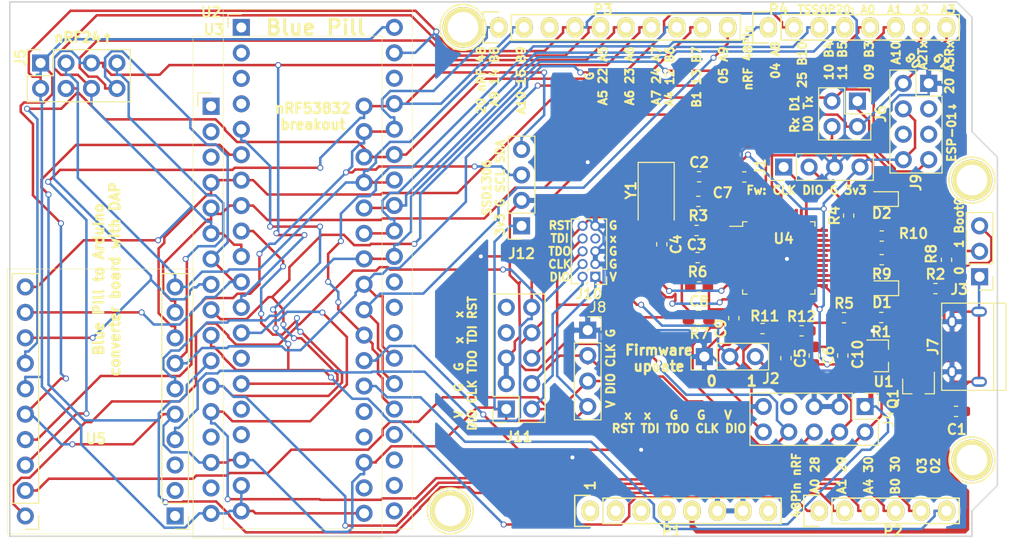
<source format=kicad_pcb>
(kicad_pcb (version 20171130) (host pcbnew 5.1.5-1.fc31)
  (title_block (date "lun. 30 mars 2015"))
  (layers (0 F.Cu signal) (31 B.Cu signal) (34 B.Paste user) (35 F.Paste user) (36 B.SilkS user) (37 F.SilkS user) (38 B.Mask user) (39 F.Mask user) (44 Edge.Cuts user))
  (net 0 "")
  (net 1 GND)
  (net 2 5V)
  (net 3 "Net-(C2-Pad1)")
  (net 4 "Net-(C3-Pad1)")
  (net 5 "Net-(C4-Pad2)")
  (net 6 "Net-(C8-Pad1)")
  (net 7 3V3)
  (net 8 PA9-LED-RUN)
  (net 9 "Net-(D1-Pad1)")
  (net 10 PB6-LED-CON)
  (net 11 "Net-(D2-Pad1)")
  (net 12 PA13-SWDIO-TMS)
  (net 13 PA14-SWCLK-TCK)
  (net 14 PB0-nRST)
  (net 15 BOOT0)
  (net 16 PA12)
  (net 17 "Net-(R5-Pad1)")
  (net 18 "Net-(R8-Pad1)")
  (net 19 PA11)
  (net 20 USB-D-)
  (net 21 USB-D+)
  (net 22 "Net-(R11-Pad1)")
  (net 23 "Net-(R12-Pad1)")
  (net 24 TDI)
  (net 25 TDO)
  (net 26 TCK-SWCLK)
  (net 27 TMS-SWDIO)
  (net 28 A0)
  (net 29 A1)
  (net 30 A2)
  (net 31 A3)
  (net 32 SCL)
  (net 33 SDA)
  (net 34 D13)
  (net 35 D12)
  (net 36 D11)
  (net 37 D10)
  (net 38 D9)
  (net 39 D8)
  (net 40 D7)
  (net 41 D6)
  (net 42 D5)
  (net 43 D4)
  (net 44 D3)
  (net 45 D2)
  (net 46 "D1(Tx)")
  (net 47 "D0(Rx)")
  (net 48 "Net-(J7-Pad1)")
  (net 49 A4)
  (net 50 A5)
  (net 51 PA3-UART2-RX)
  (net 52 PA2-UART2-TX)
  (module Connector_PinSocket_2.54mm:PinSocket_1x04_P2.54mm_Vertical (layer F.Cu) (at 138.684 105.791)
    (fp_text reference J8 (at 1.016 -2.286) (layer F.SilkS))
    (fp_text value Blue_Pill_SWD)
    (pad 4 thru_hole oval (at 0 7.62) (size 1.7 1.7) (drill 1) (layers *.Cu *.Mask) (net 7 3V3))
    (pad 3 thru_hole oval (at 0 5.08) (size 1.7 1.7) (drill 1) (layers *.Cu *.Mask) (net 27 TMS-SWDIO))
    (pad 2 thru_hole oval (at 0 2.54) (size 1.7 1.7) (drill 1) (layers *.Cu *.Mask) (net 26 TCK-SWCLK))
    (pad 1 thru_hole rect (at 0 0) (size 1.7 1.7) (drill 1) (layers *.Cu *.Mask) (net 1 GND))
  )
  (module Connector_PinHeader_2.54mm:PinHeader_2x05_P2.54mm_Vertical (layer F.Cu) (at 166.37 113.411 270)
    (fp_text reference J4 (at 1.27 -2.33 90) (layer F.SilkS))
    (fp_text value Conn_ARM_JTAG_SWD_10)
    (pad 10 thru_hole oval (at 2.54 10.16 270) (size 1.7 1.7) (drill 1) (layers *.Cu *.Mask) (net 14 PB0-nRST))
    (pad 9 thru_hole oval (at 0 10.16 270) (size 1.7 1.7) (drill 1) (layers *.Cu *.Mask) (net 1 GND))
    (pad 8 thru_hole oval (at 2.54 7.62 270) (size 1.7 1.7) (drill 1) (layers *.Cu *.Mask) (net 24 TDI))
    (pad 7 thru_hole oval (at 0 7.62 270) (size 1.7 1.7) (drill 1) (layers *.Cu *.Mask))
    (pad 6 thru_hole oval (at 2.54 5.08 270) (size 1.7 1.7) (drill 1) (layers *.Cu *.Mask) (net 25 TDO))
    (pad 5 thru_hole oval (at 0 5.08 270) (size 1.7 1.7) (drill 1) (layers *.Cu *.Mask) (net 1 GND))
    (pad 4 thru_hole oval (at 2.54 2.54 270) (size 1.7 1.7) (drill 1) (layers *.Cu *.Mask) (net 26 TCK-SWCLK))
    (pad 3 thru_hole oval (at 0 2.54 270) (size 1.7 1.7) (drill 1) (layers *.Cu *.Mask) (net 1 GND))
    (pad 2 thru_hole oval (at 2.54 0 270) (size 1.7 1.7) (drill 1) (layers *.Cu *.Mask) (net 27 TMS-SWDIO))
    (pad 1 thru_hole rect (at 0 0 270) (size 1.7 1.7) (drill 1) (layers *.Cu *.Mask) (net 7 3V3))
  )
  (module zsun-connectors:TSSOP20-board (layer F.Cu) (at 97.5 124.333 180)
    (fp_text reference U5 (at 7.9 7.7) (layer F.SilkS) (effects (font (thickness 0.21))))
    (fp_text value STM32F0-TSSOP20-board)
    (pad 13 thru_hole oval (at 14.95 17.78 180) (size 1.7 1.7) (drill 1) (layers *.Cu *.Mask) (net 36 D11))
    (pad 14 thru_hole oval (at 14.95 15.24 180) (size 1.7 1.7) (drill 1) (layers *.Cu *.Mask) (net 38 D9))
    (pad 18 thru_hole oval (at 14.95 5.08 180) (size 1.7 1.7) (drill 1) (layers *.Cu *.Mask) (net 33 SDA))
    (pad 16 thru_hole oval (at 14.95 10.16 180) (size 1.7 1.7) (drill 1) (layers *.Cu *.Mask) (net 7 3V3))
    (pad 20 thru_hole circle (at 14.95 0 180) (size 1.7 1.7) (drill 1) (layers *.Cu *.Mask) (net 26 TCK-SWCLK))
    (pad 12 thru_hole oval (at 14.95 20.32 180) (size 1.7 1.7) (drill 1) (layers *.Cu *.Mask) (net 35 D12))
    (pad 15 thru_hole oval (at 14.95 12.7 180) (size 1.7 1.7) (drill 1) (layers *.Cu *.Mask) (net 1 GND))
    (pad 19 thru_hole oval (at 14.95 2.54 180) (size 1.7 1.7) (drill 1) (layers *.Cu *.Mask) (net 27 TMS-SWDIO))
    (pad 17 thru_hole oval (at 14.95 7.62 180) (size 1.7 1.7) (drill 1) (layers *.Cu *.Mask) (net 32 SCL))
    (pad 11 thru_hole oval (at 14.95 22.86 180) (size 1.7 1.7) (drill 1) (layers *.Cu *.Mask) (net 34 D13))
    (pad 10 thru_hole oval (at 0 22.86 180) (size 1.7 1.7) (drill 1) (layers *.Cu *.Mask) (net 37 D10))
    (pad 9 thru_hole oval (at 0 20.32 180) (size 1.7 1.7) (drill 1) (layers *.Cu *.Mask) (net 47 "D0(Rx)"))
    (pad 8 thru_hole oval (at 0 17.78 180) (size 1.7 1.7) (drill 1) (layers *.Cu *.Mask) (net 46 "D1(Tx)"))
    (pad 7 thru_hole oval (at 0 15.24 180) (size 1.7 1.7) (drill 1) (layers *.Cu *.Mask) (net 45 D2))
    (pad 6 thru_hole oval (at 0 12.7 180) (size 1.7 1.7) (drill 1) (layers *.Cu *.Mask) (net 44 D3))
    (pad 5 thru_hole oval (at 0 10.16 180) (size 1.7 1.7) (drill 1) (layers *.Cu *.Mask) (net 7 3V3))
    (pad 4 thru_hole oval (at 0 7.62 180) (size 1.7 1.7) (drill 1) (layers *.Cu *.Mask) (net 14 PB0-nRST))
    (pad 3 thru_hole oval (at 0 5.08 180) (size 1.7 1.7) (drill 1) (layers *.Cu *.Mask))
    (pad 2 thru_hole oval (at 0 2.54 180) (size 1.7 1.7) (drill 1) (layers *.Cu *.Mask))
    (pad 1 thru_hole rect (at 0 0 180) (size 1.7 1.7) (drill 1) (layers *.Cu *.Mask))
  )
  (module Connector_PinHeader_2.54mm:PinHeader_2x02_P2.54mm_Vertical (layer F.Cu) (at 165.608 82.931 270)
    (fp_text reference J6 (at 1.27 -2.33 90) (layer F.SilkS) (effects (font (thickness 0.21))))
    (fp_text value Conn_01x02_Male)
    (pad 4 thru_hole oval (at 2.54 2.54 270) (size 1.7 1.7) (drill 1) (layers *.Cu *.Mask) (net 51 PA3-UART2-RX))
    (pad 3 thru_hole oval (at 0 2.54 270) (size 1.7 1.7) (drill 1) (layers *.Cu *.Mask) (net 46 "D1(Tx)"))
    (pad 2 thru_hole oval (at 2.54 0 270) (size 1.7 1.7) (drill 1) (layers *.Cu *.Mask) (net 47 "D0(Rx)"))
    (pad 1 thru_hole rect (at 0 0 270) (size 1.7 1.7) (drill 1) (layers *.Cu *.Mask) (net 52 PA2-UART2-TX))
  )
  (module zsun-connectors:BluePill (layer F.Cu) (at 104.11 75.575)
    (fp_text reference U2 (at -3.018 -1.534) (layer F.SilkS) (effects (font (thickness 0.21))))
    (fp_text value BluePill)
    (pad 31 thru_hole oval (at 15.27 22.85) (size 1.7 1.7) (drill 1) (layers *.Cu *.Mask) (net 44 D3))
    (pad 33 thru_hole oval (at 15.27 17.77) (size 1.7 1.7) (drill 1) (layers *.Cu *.Mask) (net 43 D4))
    (pad 21 thru_hole oval (at 15.27 48.25) (size 1.7 1.7) (drill 1) (layers *.Cu *.Mask))
    (pad 29 thru_hole oval (at 15.27 27.93) (size 1.7 1.7) (drill 1) (layers *.Cu *.Mask))
    (pad 32 thru_hole oval (at 15.27 20.31) (size 1.7 1.7) (drill 1) (layers *.Cu *.Mask) (net 42 D5))
    (pad 27 thru_hole oval (at 15.27 33.01) (size 1.7 1.7) (drill 1) (layers *.Cu *.Mask) (net 45 D2))
    (pad 30 thru_hole oval (at 15.27 25.39) (size 1.7 1.7) (drill 1) (layers *.Cu *.Mask))
    (pad 23 thru_hole oval (at 15.27 43.17) (size 1.7 1.7) (drill 1) (layers *.Cu *.Mask))
    (pad 24 thru_hole oval (at 15.27 40.63) (size 1.7 1.7) (drill 1) (layers *.Cu *.Mask))
    (pad 25 thru_hole oval (at 15.27 38.09) (size 1.7 1.7) (drill 1) (layers *.Cu *.Mask) (net 40 D7))
    (pad 26 thru_hole oval (at 15.27 35.55) (size 1.7 1.7) (drill 1) (layers *.Cu *.Mask) (net 39 D8))
    (pad 22 thru_hole oval (at 15.27 45.71) (size 1.7 1.7) (drill 1) (layers *.Cu *.Mask))
    (pad 28 thru_hole oval (at 15.27 30.47) (size 1.7 1.7) (drill 1) (layers *.Cu *.Mask))
    (pad 40 thru_hole oval (at 15.27 -0.01) (size 1.7 1.7) (drill 1) (layers *.Cu *.Mask) (net 7 3V3))
    (pad 39 thru_hole oval (at 15.27 2.53) (size 1.7 1.7) (drill 1) (layers *.Cu *.Mask) (net 1 GND))
    (pad 38 thru_hole oval (at 15.27 5.07) (size 1.7 1.7) (drill 1) (layers *.Cu *.Mask))
    (pad 37 thru_hole oval (at 15.27 7.61) (size 1.7 1.7) (drill 1) (layers *.Cu *.Mask) (net 33 SDA))
    (pad 36 thru_hole oval (at 15.27 10.15) (size 1.7 1.7) (drill 1) (layers *.Cu *.Mask) (net 32 SCL))
    (pad 35 thru_hole oval (at 15.27 12.69) (size 1.7 1.7) (drill 1) (layers *.Cu *.Mask) (net 38 D9))
    (pad 34 thru_hole oval (at 15.27 15.23) (size 1.7 1.7) (drill 1) (layers *.Cu *.Mask) (net 37 D10))
    (pad 20 thru_hole oval (at 0 48.26) (size 1.7 1.7) (drill 1) (layers *.Cu *.Mask) (net 1 GND))
    (pad 19 thru_hole oval (at 0 45.72) (size 1.7 1.7) (drill 1) (layers *.Cu *.Mask) (net 1 GND))
    (pad 18 thru_hole oval (at 0 43.18) (size 1.7 1.7) (drill 1) (layers *.Cu *.Mask) (net 7 3V3))
    (pad 17 thru_hole oval (at 0 40.64) (size 1.7 1.7) (drill 1) (layers *.Cu *.Mask))
    (pad 16 thru_hole oval (at 0 38.1) (size 1.7 1.7) (drill 1) (layers *.Cu *.Mask))
    (pad 15 thru_hole oval (at 0 35.56) (size 1.7 1.7) (drill 1) (layers *.Cu *.Mask) (net 41 D6))
    (pad 14 thru_hole oval (at 0 33.02) (size 1.7 1.7) (drill 1) (layers *.Cu *.Mask))
    (pad 13 thru_hole oval (at 0 30.48) (size 1.7 1.7) (drill 1) (layers *.Cu *.Mask) (net 31 A3))
    (pad 12 thru_hole oval (at 0 27.94) (size 1.7 1.7) (drill 1) (layers *.Cu *.Mask) (net 36 D11))
    (pad 11 thru_hole oval (at 0 25.4) (size 1.7 1.7) (drill 1) (layers *.Cu *.Mask) (net 35 D12))
    (pad 10 thru_hole oval (at 0 22.86) (size 1.7 1.7) (drill 1) (layers *.Cu *.Mask) (net 34 D13))
    (pad 9 thru_hole oval (at 0 20.32) (size 1.7 1.7) (drill 1) (layers *.Cu *.Mask) (net 30 A2))
    (pad 8 thru_hole oval (at 0 17.78) (size 1.7 1.7) (drill 1) (layers *.Cu *.Mask) (net 47 "D0(Rx)"))
    (pad 7 thru_hole oval (at 0 15.24) (size 1.7 1.7) (drill 1) (layers *.Cu *.Mask) (net 46 "D1(Tx)"))
    (pad 6 thru_hole oval (at 0 12.7) (size 1.7 1.7) (drill 1) (layers *.Cu *.Mask) (net 29 A1))
    (pad 5 thru_hole oval (at 0 10.16) (size 1.7 1.7) (drill 1) (layers *.Cu *.Mask) (net 28 A0))
    (pad 4 thru_hole oval (at 0 7.62) (size 1.7 1.7) (drill 1) (layers *.Cu *.Mask))
    (pad 3 thru_hole oval (at 0 5.08) (size 1.7 1.7) (drill 1) (layers *.Cu *.Mask))
    (pad 2 thru_hole oval (at 0 2.54) (size 1.7 1.7) (drill 1) (layers *.Cu *.Mask))
    (pad 1 thru_hole rect (at 0 0) (size 1.7 1.7) (drill 1) (layers *.Cu *.Mask))
  )
  (module zsun-connectors:nRF52832_Breakout (layer F.Cu) (at 101.092 83.439)
    (fp_text reference U3 (at 0.27 -7.66) (layer F.SilkS) (effects (font (thickness 0.21))))
    (fp_text value nRF52832-Breakout)
    (pad 25 thru_hole oval (at 15.27 22.85) (size 1.7 1.7) (drill 1) (layers *.Cu *.Mask) (net 40 D7))
    (pad 27 thru_hole oval (at 15.27 17.77) (size 1.7 1.7) (drill 1) (layers *.Cu *.Mask) (net 45 D2))
    (pad 23 thru_hole oval (at 15.27 27.93) (size 1.7 1.7) (drill 1) (layers *.Cu *.Mask) (net 50 A5))
    (pad 26 thru_hole oval (at 15.27 20.31) (size 1.7 1.7) (drill 1) (layers *.Cu *.Mask) (net 39 D8))
    (pad 21 thru_hole oval (at 15.27 33.01) (size 1.7 1.7) (drill 1) (layers *.Cu *.Mask))
    (pad 24 thru_hole oval (at 15.27 25.39) (size 1.7 1.7) (drill 1) (layers *.Cu *.Mask) (net 49 A4))
    (pad 18 thru_hole oval (at 15.27 40.63) (size 1.7 1.7) (drill 1) (layers *.Cu *.Mask) (net 1 GND))
    (pad 19 thru_hole oval (at 15.27 38.09) (size 1.7 1.7) (drill 1) (layers *.Cu *.Mask))
    (pad 20 thru_hole oval (at 15.27 35.55) (size 1.7 1.7) (drill 1) (layers *.Cu *.Mask) (net 7 3V3))
    (pad 22 thru_hole oval (at 15.27 30.47) (size 1.7 1.7) (drill 1) (layers *.Cu *.Mask))
    (pad 34 thru_hole oval (at 15.27 -0.01) (size 1.7 1.7) (drill 1) (layers *.Cu *.Mask) (net 33 SDA))
    (pad 33 thru_hole oval (at 15.27 2.53) (size 1.7 1.7) (drill 1) (layers *.Cu *.Mask) (net 32 SCL))
    (pad 32 thru_hole oval (at 15.27 5.07) (size 1.7 1.7) (drill 1) (layers *.Cu *.Mask) (net 38 D9))
    (pad 31 thru_hole oval (at 15.27 7.61) (size 1.7 1.7) (drill 1) (layers *.Cu *.Mask) (net 37 D10))
    (pad 30 thru_hole oval (at 15.27 10.15) (size 1.7 1.7) (drill 1) (layers *.Cu *.Mask) (net 43 D4))
    (pad 29 thru_hole oval (at 15.27 12.69) (size 1.7 1.7) (drill 1) (layers *.Cu *.Mask) (net 42 D5))
    (pad 28 thru_hole oval (at 15.27 15.23) (size 1.7 1.7) (drill 1) (layers *.Cu *.Mask) (net 44 D3))
    (pad 17 thru_hole oval (at 0 40.64) (size 1.7 1.7) (drill 1) (layers *.Cu *.Mask) (net 1 GND))
    (pad 16 thru_hole oval (at 0 38.1) (size 1.7 1.7) (drill 1) (layers *.Cu *.Mask))
    (pad 15 thru_hole oval (at 0 35.56) (size 1.7 1.7) (drill 1) (layers *.Cu *.Mask) (net 7 3V3))
    (pad 14 thru_hole oval (at 0 33.02) (size 1.7 1.7) (drill 1) (layers *.Cu *.Mask))
    (pad 13 thru_hole oval (at 0 30.48) (size 1.7 1.7) (drill 1) (layers *.Cu *.Mask) (net 31 A3))
    (pad 12 thru_hole oval (at 0 27.94) (size 1.7 1.7) (drill 1) (layers *.Cu *.Mask) (net 30 A2))
    (pad 11 thru_hole oval (at 0 25.4) (size 1.7 1.7) (drill 1) (layers *.Cu *.Mask) (net 29 A1))
    (pad 10 thru_hole oval (at 0 22.86) (size 1.7 1.7) (drill 1) (layers *.Cu *.Mask) (net 28 A0))
    (pad 9 thru_hole oval (at 0 20.32) (size 1.7 1.7) (drill 1) (layers *.Cu *.Mask) (net 41 D6))
    (pad 8 thru_hole oval (at 0 17.78) (size 1.7 1.7) (drill 1) (layers *.Cu *.Mask) (net 36 D11))
    (pad 7 thru_hole oval (at 0 15.24) (size 1.7 1.7) (drill 1) (layers *.Cu *.Mask) (net 35 D12))
    (pad 6 thru_hole oval (at 0 12.7) (size 1.7 1.7) (drill 1) (layers *.Cu *.Mask) (net 34 D13))
    (pad 5 thru_hole oval (at 0 10.16) (size 1.7 1.7) (drill 1) (layers *.Cu *.Mask) (net 47 "D0(Rx)"))
    (pad 4 thru_hole oval (at 0 7.62) (size 1.7 1.7) (drill 1) (layers *.Cu *.Mask) (net 46 "D1(Tx)"))
    (pad 3 thru_hole oval (at 0 5.08) (size 1.7 1.7) (drill 1) (layers *.Cu *.Mask))
    (pad 2 thru_hole oval (at 0 2.54) (size 1.7 1.7) (drill 1) (layers *.Cu *.Mask))
    (pad 1 thru_hole rect (at 0 0) (size 1.7 1.7) (drill 1) (layers *.Cu *.Mask))
  )
  (module Connector_PinSocket_2.54mm:PinSocket_1x04_P2.54mm_Vertical (layer F.Cu) (at 132.08 95.377 180)
    (fp_text reference J12 (at 0 -2.77) (layer F.SilkS) (effects (font (thickness 0.21))))
    (fp_text value SSD1306)
    (pad 4 thru_hole oval (at 0 7.62 180) (size 1.7 1.7) (drill 1) (layers *.Cu *.Mask) (net 33 SDA))
    (pad 3 thru_hole oval (at 0 5.08 180) (size 1.7 1.7) (drill 1) (layers *.Cu *.Mask) (net 32 SCL))
    (pad 2 thru_hole oval (at 0 2.54 180) (size 1.7 1.7) (drill 1) (layers *.Cu *.Mask) (net 1 GND))
    (pad 1 thru_hole rect (at 0 0 180) (size 1.7 1.7) (drill 1) (layers *.Cu *.Mask) (net 7 3V3))
  )
  (module Connector_PinSocket_2.54mm:PinSocket_2x05_P2.54mm_Vertical (layer F.Cu) (at 130.556 113.665 180)
    (fp_text reference J11 (at -1.27 -2.77) (layer F.SilkS) (effects (font (thickness 0.21))))
    (fp_text value TGT_JTAG2)
    (pad 10 thru_hole oval (at -2.54 10.16 180) (size 1.7 1.7) (drill 1) (layers *.Cu *.Mask) (net 14 PB0-nRST))
    (pad 9 thru_hole oval (at 0 10.16 180) (size 1.7 1.7) (drill 1) (layers *.Cu *.Mask))
    (pad 8 thru_hole oval (at -2.54 7.62 180) (size 1.7 1.7) (drill 1) (layers *.Cu *.Mask) (net 24 TDI))
    (pad 7 thru_hole oval (at 0 7.62 180) (size 1.7 1.7) (drill 1) (layers *.Cu *.Mask))
    (pad 6 thru_hole oval (at -2.54 5.08 180) (size 1.7 1.7) (drill 1) (layers *.Cu *.Mask) (net 25 TDO))
    (pad 5 thru_hole oval (at 0 5.08 180) (size 1.7 1.7) (drill 1) (layers *.Cu *.Mask) (net 1 GND))
    (pad 4 thru_hole oval (at -2.54 2.54 180) (size 1.7 1.7) (drill 1) (layers *.Cu *.Mask) (net 26 TCK-SWCLK))
    (pad 3 thru_hole oval (at 0 2.54 180) (size 1.7 1.7) (drill 1) (layers *.Cu *.Mask) (net 1 GND))
    (pad 2 thru_hole oval (at -2.54 0 180) (size 1.7 1.7) (drill 1) (layers *.Cu *.Mask) (net 27 TMS-SWDIO))
    (pad 1 thru_hole rect (at 0 0 180) (size 1.7 1.7) (drill 1) (layers *.Cu *.Mask) (net 7 3V3))
  )
  (module Connector_PinHeader_1.27mm:PinHeader_2x05_P1.27mm_Vertical (layer F.Cu) (at 139.446 100.457 180)
    (fp_text reference J10 (at 0.635 -1.695) (layer F.SilkS) (effects (font (thickness 0.21))))
    (fp_text value Conn_ARM_JTAG_SWD_10)
    (pad 10 thru_hole oval (at 1.27 5.08 180) (size 1 1) (drill 0.65) (layers *.Cu *.Mask) (net 14 PB0-nRST))
    (pad 9 thru_hole oval (at 0 5.08 180) (size 1 1) (drill 0.65) (layers *.Cu *.Mask) (net 1 GND))
    (pad 8 thru_hole oval (at 1.27 3.81 180) (size 1 1) (drill 0.65) (layers *.Cu *.Mask) (net 24 TDI))
    (pad 7 thru_hole oval (at 0 3.81 180) (size 1 1) (drill 0.65) (layers *.Cu *.Mask))
    (pad 6 thru_hole oval (at 1.27 2.54 180) (size 1 1) (drill 0.65) (layers *.Cu *.Mask) (net 25 TDO))
    (pad 5 thru_hole oval (at 0 2.54 180) (size 1 1) (drill 0.65) (layers *.Cu *.Mask) (net 1 GND))
    (pad 4 thru_hole oval (at 1.27 1.27 180) (size 1 1) (drill 0.65) (layers *.Cu *.Mask) (net 26 TCK-SWCLK))
    (pad 3 thru_hole oval (at 0 1.27 180) (size 1 1) (drill 0.65) (layers *.Cu *.Mask) (net 1 GND))
    (pad 2 thru_hole oval (at 1.27 0 180) (size 1 1) (drill 0.65) (layers *.Cu *.Mask) (net 27 TMS-SWDIO))
    (pad 1 thru_hole rect (at 0 0 180) (size 1 1) (drill 0.65) (layers *.Cu *.Mask) (net 7 3V3))
  )
  (module Connector_PinSocket_2.54mm:PinSocket_2x04_P2.54mm_Vertical (layer F.Cu) (at 172.72 81.153)
    (fp_text reference J9 (at -1.27 9.906 90) (layer F.SilkS) (effects (font (thickness 0.21))))
    (fp_text value ESP-01)
    (pad 8 thru_hole oval (at -2.54 7.62) (size 1.7 1.7) (drill 1) (layers *.Cu *.Mask) (net 7 3V3))
    (pad 7 thru_hole oval (at 0 7.62) (size 1.7 1.7) (drill 1) (layers *.Cu *.Mask) (net 46 "D1(Tx)"))
    (pad 6 thru_hole oval (at -2.54 5.08) (size 1.7 1.7) (drill 1) (layers *.Cu *.Mask))
    (pad 5 thru_hole oval (at 0 5.08) (size 1.7 1.7) (drill 1) (layers *.Cu *.Mask))
    (pad 4 thru_hole oval (at -2.54 2.54) (size 1.7 1.7) (drill 1) (layers *.Cu *.Mask) (net 7 3V3))
    (pad 3 thru_hole oval (at 0 2.54) (size 1.7 1.7) (drill 1) (layers *.Cu *.Mask))
    (pad 2 thru_hole oval (at -2.54 0) (size 1.7 1.7) (drill 1) (layers *.Cu *.Mask) (net 47 "D0(Rx)"))
    (pad 1 thru_hole rect (at 0 0) (size 1.7 1.7) (drill 1) (layers *.Cu *.Mask) (net 1 GND))
  )
  (module Connector_PinSocket_2.54mm:PinSocket_2x04_P2.54mm_Vertical (layer F.Cu) (at 84.074 79.121 90)
    (fp_text reference J5 (at 0.508 -2.032 90) (layer F.SilkS) (effects (font (thickness 0.21))))
    (fp_text value nRF24)
    (pad 8 thru_hole oval (at -2.54 7.62 90) (size 1.7 1.7) (drill 1) (layers *.Cu *.Mask) (net 35 D12))
    (pad 7 thru_hole oval (at 0 7.62 90) (size 1.7 1.7) (drill 1) (layers *.Cu *.Mask) (net 45 D2))
    (pad 6 thru_hole oval (at -2.54 5.08 90) (size 1.7 1.7) (drill 1) (layers *.Cu *.Mask) (net 34 D13))
    (pad 5 thru_hole oval (at 0 5.08 90) (size 1.7 1.7) (drill 1) (layers *.Cu *.Mask) (net 36 D11))
    (pad 4 thru_hole oval (at -2.54 2.54 90) (size 1.7 1.7) (drill 1) (layers *.Cu *.Mask) (net 38 D9))
    (pad 3 thru_hole oval (at 0 2.54 90) (size 1.7 1.7) (drill 1) (layers *.Cu *.Mask) (net 37 D10))
    (pad 2 thru_hole oval (at -2.54 0 90) (size 1.7 1.7) (drill 1) (layers *.Cu *.Mask) (net 1 GND))
    (pad 1 thru_hole rect (at 0 0 90) (size 1.7 1.7) (drill 1) (layers *.Cu *.Mask) (net 7 3V3))
  )
  (module Package_TO_SOT_SMD:SOT-23 (layer F.Cu) (at 171.704 111.379 270)
    (fp_text reference Q1 (at 1.27 2.54 90) (layer F.SilkS) (effects (font (thickness 0.21))))
    (fp_text value "Si2305(A5)")
    (pad 3 smd rect (at 1 0 270) (size 0.9 0.8) (layers F.Cu F.Paste F.Mask) (net 2 5V))
    (pad 2 smd rect (at -1 0.95 270) (size 0.9 0.8) (layers F.Cu F.Paste F.Mask) (net 1 GND))
    (pad 1 smd rect (at -1 -0.95 270) (size 0.9 0.8) (layers F.Cu F.Paste F.Mask) (net 48 "Net-(J7-Pad1)"))
  )
  (module Icenowy_Connectors:USB_Micro-B_Connector (layer F.Cu) (at 176.398 107.44 90)
    (fp_text reference J7 (at 0 -3.24 90) (layer F.SilkS) (effects (font (thickness 0.21))))
    (fp_text value USB_B_Micro)
    (pad 6 thru_hole oval (at 3.5 1.35 180) (size 1.55 1) (drill oval 1.15 0.5) (layers *.Cu *.Mask) (net 1 GND))
    (pad 6 thru_hole oval (at -3.5 1.35 180) (size 1.55 1) (drill oval 1.15 0.5) (layers *.Cu *.Mask) (net 1 GND))
    (pad 6 thru_hole oval (at 2.5 -1.35 180) (size 0.95 1.25) (drill oval 0.55 0.85) (layers *.Cu *.Mask) (net 1 GND))
    (pad 6 thru_hole oval (at -2.5 -1.35 180) (size 0.95 1.25) (drill oval 0.55 0.85) (layers *.Cu *.Mask) (net 1 GND))
    (pad 5 smd rect (at 1.3 -1.35 180) (size 1.35 0.4) (layers F.Cu F.Paste F.Mask) (net 1 GND))
    (pad 4 smd rect (at 0.65 -1.35 180) (size 1.35 0.4) (layers F.Cu F.Paste F.Mask))
    (pad 3 smd rect (at 0 -1.35 180) (size 1.35 0.4) (layers F.Cu F.Paste F.Mask) (net 21 USB-D+))
    (pad 2 smd rect (at -0.65 -1.35 180) (size 1.35 0.4) (layers F.Cu F.Paste F.Mask) (net 20 USB-D-))
    (pad 1 smd rect (at -1.3 -1.35 180) (size 1.35 0.4) (layers F.Cu F.Paste F.Mask) (net 48 "Net-(J7-Pad1)"))
  )
  (module Crystal:Crystal_SMD_5032-2Pin_5.0x3.2mm (layer F.Cu) (at 145.518 92.095 270)
    (fp_text reference Y1 (at -0.274 2.516 90) (layer F.SilkS) (effects (font (thickness 0.21))))
    (fp_text value 8M)
    (pad 2 smd rect (at 1.85 0 270) (size 2 2.4) (layers F.Cu F.Paste F.Mask) (net 4 "Net-(C3-Pad1)"))
    (pad 1 smd rect (at -1.85 0 270) (size 2 2.4) (layers F.Cu F.Paste F.Mask) (net 3 "Net-(C2-Pad1)"))
  )
  (module Package_QFP:LQFP-48_7x7mm_P0.5mm (layer F.Cu) (at 157.758 98.58)
    (fp_text reference U4 (at 0.484 -1.933) (layer F.SilkS) (effects (font (thickness 0.21))))
    (fp_text value STM32F103C8Tx)
    (pad 48 smd roundrect (at -2.75 -4.1625) (size 0.3 1.475) (layers F.Cu F.Paste F.Mask) (net 7 3V3))
    (pad 47 smd roundrect (at -2.25 -4.1625) (size 0.3 1.475) (layers F.Cu F.Paste F.Mask) (net 1 GND))
    (pad 46 smd roundrect (at -1.75 -4.1625) (size 0.3 1.475) (layers F.Cu F.Paste F.Mask))
    (pad 45 smd roundrect (at -1.25 -4.1625) (size 0.3 1.475) (layers F.Cu F.Paste F.Mask))
    (pad 44 smd roundrect (at -0.75 -4.1625) (size 0.3 1.475) (layers F.Cu F.Paste F.Mask) (net 18 "Net-(R8-Pad1)"))
    (pad 43 smd roundrect (at -0.25 -4.1625) (size 0.3 1.475) (layers F.Cu F.Paste F.Mask))
    (pad 42 smd roundrect (at 0.25 -4.1625) (size 0.3 1.475) (layers F.Cu F.Paste F.Mask) (net 10 PB6-LED-CON))
    (pad 41 smd roundrect (at 0.75 -4.1625) (size 0.3 1.475) (layers F.Cu F.Paste F.Mask))
    (pad 40 smd roundrect (at 1.25 -4.1625) (size 0.3 1.475) (layers F.Cu F.Paste F.Mask))
    (pad 39 smd roundrect (at 1.75 -4.1625) (size 0.3 1.475) (layers F.Cu F.Paste F.Mask))
    (pad 38 smd roundrect (at 2.25 -4.1625) (size 0.3 1.475) (layers F.Cu F.Paste F.Mask))
    (pad 37 smd roundrect (at 2.75 -4.1625) (size 0.3 1.475) (layers F.Cu F.Paste F.Mask) (net 13 PA14-SWCLK-TCK))
    (pad 36 smd roundrect (at 4.1625 -2.75) (size 1.475 0.3) (layers F.Cu F.Paste F.Mask) (net 7 3V3))
    (pad 35 smd roundrect (at 4.1625 -2.25) (size 1.475 0.3) (layers F.Cu F.Paste F.Mask) (net 1 GND))
    (pad 34 smd roundrect (at 4.1625 -1.75) (size 1.475 0.3) (layers F.Cu F.Paste F.Mask) (net 12 PA13-SWDIO-TMS))
    (pad 33 smd roundrect (at 4.1625 -1.25) (size 1.475 0.3) (layers F.Cu F.Paste F.Mask) (net 16 PA12))
    (pad 32 smd roundrect (at 4.1625 -0.75) (size 1.475 0.3) (layers F.Cu F.Paste F.Mask) (net 19 PA11))
    (pad 31 smd roundrect (at 4.1625 -0.25) (size 1.475 0.3) (layers F.Cu F.Paste F.Mask))
    (pad 30 smd roundrect (at 4.1625 0.25) (size 1.475 0.3) (layers F.Cu F.Paste F.Mask) (net 8 PA9-LED-RUN))
    (pad 29 smd roundrect (at 4.1625 0.75) (size 1.475 0.3) (layers F.Cu F.Paste F.Mask))
    (pad 28 smd roundrect (at 4.1625 1.25) (size 1.475 0.3) (layers F.Cu F.Paste F.Mask))
    (pad 27 smd roundrect (at 4.1625 1.75) (size 1.475 0.3) (layers F.Cu F.Paste F.Mask) (net 27 TMS-SWDIO))
    (pad 26 smd roundrect (at 4.1625 2.25) (size 1.475 0.3) (layers F.Cu F.Paste F.Mask) (net 26 TCK-SWCLK))
    (pad 25 smd roundrect (at 4.1625 2.75) (size 1.475 0.3) (layers F.Cu F.Paste F.Mask) (net 17 "Net-(R5-Pad1)"))
    (pad 24 smd roundrect (at 2.75 4.1625) (size 0.3 1.475) (layers F.Cu F.Paste F.Mask) (net 7 3V3))
    (pad 23 smd roundrect (at 2.25 4.1625) (size 0.3 1.475) (layers F.Cu F.Paste F.Mask) (net 1 GND))
    (pad 22 smd roundrect (at 1.75 4.1625) (size 0.3 1.475) (layers F.Cu F.Paste F.Mask))
    (pad 21 smd roundrect (at 1.25 4.1625) (size 0.3 1.475) (layers F.Cu F.Paste F.Mask))
    (pad 20 smd roundrect (at 0.75 4.1625) (size 0.3 1.475) (layers F.Cu F.Paste F.Mask) (net 23 "Net-(R12-Pad1)"))
    (pad 19 smd roundrect (at 0.25 4.1625) (size 0.3 1.475) (layers F.Cu F.Paste F.Mask))
    (pad 18 smd roundrect (at -0.25 4.1625) (size 0.3 1.475) (layers F.Cu F.Paste F.Mask) (net 22 "Net-(R11-Pad1)"))
    (pad 17 smd roundrect (at -0.75 4.1625) (size 0.3 1.475) (layers F.Cu F.Paste F.Mask) (net 24 TDI))
    (pad 16 smd roundrect (at -1.25 4.1625) (size 0.3 1.475) (layers F.Cu F.Paste F.Mask))
    (pad 15 smd roundrect (at -1.75 4.1625) (size 0.3 1.475) (layers F.Cu F.Paste F.Mask) (net 25 TDO))
    (pad 14 smd roundrect (at -2.25 4.1625) (size 0.3 1.475) (layers F.Cu F.Paste F.Mask))
    (pad 13 smd roundrect (at -2.75 4.1625) (size 0.3 1.475) (layers F.Cu F.Paste F.Mask) (net 51 PA3-UART2-RX))
    (pad 12 smd roundrect (at -4.1625 2.75) (size 1.475 0.3) (layers F.Cu F.Paste F.Mask) (net 52 PA2-UART2-TX))
    (pad 11 smd roundrect (at -4.1625 2.25) (size 1.475 0.3) (layers F.Cu F.Paste F.Mask))
    (pad 10 smd roundrect (at -4.1625 1.75) (size 1.475 0.3) (layers F.Cu F.Paste F.Mask))
    (pad 9 smd roundrect (at -4.1625 1.25) (size 1.475 0.3) (layers F.Cu F.Paste F.Mask) (net 6 "Net-(C8-Pad1)"))
    (pad 8 smd roundrect (at -4.1625 0.75) (size 1.475 0.3) (layers F.Cu F.Paste F.Mask) (net 1 GND))
    (pad 7 smd roundrect (at -4.1625 0.25) (size 1.475 0.3) (layers F.Cu F.Paste F.Mask) (net 5 "Net-(C4-Pad2)"))
    (pad 6 smd roundrect (at -4.1625 -0.25) (size 1.475 0.3) (layers F.Cu F.Paste F.Mask) (net 4 "Net-(C3-Pad1)"))
    (pad 5 smd roundrect (at -4.1625 -0.75) (size 1.475 0.3) (layers F.Cu F.Paste F.Mask) (net 3 "Net-(C2-Pad1)"))
    (pad 4 smd roundrect (at -4.1625 -1.25) (size 1.475 0.3) (layers F.Cu F.Paste F.Mask))
    (pad 3 smd roundrect (at -4.1625 -1.75) (size 1.475 0.3) (layers F.Cu F.Paste F.Mask))
    (pad 2 smd roundrect (at -4.1625 -2.25) (size 1.475 0.3) (layers F.Cu F.Paste F.Mask))
    (pad 1 smd roundrect (at -4.1625 -2.75) (size 1.475 0.3) (layers F.Cu F.Paste F.Mask))
  )
  (module Package_TO_SOT_SMD:SOT-23 (layer F.Cu) (at 167.948 108.355)
    (fp_text reference U1 (at 0.275 2.575) (layer F.SilkS) (effects (font (thickness 0.21))))
    (fp_text value MCP1700-3302E_SOT23)
    (pad 3 smd rect (at 1 0) (size 0.9 0.8) (layers F.Cu F.Paste F.Mask) (net 2 5V))
    (pad 2 smd rect (at -1 0.95) (size 0.9 0.8) (layers F.Cu F.Paste F.Mask) (net 7 3V3))
    (pad 1 smd rect (at -1 -0.95) (size 0.9 0.8) (layers F.Cu F.Paste F.Mask) (net 1 GND))
  )
  (module Resistor_SMD:R_0603_1608Metric_Pad1.05x0.95mm_HandSolder (layer F.Cu) (at 160.033 105.855)
    (fp_text reference R12 (at 0 -1.43) (layer F.SilkS) (effects (font (thickness 0.21))))
    (fp_text value 10k)
    (pad 2 smd roundrect (at 0.875 0) (size 1.05 0.95) (layers F.Cu F.Paste F.Mask) (net 1 GND))
    (pad 1 smd roundrect (at -0.875 0) (size 1.05 0.95) (layers F.Cu F.Paste F.Mask) (net 23 "Net-(R12-Pad1)"))
  )
  (module Resistor_SMD:R_0603_1608Metric_Pad1.05x0.95mm_HandSolder (layer F.Cu) (at 156.133 105.63 180)
    (fp_text reference R11 (at -0.225 1.245) (layer F.SilkS) (effects (font (thickness 0.21))))
    (fp_text value 10k)
    (pad 2 smd roundrect (at 0.875 0 180) (size 1.05 0.95) (layers F.Cu F.Paste F.Mask) (net 14 PB0-nRST))
    (pad 1 smd roundrect (at -0.875 0 180) (size 1.05 0.95) (layers F.Cu F.Paste F.Mask) (net 22 "Net-(R11-Pad1)"))
  )
  (module Resistor_SMD:R_0603_1608Metric_Pad1.05x0.95mm_HandSolder (layer F.Cu) (at 168.033 96.393 180)
    (fp_text reference R10 (at -3.163 0.254) (layer F.SilkS) (effects (font (thickness 0.21))))
    (fp_text value 22)
    (pad 2 smd roundrect (at 0.875 0 180) (size 1.05 0.95) (layers F.Cu F.Paste F.Mask) (net 16 PA12))
    (pad 1 smd roundrect (at -0.875 0 180) (size 1.05 0.95) (layers F.Cu F.Paste F.Mask) (net 21 USB-D+))
  )
  (module Resistor_SMD:R_0603_1608Metric_Pad1.05x0.95mm_HandSolder (layer F.Cu) (at 168.033 98.755 180)
    (fp_text reference R9 (at 0 -1.43) (layer F.SilkS) (effects (font (thickness 0.21))))
    (fp_text value 22)
    (pad 2 smd roundrect (at 0.875 0 180) (size 1.05 0.95) (layers F.Cu F.Paste F.Mask) (net 19 PA11))
    (pad 1 smd roundrect (at -0.875 0 180) (size 1.05 0.95) (layers F.Cu F.Paste F.Mask) (net 20 USB-D-))
  )
  (module Resistor_SMD:R_0603_1608Metric_Pad1.05x0.95mm_HandSolder (layer F.Cu) (at 174.498 98.765 90)
    (fp_text reference R8 (at 0.594 -1.524 90) (layer F.SilkS) (effects (font (thickness 0.21))))
    (fp_text value 10k)
    (pad 2 smd roundrect (at 0.875 0 90) (size 1.05 0.95) (layers F.Cu F.Paste F.Mask) (net 15 BOOT0))
    (pad 1 smd roundrect (at -0.875 0 90) (size 1.05 0.95) (layers F.Cu F.Paste F.Mask) (net 18 "Net-(R8-Pad1)"))
  )
  (module Resistor_SMD:R_0805_2012Metric_Pad1.15x1.40mm_HandSolder (layer F.Cu) (at 149.763 104.505)
    (fp_text reference R7 (at 0.075 1.63) (layer F.SilkS) (effects (font (thickness 0.21))))
    (fp_text value 0R)
    (pad 2 smd roundrect (at 1.025 0) (size 1.15 1.4) (layers F.Cu F.Paste F.Mask) (roundrect_rratio 0.217391) (net 6 "Net-(C8-Pad1)"))
    (pad 1 smd roundrect (at -1.025 0) (size 1.15 1.4) (layers F.Cu F.Paste F.Mask) (roundrect_rratio 0.217391) (net 7 3V3))
  )
  (module Resistor_SMD:R_0603_1608Metric_Pad1.05x0.95mm_HandSolder (layer F.Cu) (at 149.653 98.545 180)
    (fp_text reference R6 (at 0 -1.43) (layer F.SilkS) (effects (font (thickness 0.21))))
    (fp_text value 10k)
    (pad 2 smd roundrect (at 0.875 0 180) (size 1.05 0.95) (layers F.Cu F.Paste F.Mask) (net 7 3V3))
    (pad 1 smd roundrect (at -0.875 0 180) (size 1.05 0.95) (layers F.Cu F.Paste F.Mask) (net 5 "Net-(C4-Pad2)"))
  )
  (module Resistor_SMD:R_0603_1608Metric_Pad1.05x0.95mm_HandSolder (layer F.Cu) (at 164.273 104.545)
    (fp_text reference R5 (at 0 -1.43) (layer F.SilkS) (effects (font (thickness 0.21))))
    (fp_text value 100)
    (pad 2 smd roundrect (at 0.875 0) (size 1.05 0.95) (layers F.Cu F.Paste F.Mask) (net 27 TMS-SWDIO))
    (pad 1 smd roundrect (at -0.875 0) (size 1.05 0.95) (layers F.Cu F.Paste F.Mask) (net 17 "Net-(R5-Pad1)"))
  )
  (module Resistor_SMD:R_0603_1608Metric_Pad1.05x0.95mm_HandSolder (layer F.Cu) (at 164.733 94.355 90)
    (fp_text reference R4 (at 0 -1.43 90) (layer F.SilkS) (effects (font (thickness 0.21))))
    (fp_text value 1.5K)
    (pad 2 smd roundrect (at 0.875 0 90) (size 1.05 0.95) (layers F.Cu F.Paste F.Mask) (net 7 3V3))
    (pad 1 smd roundrect (at -0.875 0 90) (size 1.05 0.95) (layers F.Cu F.Paste F.Mask) (net 16 PA12))
  )
  (module Resistor_SMD:R_0603_1608Metric_Pad1.05x0.95mm_HandSolder (layer F.Cu) (at 149.723 92.935 180)
    (fp_text reference R3 (at 0 -1.43) (layer F.SilkS) (effects (font (thickness 0.21))))
    (fp_text value 1M)
    (pad 2 smd roundrect (at 0.875 0 180) (size 1.05 0.95) (layers F.Cu F.Paste F.Mask) (net 4 "Net-(C3-Pad1)"))
    (pad 1 smd roundrect (at -0.875 0 180) (size 1.05 0.95) (layers F.Cu F.Paste F.Mask) (net 3 "Net-(C2-Pad1)"))
  )
  (module Resistor_SMD:R_0603_1608Metric_Pad1.05x0.95mm_HandSolder (layer F.Cu) (at 173.398 101.64)
    (fp_text reference R2 (at 0 -1.43) (layer F.SilkS) (effects (font (thickness 0.21))))
    (fp_text value 10k)
    (pad 2 smd roundrect (at 0.875 0) (size 1.05 0.95) (layers F.Cu F.Paste F.Mask) (net 1 GND))
    (pad 1 smd roundrect (at -0.875 0) (size 1.05 0.95) (layers F.Cu F.Paste F.Mask) (net 11 "Net-(D2-Pad1)"))
  )
  (module Resistor_SMD:R_0603_1608Metric_Pad1.05x0.95mm_HandSolder (layer F.Cu) (at 167.993 104.525 180)
    (fp_text reference R1 (at 0 -1.43) (layer F.SilkS) (effects (font (thickness 0.21))))
    (fp_text value 10k)
    (pad 2 smd roundrect (at 0.875 0 180) (size 1.05 0.95) (layers F.Cu F.Paste F.Mask) (net 1 GND))
    (pad 1 smd roundrect (at -0.875 0 180) (size 1.05 0.95) (layers F.Cu F.Paste F.Mask) (net 9 "Net-(D1-Pad1)"))
  )
  (module Connector_PinHeader_2.54mm:PinHeader_1x03_P2.54mm_Vertical (layer F.Cu) (at 177.8 100.457 180)
    (fp_text reference J3 (at 2.032 -1.27) (layer F.SilkS) (effects (font (thickness 0.21))))
    (fp_text value Boot0)
    (pad 3 thru_hole oval (at 0 5.08 180) (size 1.7 1.7) (drill 1) (layers *.Cu *.Mask) (net 7 3V3))
    (pad 2 thru_hole oval (at 0 2.54 180) (size 1.7 1.7) (drill 1) (layers *.Cu *.Mask) (net 15 BOOT0))
    (pad 1 thru_hole rect (at 0 0 180) (size 1.7 1.7) (drill 1) (layers *.Cu *.Mask) (net 1 GND))
  )
  (module Connector_PinHeader_2.54mm:PinHeader_1x03_P2.54mm_Vertical (layer F.Cu) (at 150.328 108.43 90)
    (fp_text reference J2 (at -2.187 6.644 180) (layer F.SilkS) (effects (font (thickness 0.21))))
    (fp_text value UpdateFW)
    (pad 3 thru_hole oval (at 0 5.08 90) (size 1.7 1.7) (drill 1) (layers *.Cu *.Mask) (net 7 3V3))
    (pad 2 thru_hole oval (at 0 2.54 90) (size 1.7 1.7) (drill 1) (layers *.Cu *.Mask) (net 14 PB0-nRST))
    (pad 1 thru_hole rect (at 0 0 90) (size 1.7 1.7) (drill 1) (layers *.Cu *.Mask) (net 1 GND))
  )
  (module Connector_PinHeader_2.54mm:PinHeader_1x04_P2.54mm_Vertical (layer F.Cu) (at 158.242 89.505 90)
    (fp_text reference J1 (at 0 -2.33 90) (layer F.SilkS) (effects (font (thickness 0.21))))
    (fp_text value IF_SWD)
    (pad 4 thru_hole oval (at 0 7.62 90) (size 1.7 1.7) (drill 1) (layers *.Cu *.Mask) (net 7 3V3))
    (pad 3 thru_hole oval (at 0 5.08 90) (size 1.7 1.7) (drill 1) (layers *.Cu *.Mask) (net 1 GND))
    (pad 2 thru_hole oval (at 0 2.54 90) (size 1.7 1.7) (drill 1) (layers *.Cu *.Mask) (net 12 PA13-SWDIO-TMS))
    (pad 1 thru_hole rect (at 0 0 90) (size 1.7 1.7) (drill 1) (layers *.Cu *.Mask) (net 13 PA14-SWCLK-TCK))
  )
  (module LED_SMD:LED_0603_1608Metric_Pad1.05x0.95mm_HandSolder (layer F.Cu) (at 168.033 92.705 180)
    (fp_text reference D2 (at 0 -1.43) (layer F.SilkS) (effects (font (thickness 0.21))))
    (fp_text value LED_CON)
    (pad 2 smd roundrect (at 0.875 0 180) (size 1.05 0.95) (layers F.Cu F.Paste F.Mask) (net 10 PB6-LED-CON))
    (pad 1 smd roundrect (at -0.875 0 180) (size 1.05 0.95) (layers F.Cu F.Paste F.Mask) (net 11 "Net-(D2-Pad1)"))
  )
  (module LED_SMD:LED_0603_1608Metric_Pad1.05x0.95mm_HandSolder (layer F.Cu) (at 168.058 101.605 180)
    (fp_text reference D1 (at 0 -1.43) (layer F.SilkS) (effects (font (thickness 0.21))))
    (fp_text value LED_RUN)
    (pad 2 smd roundrect (at 0.875 0 180) (size 1.05 0.95) (layers F.Cu F.Paste F.Mask) (net 8 PA9-LED-RUN))
    (pad 1 smd roundrect (at -0.875 0 180) (size 1.05 0.95) (layers F.Cu F.Paste F.Mask) (net 9 "Net-(D1-Pad1)"))
  )
  (module Capacitor_SMD:C_0603_1608Metric_Pad1.05x0.95mm_HandSolder (layer F.Cu) (at 164.148 108.33 90)
    (fp_text reference C10 (at 0.125 1.48 90) (layer F.SilkS) (effects (font (thickness 0.21))))
    (fp_text value 100nF)
    (pad 2 smd roundrect (at 0.875 0 90) (size 1.05 0.95) (layers F.Cu F.Paste F.Mask) (net 1 GND))
    (pad 1 smd roundrect (at -0.875 0 90) (size 1.05 0.95) (layers F.Cu F.Paste F.Mask) (net 7 3V3))
  )
  (module Capacitor_SMD:C_0603_1608Metric_Pad1.05x0.95mm_HandSolder (layer F.Cu) (at 153.268 104.59 270)
    (fp_text reference C9 (at 1.055 1.29 90) (layer F.SilkS) (effects (font (thickness 0.21))))
    (fp_text value 2.2u)
    (pad 2 smd roundrect (at 0.875 0 270) (size 1.05 0.95) (layers F.Cu F.Paste F.Mask) (net 1 GND))
    (pad 1 smd roundrect (at -0.875 0 270) (size 1.05 0.95) (layers F.Cu F.Paste F.Mask) (net 6 "Net-(C8-Pad1)"))
  )
  (module Capacitor_SMD:C_0603_1608Metric_Pad1.05x0.95mm_HandSolder (layer F.Cu) (at 149.803 101.475 180)
    (fp_text reference C8 (at 0 -1.43) (layer F.SilkS) (effects (font (thickness 0.21))))
    (fp_text value 10n)
    (pad 2 smd roundrect (at 0.875 0 180) (size 1.05 0.95) (layers F.Cu F.Paste F.Mask) (net 1 GND))
    (pad 1 smd roundrect (at -0.875 0 180) (size 1.05 0.95) (layers F.Cu F.Paste F.Mask) (net 6 "Net-(C8-Pad1)"))
  )
  (module Capacitor_SMD:C_0603_1608Metric_Pad1.05x0.95mm_HandSolder (layer F.Cu) (at 154.313 90.495 180)
    (fp_text reference C7 (at 2.167 -1.58) (layer F.SilkS) (effects (font (thickness 0.21))))
    (fp_text value 0.1u)
    (pad 2 smd roundrect (at 0.875 0 180) (size 1.05 0.95) (layers F.Cu F.Paste F.Mask) (net 7 3V3))
    (pad 1 smd roundrect (at -0.875 0 180) (size 1.05 0.95) (layers F.Cu F.Paste F.Mask) (net 1 GND))
  )
  (module Capacitor_SMD:C_0603_1608Metric_Pad1.05x0.95mm_HandSolder (layer F.Cu) (at 161.298 108.33 270)
    (fp_text reference C6 (at 0 -1.43 90) (layer F.SilkS) (effects (font (thickness 0.21))))
    (fp_text value 0.1u)
    (pad 2 smd roundrect (at 0.875 0 270) (size 1.05 0.95) (layers F.Cu F.Paste F.Mask) (net 7 3V3))
    (pad 1 smd roundrect (at -0.875 0 270) (size 1.05 0.95) (layers F.Cu F.Paste F.Mask) (net 1 GND))
  )
  (module Capacitor_SMD:C_0603_1608Metric_Pad1.05x0.95mm_HandSolder (layer F.Cu) (at 158.468 108.585 270)
    (fp_text reference C5 (at 0 -1.43 90) (layer F.SilkS) (effects (font (thickness 0.21))))
    (fp_text value 0.1u)
    (pad 2 smd roundrect (at 0.875 0 270) (size 1.05 0.95) (layers F.Cu F.Paste F.Mask) (net 7 3V3))
    (pad 1 smd roundrect (at -0.875 0 270) (size 1.05 0.95) (layers F.Cu F.Paste F.Mask) (net 1 GND))
  )
  (module Capacitor_SMD:C_0603_1608Metric_Pad1.05x0.95mm_HandSolder (layer F.Cu) (at 146.078 97.22 270)
    (fp_text reference C4 (at 0 -1.43 90) (layer F.SilkS) (effects (font (thickness 0.21))))
    (fp_text value C_Small)
    (pad 2 smd roundrect (at 0.875 0 270) (size 1.05 0.95) (layers F.Cu F.Paste F.Mask) (net 5 "Net-(C4-Pad2)"))
    (pad 1 smd roundrect (at -0.875 0 270) (size 1.05 0.95) (layers F.Cu F.Paste F.Mask) (net 1 GND))
  )
  (module Capacitor_SMD:C_0603_1608Metric_Pad1.05x0.95mm_HandSolder (layer F.Cu) (at 149.553 95.835 180)
    (fp_text reference C3 (at 0 -1.43) (layer F.SilkS) (effects (font (thickness 0.21))))
    (fp_text value 20p)
    (pad 2 smd roundrect (at 0.875 0 180) (size 1.05 0.95) (layers F.Cu F.Paste F.Mask) (net 1 GND))
    (pad 1 smd roundrect (at -0.875 0 180) (size 1.05 0.95) (layers F.Cu F.Paste F.Mask) (net 4 "Net-(C3-Pad1)"))
  )
  (module Capacitor_SMD:C_0603_1608Metric_Pad1.05x0.95mm_HandSolder (layer F.Cu) (at 149.803 90.475)
    (fp_text reference C2 (at 0 -1.43) (layer F.SilkS) (effects (font (thickness 0.21))))
    (fp_text value 20p)
    (pad 2 smd roundrect (at 0.875 0) (size 1.05 0.95) (layers F.Cu F.Paste F.Mask) (net 1 GND))
    (pad 1 smd roundrect (at -0.875 0) (size 1.05 0.95) (layers F.Cu F.Paste F.Mask) (net 3 "Net-(C2-Pad1)"))
  )
  (module Capacitor_SMD:C_0603_1608Metric_Pad1.05x0.95mm_HandSolder (layer F.Cu) (at 175.453 113.895)
    (fp_text reference C1 (at 0.061 1.802) (layer F.SilkS) (effects (font (thickness 0.21))))
    (fp_text value C_Small)
    (pad 2 smd roundrect (at 0.875 0) (size 1.05 0.95) (layers F.Cu F.Paste F.Mask) (net 1 GND))
    (pad 1 smd roundrect (at -0.875 0) (size 1.05 0.95) (layers F.Cu F.Paste F.Mask) (net 2 5V))
  )
  (module Socket_Arduino_Uno:Socket_Strip_Arduino_1x08 (layer F.Cu) (at 138.938 123.825)
    (fp_text reference P1 (at 8.128 2.032) (layer F.SilkS) (effects (font (thickness 0.21))))
    (fp_text value Power)
    (pad 1 thru_hole oval (at 0 0) (size 1.7272 2.032) (drill 1.016) (layers *.Cu *.Mask F.SilkS))
    (pad 2 thru_hole oval (at 2.54 0) (size 1.7272 2.032) (drill 1.016) (layers *.Cu *.Mask F.SilkS))
    (pad 3 thru_hole oval (at 5.08 0) (size 1.7272 2.032) (drill 1.016) (layers *.Cu *.Mask F.SilkS))
    (pad 4 thru_hole oval (at 7.62 0) (size 1.7272 2.032) (drill 1.016) (layers *.Cu *.Mask F.SilkS) (net 7 3V3))
    (pad 5 thru_hole oval (at 10.16 0) (size 1.7272 2.032) (drill 1.016) (layers *.Cu *.Mask F.SilkS) (net 2 5V))
    (pad 6 thru_hole oval (at 12.7 0) (size 1.7272 2.032) (drill 1.016) (layers *.Cu *.Mask F.SilkS) (net 1 GND))
    (pad 7 thru_hole oval (at 15.24 0) (size 1.7272 2.032) (drill 1.016) (layers *.Cu *.Mask F.SilkS) (net 1 GND))
    (pad 8 thru_hole oval (at 17.78 0) (size 1.7272 2.032) (drill 1.016) (layers *.Cu *.Mask F.SilkS))
  )
  (module Socket_Arduino_Uno:Socket_Strip_Arduino_1x06 (layer F.Cu) (at 161.798 123.825)
    (fp_text reference P2 (at 7.366 2.032) (layer F.SilkS) (effects (font (thickness 0.21))))
    (fp_text value Analog)
    (pad 1 thru_hole oval (at 0 0) (size 1.7272 2.032) (drill 1.016) (layers *.Cu *.Mask F.SilkS) (net 28 A0))
    (pad 2 thru_hole oval (at 2.54 0) (size 1.7272 2.032) (drill 1.016) (layers *.Cu *.Mask F.SilkS) (net 29 A1))
    (pad 3 thru_hole oval (at 5.08 0) (size 1.7272 2.032) (drill 1.016) (layers *.Cu *.Mask F.SilkS) (net 30 A2))
    (pad 4 thru_hole oval (at 7.62 0) (size 1.7272 2.032) (drill 1.016) (layers *.Cu *.Mask F.SilkS) (net 31 A3))
    (pad 5 thru_hole oval (at 10.16 0) (size 1.7272 2.032) (drill 1.016) (layers *.Cu *.Mask F.SilkS) (net 49 A4))
    (pad 6 thru_hole oval (at 12.7 0) (size 1.7272 2.032) (drill 1.016) (layers *.Cu *.Mask F.SilkS) (net 50 A5))
  )
  (module Socket_Arduino_Uno:Socket_Strip_Arduino_1x10 (layer F.Cu) (at 129.794 75.565)
    (fp_text reference P3 (at 10.414 -1.778) (layer F.SilkS) (effects (font (thickness 0.21))))
    (fp_text value Digital)
    (pad 1 thru_hole oval (at 0 0) (size 1.7272 2.032) (drill 1.016) (layers *.Cu *.Mask F.SilkS) (net 32 SCL))
    (pad 2 thru_hole oval (at 2.54 0) (size 1.7272 2.032) (drill 1.016) (layers *.Cu *.Mask F.SilkS) (net 33 SDA))
    (pad 3 thru_hole oval (at 5.08 0) (size 1.7272 2.032) (drill 1.016) (layers *.Cu *.Mask F.SilkS))
    (pad 4 thru_hole oval (at 7.62 0) (size 1.7272 2.032) (drill 1.016) (layers *.Cu *.Mask F.SilkS) (net 1 GND))
    (pad 5 thru_hole oval (at 10.16 0) (size 1.7272 2.032) (drill 1.016) (layers *.Cu *.Mask F.SilkS) (net 34 D13))
    (pad 6 thru_hole oval (at 12.7 0) (size 1.7272 2.032) (drill 1.016) (layers *.Cu *.Mask F.SilkS) (net 35 D12))
    (pad 7 thru_hole oval (at 15.24 0) (size 1.7272 2.032) (drill 1.016) (layers *.Cu *.Mask F.SilkS) (net 36 D11))
    (pad 8 thru_hole oval (at 17.78 0) (size 1.7272 2.032) (drill 1.016) (layers *.Cu *.Mask F.SilkS) (net 37 D10))
    (pad 9 thru_hole oval (at 20.32 0) (size 1.7272 2.032) (drill 1.016) (layers *.Cu *.Mask F.SilkS) (net 38 D9))
    (pad 10 thru_hole oval (at 22.86 0) (size 1.7272 2.032) (drill 1.016) (layers *.Cu *.Mask F.SilkS) (net 39 D8))
  )
  (module Socket_Arduino_Uno:Socket_Strip_Arduino_1x08 (layer F.Cu) (at 156.718 75.565)
    (fp_text reference P4 (at 1.016 -1.778) (layer F.SilkS) (effects (font (thickness 0.21))))
    (fp_text value Digital)
    (pad 1 thru_hole oval (at 0 0) (size 1.7272 2.032) (drill 1.016) (layers *.Cu *.Mask F.SilkS) (net 40 D7))
    (pad 2 thru_hole oval (at 2.54 0) (size 1.7272 2.032) (drill 1.016) (layers *.Cu *.Mask F.SilkS) (net 41 D6))
    (pad 3 thru_hole oval (at 5.08 0) (size 1.7272 2.032) (drill 1.016) (layers *.Cu *.Mask F.SilkS) (net 42 D5))
    (pad 4 thru_hole oval (at 7.62 0) (size 1.7272 2.032) (drill 1.016) (layers *.Cu *.Mask F.SilkS) (net 43 D4))
    (pad 5 thru_hole oval (at 10.16 0) (size 1.7272 2.032) (drill 1.016) (layers *.Cu *.Mask F.SilkS) (net 44 D3))
    (pad 6 thru_hole oval (at 12.7 0) (size 1.7272 2.032) (drill 1.016) (layers *.Cu *.Mask F.SilkS) (net 45 D2))
    (pad 7 thru_hole oval (at 15.24 0) (size 1.7272 2.032) (drill 1.016) (layers *.Cu *.Mask F.SilkS) (net 46 "D1(Tx)"))
    (pad 8 thru_hole oval (at 17.78 0) (size 1.7272 2.032) (drill 1.016) (layers *.Cu *.Mask F.SilkS) (net 47 "D0(Rx)"))
  )
  (module Socket_Arduino_Uno:Arduino_1pin (layer F.Cu) (at 124.968 123.825)
    (fp_text reference P5 hide)
    (fp_text value CONN_01X01 hide)
    (pad 1 thru_hole circle (at 0 0) (size 4.064 4.064) (drill 3.048) (layers *.Cu *.Mask F.SilkS))
  )
  (module Socket_Arduino_Uno:Arduino_1pin (layer F.Cu) (at 177.038 118.745)
    (fp_text reference P6 hide)
    (fp_text value CONN_01X01 hide)
    (pad 1 thru_hole circle (at 0 0) (size 4.064 4.064) (drill 3.048) (layers *.Cu *.Mask F.SilkS))
  )
  (module Socket_Arduino_Uno:Arduino_1pin (layer F.Cu) (at 126.238 75.565)
    (fp_text reference P7 hide)
    (fp_text value CONN_01X01 hide)
    (pad 1 thru_hole circle (at 0 0) (size 4.064 4.064) (drill 3.048) (layers *.Cu *.Mask F.SilkS))
  )
  (module Socket_Arduino_Uno:Arduino_1pin (layer F.Cu) (at 177.038 90.805)
    (fp_text reference P8 hide)
    (fp_text value CONN_01X01 hide)
    (pad 1 thru_hole circle (at 0 0) (size 4.064 4.064) (drill 3.048) (layers *.Cu *.Mask F.SilkS))
  )
  (gr_text "G\nx\nG\nG\nV" (at 141.224 97.917) (layer F.SilkS) (effects (font (size 0.8 0.8) (thickness 0.2))))
  (gr_text "RST\nTDI\nTDO\nCLK\nDIO" (at 135.89 97.917) (layer F.SilkS) (effects (font (size 0.8 0.8) (thickness 0.2))))
  (gr_text "Blue Pill to Arduino\nconverter board with DAP" (at 90.678 100.711 90) (layer F.SilkS) (effects (font (size 1 1) (thickness 0.25))))
  (gr_text "V DIO CLK G" (at 140.97 109.601 90) (layer F.SilkS) (effects (font (size 0.83 0.83) (thickness 0.2075))))
  (gr_text "0   1 Boot0" (at 175.768 96.393 90) (layer F.SilkS) (effects (font (size 0.83 0.83) (thickness 0.2075))))
  (gr_text "Firmware\nupdate" (at 145.796 108.585) (layer F.SilkS) (effects (font (size 1 1) (thickness 0.25))))
  (gr_text "  V   G  G   x   x\nDIO CLK TDO TDI RST" (at 126.492 115.951 90) (layer F.SilkS) (effects (font (size 0.83 0.83) (thickness 0.2075)) (justify left)))
  (gr_text "  x  x   G   G   V\nRST TDI TDO CLK DIO" (at 140.97 114.935) (layer F.SilkS) (effects (font (size 0.83 0.83) (thickness 0.2075)) (justify left)))
  (gr_text "0    1\n" (at 155.702 110.871) (layer F.SilkS) (effects (font (size 1 1) (thickness 0.25)) (justify right)))
  (gr_text "Fw: CLK DIO G 3v3" (at 160.528 91.821) (layer F.SilkS) (effects (font (size 0.83 0.83) (thickness 0.2075))))
  (gr_text "Rx D1\nD0 Tx" (at 160.02 84.201 90) (layer F.SilkS) (effects (font (size 0.84 0.83) (thickness 0.2075))))
  (gr_text "SSD1306\n3v3 G SCL SDA" (at 129.286 91.567 90) (layer F.SilkS) (effects (font (size 0.83 0.83) (thickness 0.2075))))
  (gr_text "nRF53832\nbreakout" (at 111.252 84.455) (layer F.SilkS) (effects (font (size 1 1) (thickness 0.25))))
  (gr_text "Blue Pill" (at 111.506 75.565) (layer F.SilkS) (effects (font (size 1.5 1.5) (thickness 0.3))))
  (gr_text "TSSOP20: A0  A1  A2  A3" (at 175.514 73.787) (layer F.SilkS) (effects (font (size 0.8 0.8) (thickness 0.2)) (justify right)))
  (gr_text "G    \nA5 22 A5\n\nA6 23 A6\n\nA7 24 A7\nA4 12 B6\n\nB1 13 B7\n\n05 A9" (at 145.542 77.343 90) (layer F.SilkS) (effects (font (size 0.83 0.83) (thickness 0.2075)) (justify right)))
  (gr_text "nRF 48Pin" (at 154.686 78.613 90) (layer F.SilkS) (effects (font (size 0.83 0.83) (thickness 0.2075))))
  (gr_text "20 nRF 48\nA9 14 B8\n\nA10 15 B9\n" (at 130.048 77.343 90) (layer F.SilkS) (effects (font (size 0.83 0.83) (thickness 0.2075)) (justify right)))
  (gr_text nRF24↑ (at 88.392 76.581) (layer F.SilkS) (effects (font (size 1 1) (thickness 0.25))))
  (gr_text ESP-01↓ (at 175.006 85.979 90) (layer F.SilkS) (effects (font (size 0.83 0.83) (thickness 0.2075))))
  (gr_text 19 (at 173.99 78.867 135) (layer F.SilkS) (effects (font (size 0.83 0.83) (thickness 0.2075))))
  (gr_text 08 (at 171.196 78.867 135) (layer F.SilkS) (effects (font (size 0.83 0.83) (thickness 0.2075))))
  (gr_text "04 A8\n\n25 B10\n\n10 B4\n11 B5\n\n09 B3\n\nA10\n\nA2Tx\n\n20 A3Rx" (at 166.116 76.835 90) (layer F.SilkS) (effects (font (size 0.83 0.83) (thickness 0.2075)) (justify right)))
  (gr_text "48Pin nRF" (at 159.512 121.285 90) (layer F.SilkS) (effects (font (size 0.83 0.83) (thickness 0.21))))
  (gr_text "A0 28\n\nA1 29\n\nA4 30\n\nB0 30\n\n   03\n   02" (at 167.386 120.269 90) (layer F.SilkS) (effects (font (size 0.83 0.83) (thickness 0.2075))))
  (gr_text 1 (at 138.938 121.285 90) (layer F.SilkS) (effects (font (size 1 1) (thickness 0.21))))
  (gr_line (start 177.038 74.549) (end 175.514 73.025) (angle 90) (layer Edge.Cuts) (width 0.15))
  (gr_line (start 177.038 85.979) (end 177.038 74.549) (angle 90) (layer Edge.Cuts) (width 0.15))
  (gr_line (start 179.578 88.519) (end 177.038 85.979) (angle 90) (layer Edge.Cuts) (width 0.15))
  (gr_line (start 179.578 121.285) (end 179.578 88.519) (angle 90) (layer Edge.Cuts) (width 0.15))
  (gr_line (start 177.038 123.825) (end 179.578 121.285) (angle 90) (layer Edge.Cuts) (width 0.15))
  (gr_line (start 177.038 126.365) (end 177.038 123.825) (angle 90) (layer Edge.Cuts) (width 0.15))
  (gr_line (start 81 126.365) (end 177.038 126.365) (angle 90) (layer Edge.Cuts) (width 0.15))
  (gr_line (start 81 73.025) (end 81 126.365) (angle 90) (layer Edge.Cuts) (width 0.15))
  (gr_line (start 175.514 73.025) (end 81 73.025) (angle 90) (layer Edge.Cuts) (width 0.15))
  (via (at 137.16 118.491) (size 0.6) (drill 0.4) (layers F.Cu B.Cu) (net 1))
  (via (at 128.016 98.425) (size 0.6) (drill 0.4) (layers F.Cu B.Cu) (net 1))
  (via (at 138.684 89.027) (size 0.6) (drill 0.4) (layers F.Cu B.Cu) (net 1))
  (segment (start 84.074 81.661) (end 84.074 80.4857) (width 0.25) (layer F.Cu) (net 1))
  (segment (start 84.074 80.4857) (end 83.266 80.4857) (width 0.25) (layer F.Cu) (net 1))
  (segment (start 83.266 80.4857) (end 82.8986 80.1183) (width 0.25) (layer F.Cu) (net 1))
  (segment (start 82.8986 80.1183) (end 82.8986 78.0784) (width 0.25) (layer F.Cu) (net 1))
  (segment (start 82.8986 78.0784) (end 87.0681 73.9089) (width 0.25) (layer F.Cu) (net 1))
  (segment (start 87.0681 73.9089) (end 121.5001 73.9089) (width 0.25) (layer F.Cu) (net 1))
  (segment (start 121.5001 73.9089) (end 123.5784 75.9872) (width 0.25) (layer F.Cu) (net 1))
  (segment (start 104.11 121.295) (end 104.11 123.835) (width 0.25) (layer B.Cu) (net 1))
  (segment (start 104.11 123.835) (end 105.2853 123.835) (width 0.25) (layer F.Cu) (net 1))
  (segment (start 116.362 124.069) (end 105.5193 124.069) (width 0.25) (layer F.Cu) (net 1))
  (segment (start 105.5193 124.069) (end 105.2853 123.835) (width 0.25) (layer F.Cu) (net 1))
  (segment (start 104.11 123.835) (end 102.9347 123.835) (width 0.25) (layer B.Cu) (net 1))
  (segment (start 101.092 124.079) (end 102.6907 124.079) (width 0.25) (layer B.Cu) (net 1))
  (segment (start 102.6907 124.079) (end 102.9347 123.835) (width 0.25) (layer B.Cu) (net 1))
  (segment (start 100.5044 124.079) (end 101.092 124.079) (width 0.25) (layer B.Cu) (net 1))
  (segment (start 100.5044 124.079) (end 99.9167 124.079) (width 0.25) (layer B.Cu) (net 1))
  (segment (start 84.074 82.8363) (end 84.2061 82.9684) (width 0.25) (layer B.Cu) (net 1))
  (segment (start 84.2061 82.9684) (end 84.2061 110.4577) (width 0.25) (layer B.Cu) (net 1))
  (segment (start 84.2061 110.4577) (end 84.2061 111.4183) (width 0.25) (layer B.Cu) (net 1))
  (segment (start 84.2061 111.4183) (end 88.1296 115.3418) (width 0.25) (layer B.Cu) (net 1))
  (segment (start 88.1296 115.3418) (end 88.1296 117.1871) (width 0.25) (layer B.Cu) (net 1))
  (segment (start 88.1296 117.1871) (end 96.4509 125.5084) (width 0.25) (layer B.Cu) (net 1))
  (segment (start 96.4509 125.5084) (end 98.4873 125.5084) (width 0.25) (layer B.Cu) (net 1))
  (segment (start 98.4873 125.5084) (end 99.9167 124.079) (width 0.25) (layer B.Cu) (net 1))
  (segment (start 82.55 110.4577) (end 84.2061 110.4577) (width 0.25) (layer B.Cu) (net 1))
  (segment (start 84.074 81.661) (end 84.074 82.8363) (width 0.25) (layer B.Cu) (net 1))
  (segment (start 82.55 111.633) (end 82.55 110.4577) (width 0.25) (layer B.Cu) (net 1))
  (segment (start 137.414 75.565) (end 138.6029 75.565) (width 0.25) (layer B.Cu) (net 1))
  (segment (start 164.338 88.489) (end 164.338 79.3355) (width 0.25) (layer B.Cu) (net 1))
  (segment (start 164.338 79.3355) (end 165.536 78.1375) (width 0.25) (layer B.Cu) (net 1))
  (segment (start 165.536 78.1375) (end 165.536 74.8719) (width 0.25) (layer B.Cu) (net 1))
  (segment (start 165.536 74.8719) (end 164.8389 74.1748) (width 0.25) (layer B.Cu) (net 1))
  (segment (start 164.8389 74.1748) (end 139.473 74.1748) (width 0.25) (layer B.Cu) (net 1))
  (segment (start 139.473 74.1748) (end 138.6029 75.0449) (width 0.25) (layer B.Cu) (net 1))
  (segment (start 138.6029 75.0449) (end 138.6029 75.565) (width 0.25) (layer B.Cu) (net 1))
  (segment (start 164.338 88.489) (end 169.005 83.822) (width 0.25) (layer B.Cu) (net 1))
  (segment (start 169.005 83.822) (end 169.005 83.129) (width 0.25) (layer B.Cu) (net 1))
  (segment (start 169.005 83.129) (end 169.806 82.328) (width 0.25) (layer B.Cu) (net 1))
  (segment (start 169.806 82.328) (end 172.645 82.328) (width 0.25) (layer B.Cu) (net 1))
  (segment (start 172.645 82.328) (end 172.72 82.253) (width 0.25) (layer B.Cu) (net 1))
  (segment (start 172.72 82.253) (end 172.72 81.153) (width 0.25) (layer B.Cu) (net 1))
  (segment (start 163.322 89.505) (end 164.338 88.489) (width 0.25) (layer B.Cu) (net 1))
  (segment (start 160.008 102.7425) (end 160.008 102.742) (width 0.25) (layer F.Cu) (net 1))
  (segment (start 166.948 107.405) (end 167.118 107.235) (width 0.25) (layer F.Cu) (net 1))
  (segment (start 166.948 107.405) (end 164.198 107.405) (width 0.25) (layer F.Cu) (net 1))
  (segment (start 164.198 107.405) (end 164.148 107.455) (width 0.25) (layer F.Cu) (net 1))
  (segment (start 136.2251 75.565) (end 136.2251 76.0851) (width 0.25) (layer F.Cu) (net 1))
  (segment (start 136.2251 76.0851) (end 134.376 77.9342) (width 0.25) (layer F.Cu) (net 1))
  (segment (start 134.376 77.9342) (end 125.2437 77.9342) (width 0.25) (layer F.Cu) (net 1))
  (segment (start 125.2437 77.9342) (end 123.5784 76.2689) (width 0.25) (layer F.Cu) (net 1))
  (segment (start 123.5784 76.2689) (end 123.5784 75.9872) (width 0.25) (layer F.Cu) (net 1))
  (segment (start 119.38 78.105) (end 121.4606 78.105) (width 0.25) (layer B.Cu) (net 1))
  (segment (start 121.4606 78.105) (end 123.5784 75.9872) (width 0.25) (layer B.Cu) (net 1))
  (segment (start 137.414 75.565) (end 136.2251 75.565) (width 0.25) (layer F.Cu) (net 1))
  (segment (start 160.9473 107.455) (end 158.723 107.455) (width 0.25) (layer F.Cu) (net 1))
  (segment (start 161.298 107.455) (end 160.9473 107.455) (width 0.25) (layer F.Cu) (net 1))
  (segment (start 160.908 106.455) (end 160.9473 106.4943) (width 0.25) (layer F.Cu) (net 1))
  (segment (start 160.9473 106.4943) (end 160.9473 107.455) (width 0.25) (layer F.Cu) (net 1))
  (segment (start 160.908 106.455) (end 160.908 107.055) (width 0.25) (layer F.Cu) (net 1))
  (segment (start 160.908 105.855) (end 160.908 106.455) (width 0.25) (layer F.Cu) (net 1))
  (segment (start 158.723 107.455) (end 158.468 107.71) (width 0.25) (layer F.Cu) (net 1))
  (segment (start 158.723 107.455) (end 158.468 107.455) (width 0.25) (layer F.Cu) (net 1))
  (segment (start 161.92 96.33) (end 161.9205 96.33) (width 0.25) (layer F.Cu) (net 1))
  (segment (start 158.568 98.675) (end 158.568 98.2507) (width 0.25) (layer F.Cu) (net 1))
  (segment (start 158.568 98.2507) (end 160.489 96.33) (width 0.25) (layer F.Cu) (net 1))
  (segment (start 160.489 96.33) (end 161.92 96.33) (width 0.25) (layer F.Cu) (net 1))
  (segment (start 176.723 110.94) (end 177.748 110.94) (width 0.25) (layer F.Cu) (net 1))
  (segment (start 176.328 113.895) (end 176.328 111.335) (width 0.25) (layer F.Cu) (net 1))
  (segment (start 176.328 111.335) (end 176.723 110.94) (width 0.25) (layer F.Cu) (net 1))
  (segment (start 177.748 110.94) (end 176.723 110.94) (width 0.25) (layer F.Cu) (net 1))
  (segment (start 164.148 107.455) (end 161.298 107.455) (width 0.25) (layer F.Cu) (net 1))
  (segment (start 153.5955 99.33) (end 152.792 99.33) (width 0.25) (layer F.Cu) (net 1))
  (segment (start 152.792 99.33) (end 152.742 99.38) (width 0.25) (layer F.Cu) (net 1))
  (segment (start 152.742 99.38) (end 150.203 99.38) (width 0.25) (layer F.Cu) (net 1))
  (segment (start 150.203 99.38) (end 148.928 100.655) (width 0.25) (layer F.Cu) (net 1))
  (segment (start 148.928 100.655) (end 148.928 101) (width 0.25) (layer F.Cu) (net 1))
  (segment (start 158.568 98.675) (end 157.913 99.33) (width 0.25) (layer F.Cu) (net 1))
  (segment (start 157.913 99.33) (end 153.5955 99.33) (width 0.25) (layer F.Cu) (net 1))
  (segment (start 148.928 101) (end 148.928 101.475) (width 0.25) (layer F.Cu) (net 1))
  (segment (start 156.972 108.585) (end 158.568 107.009) (width 0.25) (layer B.Cu) (net 1))
  (segment (start 158.568 107.009) (end 158.568 98.675) (width 0.25) (layer B.Cu) (net 1))
  (segment (start 150.328 108.43) (end 151.129 108.43) (width 0.25) (layer B.Cu) (net 1))
  (segment (start 151.129 108.43) (end 152.529 109.83) (width 0.25) (layer B.Cu) (net 1))
  (segment (start 152.529 109.83) (end 155.747 109.83) (width 0.25) (layer B.Cu) (net 1))
  (segment (start 155.747 109.83) (end 156.972 108.585) (width 0.25) (layer B.Cu) (net 1))
  (segment (start 175.048 109.94) (end 174.323 109.94) (width 0.25) (layer B.Cu) (net 1))
  (segment (start 174.323 109.94) (end 171.873 112.39) (width 0.25) (layer B.Cu) (net 1))
  (segment (start 131.826 101.219) (end 131.921 100.996) (width 0.25) (layer F.Cu) (net 1))
  (segment (start 130.556 108.585) (end 131.406 107.735) (width 0.25) (layer F.Cu) (net 1))
  (segment (start 131.406 107.735) (end 131.406 106.934) (width 0.25) (layer F.Cu) (net 1))
  (segment (start 131.406 106.934) (end 131.921 106.419) (width 0.25) (layer F.Cu) (net 1))
  (segment (start 131.921 106.419) (end 131.826 101.219) (width 0.25) (layer F.Cu) (net 1))
  (segment (start 139.784 105.791) (end 148.789 105.791) (width 0.25) (layer B.Cu) (net 1))
  (segment (start 148.789 105.791) (end 150.328 107.33) (width 0.25) (layer B.Cu) (net 1))
  (segment (start 150.328 107.33) (end 150.328 108.43) (width 0.25) (layer B.Cu) (net 1))
  (segment (start 138.684 105.791) (end 139.784 105.791) (width 0.25) (layer B.Cu) (net 1))
  (segment (start 155.768 95.775) (end 155.508 95.615) (width 0.25) (layer F.Cu) (net 1))
  (segment (start 155.508 95.615) (end 155.508 94.4175) (width 0.25) (layer F.Cu) (net 1))
  (segment (start 158.568 98.675) (end 155.768 95.775) (width 0.25) (layer F.Cu) (net 1))
  (segment (start 132.08 92.837) (end 136.906 92.837) (width 0.25) (layer B.Cu) (net 1))
  (segment (start 136.906 92.837) (end 139.446 95.377) (width 0.25) (layer B.Cu) (net 1))
  (segment (start 132.08 92.837) (end 130.905 94.012) (width 0.25) (layer F.Cu) (net 1))
  (segment (start 130.905 100.298) (end 131.826 101.219) (width 0.25) (layer F.Cu) (net 1))
  (segment (start 139.859 110.307) (end 139.7 110.148) (width 0.25) (layer B.Cu) (net 1))
  (segment (start 139.7 110.148) (end 139.7 109.054) (width 0.25) (layer B.Cu) (net 1))
  (segment (start 139.7 109.054) (end 139.859 108.895) (width 0.25) (layer B.Cu) (net 1))
  (segment (start 139.859 108.895) (end 139.859 105.866) (width 0.25) (layer B.Cu) (net 1))
  (segment (start 139.859 105.866) (end 139.784 105.791) (width 0.25) (layer B.Cu) (net 1))
  (segment (start 139.784 105.791) (end 138.684 105.791) (width 0.25) (layer B.Cu) (net 1))
  (segment (start 130.556 108.585) (end 130.556 111.125) (width 0.25) (layer B.Cu) (net 1))
  (segment (start 139.446 99.187) (end 140.153 99.187) (width 0.25) (layer B.Cu) (net 1))
  (segment (start 140.153 99.187) (end 140.271 99.3049) (width 0.25) (layer B.Cu) (net 1))
  (segment (start 140.271 99.3049) (end 140.271 105.304) (width 0.25) (layer B.Cu) (net 1))
  (segment (start 140.271 105.304) (end 139.784 105.791) (width 0.25) (layer B.Cu) (net 1))
  (segment (start 139.446 97.917) (end 139.446 99.187) (width 0.25) (layer B.Cu) (net 1))
  (segment (start 139.446 95.377) (end 139.446 95.426) (width 0.25) (layer B.Cu) (net 1))
  (segment (start 139.446 95.426) (end 140.271 96.251) (width 0.25) (layer B.Cu) (net 1))
  (segment (start 140.271 96.251) (end 140.271 97.092) (width 0.25) (layer B.Cu) (net 1))
  (segment (start 140.271 97.092) (end 139.446 97.917) (width 0.25) (layer B.Cu) (net 1))
  (segment (start 177.748 103.94) (end 177.748 101.04) (width 0.25) (layer B.Cu) (net 1))
  (segment (start 177.748 101.04) (end 177.398 100.69) (width 0.25) (layer B.Cu) (net 1))
  (segment (start 163.133 109.83) (end 163.133 110.174) (width 0.25) (layer B.Cu) (net 1))
  (segment (start 158.568 98.675) (end 154.061 94.168) (width 0.25) (layer B.Cu) (net 1))
  (segment (start 154.061 94.168) (end 154.061 87.965) (width 0.25) (layer B.Cu) (net 1))
  (segment (start 154.061 87.965) (end 154.386 87.64) (width 0.25) (layer B.Cu) (net 1))
  (segment (start 154.386 87.64) (end 161.457 87.64) (width 0.25) (layer B.Cu) (net 1))
  (segment (start 161.457 87.64) (end 163.322 89.505) (width 0.25) (layer B.Cu) (net 1))
  (segment (start 167.118 105.845) (end 163.133 109.83) (width 0.25) (layer B.Cu) (net 1))
  (segment (start 163.133 109.83) (end 158.217 109.83) (width 0.25) (layer B.Cu) (net 1))
  (segment (start 158.217 109.83) (end 156.972 108.585) (width 0.25) (layer B.Cu) (net 1))
  (segment (start 154.178 123.825) (end 151.638 123.825) (width 0.25) (layer B.Cu) (net 1))
  (segment (start 154.178 123.345) (end 154.178 123.825) (width 0.25) (layer B.Cu) (net 1))
  (segment (start 170.754 110.379) (end 170.754 111.079) (width 0.25) (layer F.Cu) (net 1))
  (segment (start 170.754 111.079) (end 170.829 111.154) (width 0.25) (layer F.Cu) (net 1))
  (segment (start 170.829 111.154) (end 174.709 111.154) (width 0.25) (layer F.Cu) (net 1))
  (segment (start 174.709 111.154) (end 175.048 110.815) (width 0.25) (layer F.Cu) (net 1))
  (segment (start 175.048 110.815) (end 175.048 109.94) (width 0.25) (layer F.Cu) (net 1))
  (segment (start 174.273 101.64) (end 174.273 104.89) (width 0.25) (layer F.Cu) (net 1))
  (segment (start 174.273 104.89) (end 174.323 104.94) (width 0.25) (layer F.Cu) (net 1))
  (segment (start 174.323 104.94) (end 175.048 104.94) (width 0.25) (layer F.Cu) (net 1))
  (segment (start 150.678 90.475) (end 150.678 91.3907) (width 0.25) (layer F.Cu) (net 1))
  (segment (start 150.678 91.3907) (end 155.062 95.775) (width 0.25) (layer F.Cu) (net 1))
  (segment (start 155.062 95.775) (end 155.768 95.775) (width 0.25) (layer F.Cu) (net 1))
  (segment (start 150.678 90.475) (end 150.678 90) (width 0.25) (layer F.Cu) (net 1))
  (segment (start 143.378 94.59) (end 145.133 96.345) (width 0.25) (layer F.Cu) (net 1))
  (segment (start 145.133 96.345) (end 146.078 96.345) (width 0.25) (layer F.Cu) (net 1))
  (segment (start 155.188 90.495) (end 155.188 90.97) (width 0.25) (layer F.Cu) (net 1))
  (segment (start 155.188 90.97) (end 155.508 91.29) (width 0.25) (layer F.Cu) (net 1))
  (segment (start 155.508 91.29) (end 155.508 94.4175) (width 0.25) (layer F.Cu) (net 1))
  (segment (start 148.678 95.835) (end 146.588 95.835) (width 0.25) (layer F.Cu) (net 1))
  (segment (start 146.588 95.835) (end 146.078 96.345) (width 0.25) (layer F.Cu) (net 1))
  (segment (start 148.928 101.475) (end 148.928 101) (width 0.25) (layer F.Cu) (net 1))
  (segment (start 160.008 102.742) (end 160.008 102.535) (width 0.25) (layer F.Cu) (net 1))
  (segment (start 160.008 102.535) (end 159.983 102.51) (width 0.25) (layer F.Cu) (net 1))
  (segment (start 159.983 102.51) (end 159.983 100.09) (width 0.25) (layer F.Cu) (net 1))
  (segment (start 159.983 100.09) (end 158.568 98.675) (width 0.25) (layer F.Cu) (net 1))
  (segment (start 150.328 108.43) (end 150.328 107.93) (width 0.25) (layer F.Cu) (net 1))
  (segment (start 150.328 107.93) (end 152.793 105.465) (width 0.25) (layer F.Cu) (net 1))
  (segment (start 152.793 105.465) (end 153.268 105.465) (width 0.25) (layer F.Cu) (net 1))
  (segment (start 167.118 105.845) (end 167.118 107.235) (width 0.25) (layer F.Cu) (net 1))
  (segment (start 167.118 104.525) (end 167.118 105.845) (width 0.25) (layer F.Cu) (net 1))
  (segment (start 177.748 103.94) (end 175.173 103.94) (width 0.25) (layer F.Cu) (net 1))
  (segment (start 175.173 103.94) (end 175.048 104.065) (width 0.25) (layer F.Cu) (net 1))
  (segment (start 175.048 104.065) (end 175.048 104.94) (width 0.25) (layer F.Cu) (net 1))
  (segment (start 177.748 110.94) (end 177.748 103.94) (width 0.25) (layer F.Cu) (net 1))
  (segment (start 176.723 110.94) (end 175.173 110.94) (width 0.25) (layer F.Cu) (net 1))
  (segment (start 175.173 110.94) (end 175.048 110.815) (width 0.25) (layer F.Cu) (net 1))
  (segment (start 175.048 106.14) (end 175.048 104.94) (width 0.25) (layer F.Cu) (net 1))
  (via (at 123.5784 75.9872) (size 0.6) (layers F.Cu B.Cu) (net 1))
  (via (at 158.568 98.675) (size 0.6) (layers F.Cu B.Cu) (net 1))
  (via (at 167.118 105.845) (size 0.6) (layers F.Cu B.Cu) (net 1))
  (segment (start 149.498999 88.919999) (end 150.368 89.789) (width 0.25) (layer F.Cu) (net 1))
  (segment (start 143.378 89.599998) (end 144.057999 88.919999) (width 0.25) (layer F.Cu) (net 1))
  (segment (start 143.378 94.59) (end 143.378 89.599998) (width 0.25) (layer F.Cu) (net 1))
  (segment (start 144.057999 88.919999) (end 149.498999 88.919999) (width 0.25) (layer F.Cu) (net 1))
  (segment (start 150.678 90) (end 150.368 89.789) (width 0.25) (layer F.Cu) (net 1))
  (segment (start 134.874 92.837) (end 138.684 89.027) (width 0.25) (layer F.Cu) (net 1))
  (segment (start 132.08 92.837) (end 134.874 92.837) (width 0.25) (layer F.Cu) (net 1))
  (segment (start 162.472001 90.354999) (end 162.472001 90.638999) (width 0.25) (layer B.Cu) (net 1))
  (segment (start 163.322 89.505) (end 162.472001 90.354999) (width 0.25) (layer B.Cu) (net 1))
  (segment (start 162.472001 90.638999) (end 161.29 91.821) (width 0.25) (layer B.Cu) (net 1))
  (segment (start 130.556 98.425) (end 128.016 98.425) (width 0.25) (layer F.Cu) (net 1))
  (segment (start 130.905 98.076) (end 130.556 98.425) (width 0.25) (layer F.Cu) (net 1))
  (segment (start 130.905 98.076) (end 130.905 100.298) (width 0.25) (layer F.Cu) (net 1))
  (segment (start 130.905 94.012) (end 130.905 98.076) (width 0.25) (layer F.Cu) (net 1))
  (via (at 144.018 117.729) (size 0.6) (drill 0.4) (layers F.Cu B.Cu) (net 1))
  (segment (start 137.922 117.729) (end 137.16 118.491) (width 0.25) (layer F.Cu) (net 1))
  (segment (start 144.018 117.729) (end 137.922 117.729) (width 0.25) (layer F.Cu) (net 1))
  (segment (start 149.098 123.825) (end 149.628 123.825) (width 0.5) (layer F.Cu) (net 2))
  (segment (start 176.334 125.291) (end 176.513 125.112) (width 0.5) (layer F.Cu) (net 2))
  (segment (start 176.513 125.112) (end 176.513 121.893) (width 0.5) (layer F.Cu) (net 2))
  (segment (start 176.513 121.893) (end 174.556 119.936) (width 0.5) (layer F.Cu) (net 2))
  (segment (start 174.556 119.936) (end 174.556 114.392) (width 0.5) (layer F.Cu) (net 2))
  (segment (start 174.556 114.392) (end 174.578 114.37) (width 0.5) (layer F.Cu) (net 2))
  (segment (start 174.578 114.37) (end 174.578 113.895) (width 0.5) (layer F.Cu) (net 2))
  (segment (start 171.704 112.379) (end 173.062 112.379) (width 0.5) (layer F.Cu) (net 2))
  (segment (start 173.062 112.379) (end 174.578 113.895) (width 0.5) (layer F.Cu) (net 2))
  (segment (start 168.948 108.355) (end 168.948 110.523) (width 0.5) (layer F.Cu) (net 2))
  (segment (start 168.948 110.523) (end 170.804 112.379) (width 0.5) (layer F.Cu) (net 2))
  (segment (start 170.804 112.379) (end 171.704 112.379) (width 0.5) (layer F.Cu) (net 2))
  (segment (start 149.098 125.341) (end 149.59699 125.83999) (width 0.5) (layer F.Cu) (net 2))
  (segment (start 149.098 123.825) (end 149.098 125.341) (width 0.5) (layer F.Cu) (net 2))
  (segment (start 176.513 125.62) (end 176.513 125.112) (width 0.5) (layer F.Cu) (net 2))
  (segment (start 176.29301 125.83999) (end 176.513 125.62) (width 0.5) (layer F.Cu) (net 2))
  (segment (start 149.59699 125.83999) (end 176.29301 125.83999) (width 0.5) (layer F.Cu) (net 2))
  (segment (start 153.596 97.83) (end 153.5955 97.83) (width 0.25) (layer F.Cu) (net 3))
  (segment (start 148.928 90.475) (end 148.928 91.265) (width 0.25) (layer F.Cu) (net 3))
  (segment (start 148.928 91.265) (end 150.598 92.935) (width 0.25) (layer F.Cu) (net 3))
  (segment (start 145.518 90.245) (end 148.698 90.245) (width 0.25) (layer F.Cu) (net 3))
  (segment (start 148.698 90.245) (end 148.928 90.475) (width 0.25) (layer F.Cu) (net 3))
  (segment (start 153.5955 97.83) (end 152.792 97.83) (width 0.25) (layer F.Cu) (net 3))
  (segment (start 152.792 97.83) (end 151.278 96.3157) (width 0.25) (layer F.Cu) (net 3))
  (segment (start 151.278 96.3157) (end 151.278 93.09) (width 0.25) (layer F.Cu) (net 3))
  (segment (start 151.278 93.09) (end 151.123 92.935) (width 0.25) (layer F.Cu) (net 3))
  (segment (start 151.123 92.935) (end 150.598 92.935) (width 0.25) (layer F.Cu) (net 3))
  (segment (start 153.596 98.33) (end 153.5955 98.33) (width 0.25) (layer F.Cu) (net 4))
  (segment (start 148.848 92.935) (end 146.528 92.935) (width 0.25) (layer F.Cu) (net 4))
  (segment (start 146.528 92.935) (end 145.518 93.945) (width 0.25) (layer F.Cu) (net 4))
  (segment (start 150.428 95.835) (end 150.428 94.515) (width 0.25) (layer F.Cu) (net 4))
  (segment (start 150.428 94.515) (end 148.848 92.935) (width 0.25) (layer F.Cu) (net 4))
  (segment (start 153.5955 98.33) (end 152.448 98.33) (width 0.25) (layer F.Cu) (net 4))
  (segment (start 152.448 98.33) (end 150.428 96.31) (width 0.25) (layer F.Cu) (net 4))
  (segment (start 150.428 96.31) (end 150.428 95.835) (width 0.25) (layer F.Cu) (net 4))
  (segment (start 153.596 98.83) (end 153.5955 98.83) (width 0.25) (layer F.Cu) (net 5))
  (segment (start 150.528 98.545) (end 150.528 98.07) (width 0.25) (layer F.Cu) (net 5))
  (segment (start 150.528 98.07) (end 150.203 97.745) (width 0.25) (layer F.Cu) (net 5))
  (segment (start 150.203 97.745) (end 146.903 97.745) (width 0.25) (layer F.Cu) (net 5))
  (segment (start 146.903 97.745) (end 146.553 98.095) (width 0.25) (layer F.Cu) (net 5))
  (segment (start 146.553 98.095) (end 146.078 98.095) (width 0.25) (layer F.Cu) (net 5))
  (segment (start 153.5955 98.83) (end 150.813 98.83) (width 0.25) (layer F.Cu) (net 5))
  (segment (start 150.813 98.83) (end 150.528 98.545) (width 0.25) (layer F.Cu) (net 5))
  (segment (start 153.596 99.83) (end 153.5955 99.83) (width 0.25) (layer F.Cu) (net 6))
  (segment (start 153.5955 99.83) (end 151.848 99.83) (width 0.25) (layer F.Cu) (net 6))
  (segment (start 151.848 99.83) (end 150.678 101) (width 0.25) (layer F.Cu) (net 6))
  (segment (start 150.678 101) (end 150.678 101.475) (width 0.25) (layer F.Cu) (net 6))
  (segment (start 150.788 104.505) (end 150.788 101.585) (width 0.25) (layer F.Cu) (net 6))
  (segment (start 150.788 101.585) (end 150.678 101.475) (width 0.25) (layer F.Cu) (net 6))
  (segment (start 153.268 103.715) (end 150.878 103.715) (width 0.25) (layer F.Cu) (net 6))
  (segment (start 150.878 103.715) (end 150.788 103.805) (width 0.25) (layer F.Cu) (net 6))
  (segment (start 150.788 103.805) (end 150.788 104.505) (width 0.25) (layer F.Cu) (net 6))
  (segment (start 119.38 75.565) (end 118.2047 75.565) (width 0.25) (layer B.Cu) (net 7))
  (segment (start 118.2047 75.565) (end 117.0194 76.7503) (width 0.25) (layer B.Cu) (net 7))
  (segment (start 117.0194 76.7503) (end 86.4447 76.7503) (width 0.25) (layer B.Cu) (net 7))
  (segment (start 86.4447 76.7503) (end 84.074 79.121) (width 0.25) (layer B.Cu) (net 7))
  (segment (start 116.362 118.989) (end 116.362 120.1643) (width 0.25) (layer B.Cu) (net 7))
  (segment (start 104.11 118.755) (end 105.2853 118.755) (width 0.25) (layer B.Cu) (net 7))
  (segment (start 105.2853 118.755) (end 112.4558 125.9255) (width 0.25) (layer B.Cu) (net 7))
  (segment (start 112.4558 125.9255) (end 114.7687 125.9255) (width 0.25) (layer B.Cu) (net 7))
  (segment (start 114.7687 125.9255) (end 115.1867 125.5075) (width 0.25) (layer B.Cu) (net 7))
  (segment (start 115.1867 125.5075) (end 115.1867 120.9722) (width 0.25) (layer B.Cu) (net 7))
  (segment (start 115.1867 120.9722) (end 115.9946 120.1643) (width 0.25) (layer B.Cu) (net 7))
  (segment (start 115.9946 120.1643) (end 116.362 120.1643) (width 0.25) (layer B.Cu) (net 7))
  (segment (start 130.556 113.665) (end 129.3807 113.665) (width 0.25) (layer F.Cu) (net 7))
  (segment (start 116.362 118.989) (end 117.5373 118.989) (width 0.25) (layer F.Cu) (net 7))
  (segment (start 117.5373 118.989) (end 117.5373 118.9155) (width 0.25) (layer F.Cu) (net 7))
  (segment (start 117.5373 118.9155) (end 119.0725 117.3803) (width 0.25) (layer F.Cu) (net 7))
  (segment (start 119.0725 117.3803) (end 123.7626 117.3803) (width 0.25) (layer F.Cu) (net 7))
  (segment (start 123.7626 117.3803) (end 127.6193 113.5236) (width 0.25) (layer F.Cu) (net 7))
  (segment (start 127.6193 113.5236) (end 129.2393 113.5236) (width 0.25) (layer F.Cu) (net 7))
  (segment (start 129.2393 113.5236) (end 129.3807 113.665) (width 0.25) (layer F.Cu) (net 7))
  (segment (start 104.11 118.755) (end 102.9347 118.755) (width 0.25) (layer F.Cu) (net 7))
  (segment (start 101.092 118.999) (end 102.6907 118.999) (width 0.25) (layer F.Cu) (net 7))
  (segment (start 102.6907 118.999) (end 102.9347 118.755) (width 0.25) (layer F.Cu) (net 7))
  (segment (start 96.3247 114.173) (end 93.319 117.1787) (width 0.25) (layer F.Cu) (net 7))
  (segment (start 93.319 117.1787) (end 87.2453 117.1787) (width 0.25) (layer F.Cu) (net 7))
  (segment (start 82.55 113.5853) (end 86.1434 117.1787) (width 0.25) (layer B.Cu) (net 7))
  (segment (start 86.1434 117.1787) (end 87.2453 117.1787) (width 0.25) (layer B.Cu) (net 7))
  (segment (start 97.5 114.173) (end 96.3247 114.173) (width 0.25) (layer F.Cu) (net 7))
  (segment (start 82.55 114.173) (end 82.55 113.5853) (width 0.25) (layer B.Cu) (net 7))
  (segment (start 101.092 118.999) (end 99.9167 118.999) (width 0.25) (layer B.Cu) (net 7))
  (segment (start 97.5 114.173) (end 96.3246 115.3484) (width 0.25) (layer B.Cu) (net 7))
  (segment (start 96.3246 115.3484) (end 96.3246 117.202) (width 0.25) (layer B.Cu) (net 7))
  (segment (start 96.3246 117.202) (end 97.1056 117.983) (width 0.25) (layer B.Cu) (net 7))
  (segment (start 97.1056 117.983) (end 98.9007 117.983) (width 0.25) (layer B.Cu) (net 7))
  (segment (start 98.9007 117.983) (end 99.9167 118.999) (width 0.25) (layer B.Cu) (net 7))
  (segment (start 84.074 79.121) (end 84.074 80.2963) (width 0.25) (layer B.Cu) (net 7))
  (segment (start 84.074 80.2963) (end 83.7067 80.2963) (width 0.25) (layer B.Cu) (net 7))
  (segment (start 161.9203 95.8298) (end 162.243 95.5075) (width 0.25) (layer F.Cu) (net 7))
  (segment (start 162.243 95.5075) (end 162.243 93.68) (width 0.25) (layer F.Cu) (net 7))
  (segment (start 161.92 95.83) (end 161.9203 95.8298) (width 0.25) (layer F.Cu) (net 7))
  (segment (start 161.9205 95.83) (end 161.9203 95.8298) (width 0.25) (layer F.Cu) (net 7))
  (segment (start 160.508 102.7425) (end 160.508 102.742) (width 0.25) (layer F.Cu) (net 7))
  (segment (start 158.4455 109.415) (end 158.468 109.3925) (width 0.25) (layer F.Cu) (net 7))
  (segment (start 158.468 109.3925) (end 158.468 109.205) (width 0.25) (layer F.Cu) (net 7))
  (segment (start 158.4455 109.415) (end 158.423 109.415) (width 0.25) (layer F.Cu) (net 7))
  (segment (start 158.468 109.415) (end 158.4455 109.415) (width 0.25) (layer F.Cu) (net 7))
  (segment (start 158.423 109.415) (end 158.468 109.46) (width 0.25) (layer F.Cu) (net 7))
  (segment (start 158.423 109.415) (end 156.393 109.415) (width 0.25) (layer F.Cu) (net 7))
  (segment (start 156.393 109.415) (end 155.408 108.43) (width 0.25) (layer F.Cu) (net 7))
  (segment (start 148.078 98.72) (end 148.253 98.545) (width 0.25) (layer F.Cu) (net 7))
  (segment (start 153.438 90.02) (end 151.563 88.145) (width 0.25) (layer F.Cu) (net 7))
  (segment (start 142.928 89.4136) (end 142.928 97.315) (width 0.25) (layer F.Cu) (net 7))
  (segment (start 142.928 97.315) (end 144.558 98.945) (width 0.25) (layer F.Cu) (net 7))
  (segment (start 144.558 98.945) (end 147.853 98.945) (width 0.25) (layer F.Cu) (net 7))
  (segment (start 147.853 98.945) (end 148.078 98.72) (width 0.25) (layer F.Cu) (net 7))
  (segment (start 148.078 98.72) (end 148.253 98.545) (width 0.25) (layer F.Cu) (net 7))
  (segment (start 164.733 93.27) (end 164.733 90.634) (width 0.25) (layer F.Cu) (net 7))
  (segment (start 164.733 90.634) (end 165.862 89.505) (width 0.25) (layer F.Cu) (net 7))
  (segment (start 164.733 93.48) (end 164.733 93.27) (width 0.25) (layer F.Cu) (net 7))
  (segment (start 153.438 90.02) (end 153.438 89.513) (width 0.25) (layer F.Cu) (net 7))
  (segment (start 153.438 89.513) (end 154.686 88.265) (width 0.25) (layer F.Cu) (net 7))
  (segment (start 153.438 90.495) (end 153.438 90.02) (width 0.25) (layer F.Cu) (net 7))
  (segment (start 148.163 104.505) (end 143.494 104.505) (width 0.25) (layer F.Cu) (net 7))
  (segment (start 143.494 104.505) (end 139.446 100.457) (width 0.25) (layer F.Cu) (net 7))
  (segment (start 148.738 104.505) (end 148.163 104.505) (width 0.25) (layer F.Cu) (net 7))
  (segment (start 161.298 109.205) (end 162.578 109.205) (width 0.25) (layer F.Cu) (net 7))
  (segment (start 158.468 109.205) (end 161.298 109.205) (width 0.25) (layer F.Cu) (net 7))
  (segment (start 132.08 95.377) (end 130.98 95.377) (width 0.25) (layer B.Cu) (net 7))
  (segment (start 130.98 95.377) (end 129.381 96.976) (width 0.25) (layer B.Cu) (net 7))
  (segment (start 129.381 96.976) (end 129.381 113.59) (width 0.25) (layer B.Cu) (net 7))
  (segment (start 129.381 113.59) (end 129.456 113.665) (width 0.25) (layer B.Cu) (net 7))
  (segment (start 129.456 113.665) (end 130.556 113.665) (width 0.25) (layer B.Cu) (net 7))
  (segment (start 138.684 113.411) (end 137.255 114.84) (width 0.25) (layer F.Cu) (net 7))
  (segment (start 137.255 114.84) (end 130.631 114.84) (width 0.25) (layer F.Cu) (net 7))
  (segment (start 130.631 114.84) (end 130.556 114.765) (width 0.25) (layer F.Cu) (net 7))
  (segment (start 130.556 114.765) (end 130.556 113.665) (width 0.25) (layer F.Cu) (net 7))
  (segment (start 139.446 100.457) (end 139.446 101.727) (width 0.25) (layer B.Cu) (net 7))
  (segment (start 139.446 101.727) (end 135.636 105.537) (width 0.25) (layer B.Cu) (net 7))
  (segment (start 135.636 105.537) (end 135.636 110.363) (width 0.25) (layer B.Cu) (net 7))
  (segment (start 135.636 110.363) (end 138.684 113.411) (width 0.25) (layer B.Cu) (net 7))
  (segment (start 170.18 88.773) (end 166.594 88.773) (width 0.25) (layer B.Cu) (net 7))
  (segment (start 166.594 88.773) (end 165.862 89.505) (width 0.25) (layer B.Cu) (net 7))
  (segment (start 170.18 88.773) (end 171.355 87.598) (width 0.25) (layer F.Cu) (net 7))
  (segment (start 171.355 87.598) (end 171.355 84.868) (width 0.25) (layer F.Cu) (net 7))
  (segment (start 171.355 84.868) (end 170.18 83.693) (width 0.25) (layer F.Cu) (net 7))
  (segment (start 148.163 104.505) (end 148.738 104.505) (width 0.25) (layer F.Cu) (net 7))
  (segment (start 154.686 88.265) (end 160.101 93.68) (width 0.25) (layer B.Cu) (net 7))
  (segment (start 160.101 93.68) (end 162.243 93.68) (width 0.25) (layer B.Cu) (net 7))
  (segment (start 162.243 93.68) (end 162.243 93.124) (width 0.25) (layer B.Cu) (net 7))
  (segment (start 162.243 93.124) (end 165.862 89.505) (width 0.25) (layer B.Cu) (net 7))
  (segment (start 164.733 93.48) (end 165.208 93.48) (width 0.25) (layer F.Cu) (net 7))
  (segment (start 165.208 93.48) (end 165.823 94.095) (width 0.25) (layer F.Cu) (net 7))
  (segment (start 165.823 94.095) (end 168.619 94.095) (width 0.25) (layer F.Cu) (net 7))
  (segment (start 168.619 94.095) (end 171.673 97.1495) (width 0.25) (layer F.Cu) (net 7))
  (segment (start 171.673 97.1495) (end 171.673 102.85) (width 0.25) (layer F.Cu) (net 7))
  (segment (start 171.673 102.85) (end 172.684 102.85) (width 0.25) (layer F.Cu) (net 7))
  (segment (start 174.102 100.49) (end 175.313 100.49) (width 0.25) (layer F.Cu) (net 7))
  (segment (start 175.313 100.49) (end 176.478 99.325) (width 0.25) (layer F.Cu) (net 7))
  (segment (start 162.243 93.68) (end 162.243 103.3) (width 0.25) (layer B.Cu) (net 7))
  (segment (start 162.243 103.3) (end 161.838 103.705) (width 0.25) (layer B.Cu) (net 7))
  (segment (start 161.838 103.705) (end 161.838 108.465) (width 0.25) (layer B.Cu) (net 7))
  (segment (start 161.838 108.465) (end 162.578 109.205) (width 0.25) (layer B.Cu) (net 7))
  (segment (start 162.578 109.205) (end 164.148 109.205) (width 0.25) (layer F.Cu) (net 7))
  (segment (start 160.508 102.742) (end 160.876 102.742) (width 0.25) (layer F.Cu) (net 7))
  (segment (start 160.876 102.742) (end 161.838 103.705) (width 0.25) (layer F.Cu) (net 7))
  (segment (start 148.253 98.545) (end 148.778 98.545) (width 0.25) (layer F.Cu) (net 7))
  (segment (start 153.438 90.495) (end 153.438 90.02) (width 0.25) (layer F.Cu) (net 7))
  (segment (start 153.438 90.495) (end 153.438 92.8475) (width 0.25) (layer F.Cu) (net 7))
  (segment (start 153.438 92.8475) (end 155.008 94.4175) (width 0.25) (layer F.Cu) (net 7))
  (segment (start 148.738 104.505) (end 148.738 103.805) (width 0.25) (layer F.Cu) (net 7))
  (segment (start 148.738 103.805) (end 148.078 103.145) (width 0.25) (layer F.Cu) (net 7))
  (segment (start 148.078 103.145) (end 148.078 98.72) (width 0.25) (layer F.Cu) (net 7))
  (segment (start 164.733 93.27) (end 164.733 93.48) (width 0.25) (layer F.Cu) (net 7))
  (segment (start 164.148 109.205) (end 166.848 109.205) (width 0.25) (layer F.Cu) (net 7))
  (segment (start 166.848 109.205) (end 166.948 109.305) (width 0.25) (layer F.Cu) (net 7))
  (via (at 87.2453 117.1787) (size 0.6) (layers F.Cu B.Cu) (net 7))
  (via (at 154.686 88.265) (size 0.6) (layers F.Cu B.Cu) (net 7))
  (via (at 162.243 93.68) (size 0.6) (layers F.Cu B.Cu) (net 7))
  (via (at 162.578 109.205) (size 0.6) (layers F.Cu B.Cu) (net 7))
  (via (at 161.838 103.705) (size 0.6) (layers F.Cu B.Cu) (net 7))
  (segment (start 173.37301 101.21899) (end 173.37301 102.16099) (width 0.25) (layer F.Cu) (net 7))
  (segment (start 173.37301 102.16099) (end 172.684 102.85) (width 0.25) (layer F.Cu) (net 7))
  (segment (start 174.102 100.49) (end 173.37301 101.21899) (width 0.25) (layer F.Cu) (net 7))
  (segment (start 144.138 88.145) (end 142.92801 89.35499) (width 0.25) (layer F.Cu) (net 7))
  (segment (start 151.563 88.145) (end 144.138 88.145) (width 0.25) (layer F.Cu) (net 7))
  (segment (start 142.92801 89.35499) (end 142.92801 89.535) (width 0.25) (layer F.Cu) (net 7))
  (segment (start 166.948 112.833) (end 166.37 113.411) (width 0.5) (layer F.Cu) (net 7))
  (segment (start 166.948 109.305) (end 166.948 112.833) (width 0.5) (layer F.Cu) (net 7))
  (segment (start 146.558 125.091) (end 146.558 123.825) (width 0.25) (layer B.Cu) (net 7))
  (segment (start 146.633 125.166) (end 146.558 125.091) (width 0.25) (layer B.Cu) (net 7))
  (segment (start 158.623652 125.166) (end 146.633 125.166) (width 0.25) (layer B.Cu) (net 7))
  (segment (start 166.060652 117.729) (end 158.623652 125.166) (width 0.25) (layer B.Cu) (net 7))
  (segment (start 166.37 113.411) (end 167.47 113.411) (width 0.25) (layer B.Cu) (net 7))
  (segment (start 167.47 113.411) (end 168.656 114.597) (width 0.25) (layer B.Cu) (net 7))
  (segment (start 168.656 114.597) (end 168.656 115.951) (width 0.25) (layer B.Cu) (net 7))
  (segment (start 168.656 115.951) (end 166.878 117.729) (width 0.25) (layer B.Cu) (net 7))
  (segment (start 166.878 117.729) (end 166.060652 117.729) (width 0.25) (layer B.Cu) (net 7))
  (segment (start 178.649999 96.226999) (end 177.8 95.377) (width 0.25) (layer F.Cu) (net 7))
  (segment (start 178.975001 98.773999) (end 178.975001 96.552001) (width 0.25) (layer F.Cu) (net 7))
  (segment (start 178.656999 99.092001) (end 178.975001 98.773999) (width 0.25) (layer F.Cu) (net 7))
  (segment (start 176.879997 99.092001) (end 178.656999 99.092001) (width 0.25) (layer F.Cu) (net 7))
  (segment (start 176.646998 99.325) (end 176.879997 99.092001) (width 0.25) (layer F.Cu) (net 7))
  (segment (start 178.975001 96.552001) (end 178.649999 96.226999) (width 0.25) (layer F.Cu) (net 7))
  (segment (start 176.478 99.325) (end 176.646998 99.325) (width 0.25) (layer F.Cu) (net 7))
  (segment (start 82.092599 83.387599) (end 82.092599 83.997599) (width 0.25) (layer F.Cu) (net 7))
  (segment (start 85.249001 80.296001) (end 85.249001 82.225001) (width 0.25) (layer F.Cu) (net 7))
  (segment (start 84.074 79.121) (end 85.249001 80.296001) (width 0.25) (layer F.Cu) (net 7))
  (segment (start 84.411403 83.062599) (end 82.417599 83.062599) (width 0.25) (layer F.Cu) (net 7))
  (segment (start 82.417599 83.062599) (end 82.092599 83.387599) (width 0.25) (layer F.Cu) (net 7))
  (segment (start 85.249001 82.225001) (end 84.411403 83.062599) (width 0.25) (layer F.Cu) (net 7))
  (segment (start 82.092599 83.997599) (end 83.312 85.217) (width 0.25) (layer F.Cu) (net 7))
  (segment (start 83.312 85.217) (end 83.312 92.329) (width 0.25) (layer F.Cu) (net 7))
  (segment (start 83.312 92.329) (end 86.106 95.123) (width 0.25) (layer F.Cu) (net 7))
  (segment (start 86.106 95.123) (end 86.106 95.123) (width 0.25) (layer F.Cu) (net 7))
  (via (at 86.106 95.123) (size 0.6) (drill 0.4) (layers F.Cu B.Cu) (net 7))
  (segment (start 86.106 95.123) (end 86.106 110.109) (width 0.25) (layer B.Cu) (net 7))
  (segment (start 86.106 110.109) (end 86.614 110.617) (width 0.25) (layer B.Cu) (net 7))
  (segment (start 86.614 110.617) (end 86.614 110.617) (width 0.25) (layer B.Cu) (net 7))
  (via (at 86.614 110.617) (size 0.6) (drill 0.4) (layers F.Cu B.Cu) (net 7))
  (segment (start 86.106 110.617) (end 82.55 114.173) (width 0.25) (layer F.Cu) (net 7))
  (segment (start 86.614 110.617) (end 86.106 110.617) (width 0.25) (layer F.Cu) (net 7))
  (segment (start 161.9205 98.83) (end 161.92 98.83) (width 0.25) (layer F.Cu) (net 8))
  (segment (start 167.183 101.605) (end 166.658 101.605) (width 0.25) (layer F.Cu) (net 8))
  (segment (start 166.658 101.605) (end 163.883 98.83) (width 0.25) (layer F.Cu) (net 8))
  (segment (start 163.883 98.83) (end 161.9205 98.83) (width 0.25) (layer F.Cu) (net 8))
  (segment (start 168.933 101.605) (end 168.933 104.46) (width 0.25) (layer F.Cu) (net 9))
  (segment (start 168.933 104.46) (end 168.868 104.525) (width 0.25) (layer F.Cu) (net 9))
  (segment (start 158.008 94.4175) (end 158.008 92.349) (width 0.25) (layer F.Cu) (net 10))
  (segment (start 158.008 92.349) (end 157.067 91.408) (width 0.25) (layer F.Cu) (net 10))
  (segment (start 167.158 92.705) (end 167.587 92.705) (width 0.25) (layer F.Cu) (net 10))
  (segment (start 167.158 92.23) (end 167.158 92.705) (width 0.25) (layer F.Cu) (net 10))
  (segment (start 167.158 89.061998) (end 167.158 92.23) (width 0.25) (layer F.Cu) (net 10))
  (segment (start 157.131999 88.329999) (end 166.426001 88.329999) (width 0.25) (layer F.Cu) (net 10))
  (segment (start 166.426001 88.329999) (end 167.158 89.061998) (width 0.25) (layer F.Cu) (net 10))
  (segment (start 157.066999 88.394999) (end 157.131999 88.329999) (width 0.25) (layer F.Cu) (net 10))
  (segment (start 157.067 91.408) (end 157.066999 88.394999) (width 0.25) (layer F.Cu) (net 10))
  (segment (start 172.523 101.64) (end 172.523 95.795) (width 0.25) (layer F.Cu) (net 11))
  (segment (start 172.523 95.795) (end 169.433 92.705) (width 0.25) (layer F.Cu) (net 11))
  (segment (start 169.433 92.705) (end 168.908 92.705) (width 0.25) (layer F.Cu) (net 11))
  (segment (start 161.9205 96.83) (end 161.92 96.83) (width 0.25) (layer F.Cu) (net 12))
  (segment (start 160.782 89.505) (end 163.768 92.491) (width 0.25) (layer F.Cu) (net 12))
  (segment (start 163.768 92.491) (end 163.768 96.0836) (width 0.25) (layer F.Cu) (net 12))
  (segment (start 162.148 96.805) (end 162.123 96.83) (width 0.25) (layer F.Cu) (net 12))
  (segment (start 162.123 96.83) (end 161.9205 96.83) (width 0.25) (layer F.Cu) (net 12))
  (segment (start 163.0216 96.83) (end 163.768 96.0836) (width 0.25) (layer F.Cu) (net 12))
  (segment (start 161.9205 96.83) (end 163.0216 96.83) (width 0.25) (layer F.Cu) (net 12))
  (segment (start 160.508 94.4175) (end 160.508 91.771) (width 0.25) (layer F.Cu) (net 13))
  (segment (start 160.508 91.771) (end 158.242 89.505) (width 0.25) (layer F.Cu) (net 13))
  (segment (start 133.096 104.6803) (end 132.7286 104.6803) (width 0.25) (layer B.Cu) (net 14))
  (segment (start 132.7286 104.6803) (end 131.9207 105.4882) (width 0.25) (layer B.Cu) (net 14))
  (segment (start 131.9207 105.4882) (end 131.9207 114.4901) (width 0.25) (layer B.Cu) (net 14))
  (segment (start 131.9207 114.4901) (end 131.5704 114.8404) (width 0.25) (layer B.Cu) (net 14))
  (segment (start 131.5704 114.8404) (end 127.3129 114.8404) (width 0.25) (layer B.Cu) (net 14))
  (segment (start 127.3129 114.8404) (end 122.4022 109.9297) (width 0.25) (layer B.Cu) (net 14))
  (segment (start 122.4022 109.9297) (end 117.1615 109.9297) (width 0.25) (layer B.Cu) (net 14))
  (segment (start 117.1615 109.9297) (end 117.0868 110.0044) (width 0.25) (layer B.Cu) (net 14))
  (segment (start 117.0868 110.0044) (end 113.9563 110.0044) (width 0.25) (layer B.Cu) (net 14))
  (segment (start 113.9563 110.0044) (end 113.7996 109.8477) (width 0.25) (layer B.Cu) (net 14))
  (segment (start 113.7996 109.8477) (end 101.9835 109.8477) (width 0.25) (layer B.Cu) (net 14))
  (segment (start 101.9835 109.8477) (end 101.7222 110.109) (width 0.25) (layer B.Cu) (net 14))
  (segment (start 101.7222 110.109) (end 100.5936 110.109) (width 0.25) (layer B.Cu) (net 14))
  (segment (start 100.5936 110.109) (end 99.7532 110.9494) (width 0.25) (layer B.Cu) (net 14))
  (segment (start 99.7532 110.9494) (end 99.7532 113.6519) (width 0.25) (layer B.Cu) (net 14))
  (segment (start 99.7532 113.6519) (end 97.8674 115.5377) (width 0.25) (layer B.Cu) (net 14))
  (segment (start 97.8674 115.5377) (end 97.5 115.5377) (width 0.25) (layer B.Cu) (net 14))
  (segment (start 97.5 116.713) (end 97.5 115.5377) (width 0.25) (layer B.Cu) (net 14))
  (segment (start 133.096 103.505) (end 133.096 104.6803) (width 0.25) (layer B.Cu) (net 14))
  (segment (start 138.176 95.377) (end 133.096 100.457) (width 0.25) (layer F.Cu) (net 14))
  (segment (start 133.096 100.457) (end 133.096 103.505) (width 0.25) (layer F.Cu) (net 14))
  (segment (start 138.176 95.377) (end 139.001 94.552) (width 0.25) (layer F.Cu) (net 14))
  (segment (start 139.001 94.552) (end 140.907 94.552) (width 0.25) (layer F.Cu) (net 14))
  (segment (start 140.907 94.552) (end 141.478 95.123) (width 0.25) (layer F.Cu) (net 14))
  (segment (start 141.478 95.123) (end 141.478 101.135) (width 0.25) (layer F.Cu) (net 14))
  (segment (start 141.478 101.135) (end 143.594 103.251) (width 0.25) (layer F.Cu) (net 14))
  (segment (start 143.594 103.251) (end 144.018 103.251) (width 0.25) (layer F.Cu) (net 14))
  (segment (start 152.868 108.43) (end 151.693 107.255) (width 0.25) (layer B.Cu) (net 14))
  (segment (start 151.693 107.255) (end 151.693 105.338) (width 0.25) (layer B.Cu) (net 14))
  (segment (start 151.693 105.338) (end 146.105 105.338) (width 0.25) (layer B.Cu) (net 14))
  (segment (start 146.105 105.338) (end 144.018 103.251) (width 0.25) (layer B.Cu) (net 14))
  (segment (start 152.868 108.43) (end 155.258 106.04) (width 0.25) (layer F.Cu) (net 14))
  (segment (start 155.258 106.04) (end 155.258 105.63) (width 0.25) (layer F.Cu) (net 14))
  (via (at 144.018 103.251) (size 0.6) (layers F.Cu B.Cu) (net 14))
  (segment (start 152.868 108.43) (end 155.034999 110.596999) (width 0.25) (layer F.Cu) (net 14))
  (segment (start 155.034999 114.775999) (end 156.21 115.951) (width 0.25) (layer F.Cu) (net 14))
  (segment (start 155.034999 110.596999) (end 155.034999 114.775999) (width 0.25) (layer F.Cu) (net 14))
  (segment (start 174.498 97.89) (end 177.138 97.89) (width 0.25) (layer F.Cu) (net 15))
  (segment (start 177.138 97.89) (end 177.398 98.15) (width 0.25) (layer F.Cu) (net 15))
  (segment (start 161.92 97.33) (end 161.9205 97.33) (width 0.25) (layer F.Cu) (net 16))
  (segment (start 167.158 96.868) (end 166.878 97.148) (width 0.25) (layer F.Cu) (net 16))
  (segment (start 167.158 96.393) (end 167.158 96.868) (width 0.25) (layer F.Cu) (net 16))
  (segment (start 162.658 97.33) (end 161.9205 97.33) (width 0.25) (layer F.Cu) (net 16))
  (segment (start 164.671 97.33) (end 162.658 97.33) (width 0.25) (layer F.Cu) (net 16))
  (segment (start 164.853 97.148) (end 164.671 97.33) (width 0.25) (layer F.Cu) (net 16))
  (segment (start 166.878 97.148) (end 164.853 97.148) (width 0.25) (layer F.Cu) (net 16))
  (segment (start 166.47 95.23) (end 167.158 95.918) (width 0.25) (layer F.Cu) (net 16))
  (segment (start 167.158 95.918) (end 167.158 96.393) (width 0.25) (layer F.Cu) (net 16))
  (segment (start 164.733 95.23) (end 166.47 95.23) (width 0.25) (layer F.Cu) (net 16))
  (segment (start 161.92 101.33) (end 161.9205 101.33) (width 0.25) (layer F.Cu) (net 17))
  (segment (start 161.9205 101.33) (end 162.293 101.33) (width 0.25) (layer F.Cu) (net 17))
  (segment (start 163.398 102.435) (end 163.398 104.545) (width 0.25) (layer F.Cu) (net 17))
  (segment (start 162.0705 101.48) (end 162.443 101.48) (width 0.25) (layer F.Cu) (net 17))
  (segment (start 162.443 101.48) (end 163.398 102.435) (width 0.25) (layer F.Cu) (net 17))
  (segment (start 161.9205 101.33) (end 162.0705 101.48) (width 0.25) (layer F.Cu) (net 17))
  (segment (start 172.974 91.821) (end 172.973 98.59) (width 0.25) (layer F.Cu) (net 18))
  (segment (start 172.973 98.59) (end 174.023 99.64) (width 0.25) (layer F.Cu) (net 18))
  (segment (start 174.023 99.64) (end 174.498 99.64) (width 0.25) (layer F.Cu) (net 18))
  (segment (start 169.418 91.821) (end 172.974 91.821) (width 0.25) (layer F.Cu) (net 18))
  (segment (start 168.87299 91.27599) (end 169.418 91.821) (width 0.25) (layer F.Cu) (net 18))
  (segment (start 168.87299 89.8414) (end 168.87299 91.27599) (width 0.25) (layer F.Cu) (net 18))
  (segment (start 166.91159 87.88) (end 168.87299 89.8414) (width 0.25) (layer F.Cu) (net 18))
  (segment (start 166.911579 87.879989) (end 167.087295 88.055705) (width 0.25) (layer F.Cu) (net 18))
  (segment (start 157.008 94.4175) (end 157.008 91.9854) (width 0.25) (layer F.Cu) (net 18))
  (segment (start 157.008 91.9854) (end 156.464 91.4414) (width 0.25) (layer F.Cu) (net 18))
  (segment (start 156.464 91.4414) (end 156.464 88.361588) (width 0.25) (layer F.Cu) (net 18))
  (segment (start 156.464 88.361588) (end 156.945599 87.879989) (width 0.25) (layer F.Cu) (net 18))
  (segment (start 156.945599 87.879989) (end 166.911579 87.879989) (width 0.25) (layer F.Cu) (net 18))
  (segment (start 161.92 97.83) (end 161.9205 97.83) (width 0.25) (layer F.Cu) (net 19))
  (segment (start 161.9205 97.83) (end 166.708 97.83) (width 0.25) (layer F.Cu) (net 19))
  (segment (start 166.708 97.83) (end 167.158 98.28) (width 0.25) (layer F.Cu) (net 19))
  (segment (start 167.158 98.28) (end 167.158 98.755) (width 0.25) (layer F.Cu) (net 19))
  (segment (start 170.210054 98.755) (end 168.908 98.755) (width 0.2) (layer F.Cu) (net 20))
  (segment (start 170.633603 98.755) (end 170.210054 98.755) (width 0.2) (layer F.Cu) (net 20))
  (segment (start 170.717 98.838397) (end 170.633603 98.755) (width 0.2) (layer F.Cu) (net 20))
  (segment (start 170.717 101.826) (end 170.717 98.838397) (width 0.2) (layer F.Cu) (net 20))
  (segment (start 170.709479 101.892756) (end 170.717 101.826) (width 0.2) (layer F.Cu) (net 20))
  (segment (start 170.604047 102.060549) (end 170.65155 102.013046) (width 0.2) (layer F.Cu) (net 20))
  (segment (start 170.547166 102.09629) (end 170.604047 102.060549) (width 0.2) (layer F.Cu) (net 20))
  (segment (start 170.361505 102.126) (end 170.417 102.126) (width 0.2) (layer F.Cu) (net 20))
  (segment (start 170.294749 102.133521) (end 170.361505 102.126) (width 0.2) (layer F.Cu) (net 20))
  (segment (start 170.23134 102.155709) (end 170.294749 102.133521) (width 0.2) (layer F.Cu) (net 20))
  (segment (start 170.174459 102.19145) (end 170.23134 102.155709) (width 0.2) (layer F.Cu) (net 20))
  (segment (start 170.604047 102.79145) (end 170.547166 102.755709) (width 0.2) (layer F.Cu) (net 20))
  (segment (start 175.048 108.09) (end 174.573 108.09) (width 0.2) (layer F.Cu) (net 20))
  (segment (start 170.709479 102.959243) (end 170.687291 102.895834) (width 0.2) (layer F.Cu) (net 20))
  (segment (start 170.687291 101.956165) (end 170.709479 101.892756) (width 0.2) (layer F.Cu) (net 20))
  (segment (start 170.547166 102.755709) (end 170.483757 102.733521) (width 0.2) (layer F.Cu) (net 20))
  (segment (start 170.65155 102.838953) (end 170.604047 102.79145) (width 0.2) (layer F.Cu) (net 20))
  (segment (start 174.573 108.09) (end 174.473 107.99) (width 0.2) (layer F.Cu) (net 20))
  (segment (start 174.473 107.99) (end 173.8388 107.99) (width 0.2) (layer F.Cu) (net 20))
  (segment (start 173.8388 107.99) (end 170.717 104.8682) (width 0.2) (layer F.Cu) (net 20))
  (segment (start 170.717 103.026) (end 170.709479 102.959243) (width 0.2) (layer F.Cu) (net 20))
  (segment (start 170.126956 102.238953) (end 170.174459 102.19145) (width 0.2) (layer F.Cu) (net 20))
  (segment (start 170.717 104.8682) (end 170.717 103.026) (width 0.2) (layer F.Cu) (net 20))
  (segment (start 170.65155 102.013046) (end 170.687291 101.956165) (width 0.2) (layer F.Cu) (net 20))
  (segment (start 170.483757 102.733521) (end 170.417 102.726) (width 0.2) (layer F.Cu) (net 20))
  (segment (start 170.417 102.126) (end 170.483757 102.118478) (width 0.2) (layer F.Cu) (net 20))
  (segment (start 170.069027 102.492756) (end 170.061505 102.426) (width 0.2) (layer F.Cu) (net 20))
  (segment (start 170.687291 102.895834) (end 170.65155 102.838953) (width 0.2) (layer F.Cu) (net 20))
  (segment (start 170.417 102.726) (end 170.361505 102.726) (width 0.2) (layer F.Cu) (net 20))
  (segment (start 170.23134 102.69629) (end 170.174459 102.660549) (width 0.2) (layer F.Cu) (net 20))
  (segment (start 170.091215 102.556165) (end 170.069027 102.492756) (width 0.2) (layer F.Cu) (net 20))
  (segment (start 170.361505 102.726) (end 170.294749 102.718478) (width 0.2) (layer F.Cu) (net 20))
  (segment (start 170.061505 102.426) (end 170.069027 102.359243) (width 0.2) (layer F.Cu) (net 20))
  (segment (start 170.294749 102.718478) (end 170.23134 102.69629) (width 0.2) (layer F.Cu) (net 20))
  (segment (start 170.483757 102.118478) (end 170.547166 102.09629) (width 0.2) (layer F.Cu) (net 20))
  (segment (start 170.126956 102.613046) (end 170.091215 102.556165) (width 0.2) (layer F.Cu) (net 20))
  (segment (start 170.069027 102.359243) (end 170.091215 102.295834) (width 0.2) (layer F.Cu) (net 20))
  (segment (start 170.174459 102.660549) (end 170.126956 102.613046) (width 0.2) (layer F.Cu) (net 20))
  (segment (start 170.091215 102.295834) (end 170.126956 102.238953) (width 0.2) (layer F.Cu) (net 20))
  (segment (start 174.573 107.44) (end 174.473 107.54) (width 0.2) (layer F.Cu) (net 21))
  (segment (start 175.048 107.44) (end 174.573 107.44) (width 0.2) (layer F.Cu) (net 21))
  (segment (start 174.473 107.54) (end 174.0252 107.54) (width 0.2) (layer F.Cu) (net 21))
  (segment (start 174.0252 107.54) (end 171.167 104.6818) (width 0.2) (layer F.Cu) (net 21))
  (segment (start 171.167 98.652) (end 170.951802 98.436802) (width 0.2) (layer F.Cu) (net 21))
  (segment (start 171.167 104.6818) (end 171.167 98.652) (width 0.2) (layer F.Cu) (net 21))
  (segment (start 170.951802 98.436802) (end 168.908 96.393) (width 0.2) (layer F.Cu) (net 21))
  (segment (start 157.508 102.7425) (end 157.508 102.742) (width 0.25) (layer F.Cu) (net 22))
  (segment (start 157.008 105.63) (end 157.008 105.155) (width 0.25) (layer F.Cu) (net 22))
  (segment (start 157.008 105.155) (end 157.508 104.655) (width 0.25) (layer F.Cu) (net 22))
  (segment (start 157.508 104.655) (end 157.508 102.7425) (width 0.25) (layer F.Cu) (net 22))
  (segment (start 158.508 102.742) (end 158.508 102.7425) (width 0.25) (layer F.Cu) (net 23))
  (segment (start 158.508 102.7425) (end 158.508 105.73) (width 0.25) (layer F.Cu) (net 23))
  (segment (start 158.508 105.73) (end 158.633 105.855) (width 0.25) (layer F.Cu) (net 23))
  (segment (start 158.633 105.855) (end 159.158 105.855) (width 0.25) (layer F.Cu) (net 23))
  (via (at 145.796 109.093) (size 0.6) (drill 0.4) (layers F.Cu B.Cu) (net 24))
  (segment (start 132.6211 106.5199) (end 132.8751 106.5199) (width 0.25) (layer F.Cu) (net 24))
  (segment (start 132.8751 106.5199) (end 133.35 106.045) (width 0.25) (layer F.Cu) (net 24))
  (segment (start 132.6211 106.5199) (end 133.096 106.045) (width 0.25) (layer F.Cu) (net 24))
  (segment (start 157.008 102.7425) (end 157.008 103.6) (width 0.25) (layer F.Cu) (net 24))
  (segment (start 157.008 102.742) (end 157.008 102.7425) (width 0.25) (layer F.Cu) (net 24))
  (segment (start 151.693 108.8) (end 151.693 108.994) (width 0.25) (layer F.Cu) (net 24))
  (segment (start 138.176 96.647) (end 134.271 100.552) (width 0.25) (layer F.Cu) (net 24))
  (segment (start 134.271 100.552) (end 134.271 104.87) (width 0.25) (layer F.Cu) (net 24))
  (segment (start 134.271 104.87) (end 133.096 106.045) (width 0.25) (layer F.Cu) (net 24))
  (segment (start 133.858 106.045) (end 133.35 106.045) (width 0.25) (layer F.Cu) (net 24))
  (segment (start 155.30049 104.267) (end 156.21 104.267) (width 0.25) (layer F.Cu) (net 24))
  (segment (start 157.008 103.6) (end 156.21 104.267) (width 0.25) (layer F.Cu) (net 24))
  (segment (start 154.068 105.49949) (end 155.30049 104.267) (width 0.25) (layer F.Cu) (net 24))
  (segment (start 152.799 107.255) (end 154.068 105.986) (width 0.25) (layer F.Cu) (net 24))
  (segment (start 151.693 110.659) (end 151.693 107.866) (width 0.25) (layer F.Cu) (net 24))
  (segment (start 151.693 107.866) (end 152.304 107.255) (width 0.25) (layer F.Cu) (net 24))
  (segment (start 152.304 107.255) (end 152.799 107.255) (width 0.25) (layer F.Cu) (net 24))
  (segment (start 154.068 105.986) (end 154.068 105.49949) (width 0.25) (layer F.Cu) (net 24))
  (segment (start 154.374009 115.854011) (end 155.798988 117.27899) (width 0.25) (layer F.Cu) (net 24))
  (segment (start 151.693 110.659) (end 154.374009 113.340009) (width 0.25) (layer F.Cu) (net 24))
  (segment (start 154.374009 113.340009) (end 154.374009 115.854011) (width 0.25) (layer F.Cu) (net 24))
  (segment (start 157.42201 117.27899) (end 158.75 115.951) (width 0.25) (layer F.Cu) (net 24))
  (segment (start 155.798988 117.27899) (end 157.42201 117.27899) (width 0.25) (layer F.Cu) (net 24))
  (segment (start 136.303 107.156) (end 143.859 107.156) (width 0.25) (layer F.Cu) (net 24))
  (segment (start 131.921 107.22) (end 131.921 109.188) (width 0.25) (layer F.Cu) (net 24))
  (segment (start 143.859 107.156) (end 145.796 109.093) (width 0.25) (layer F.Cu) (net 24))
  (segment (start 131.921 109.188) (end 132.493 109.76) (width 0.25) (layer F.Cu) (net 24))
  (segment (start 132.6211 106.5199) (end 131.921 107.22) (width 0.25) (layer F.Cu) (net 24))
  (segment (start 132.493 109.76) (end 133.699 109.76) (width 0.25) (layer F.Cu) (net 24))
  (segment (start 133.699 109.76) (end 136.303 107.156) (width 0.25) (layer F.Cu) (net 24))
  (segment (start 157.900001 115.101001) (end 158.75 115.951) (width 0.25) (layer B.Cu) (net 24))
  (segment (start 157.574999 114.775999) (end 157.900001 115.101001) (width 0.25) (layer B.Cu) (net 24))
  (segment (start 156.812999 112.235999) (end 157.574999 112.997999) (width 0.25) (layer B.Cu) (net 24))
  (segment (start 148.514735 112.235999) (end 156.812999 112.235999) (width 0.25) (layer B.Cu) (net 24))
  (segment (start 157.574999 112.997999) (end 157.574999 114.775999) (width 0.25) (layer B.Cu) (net 24))
  (segment (start 145.796 109.517264) (end 148.514735 112.235999) (width 0.25) (layer B.Cu) (net 24))
  (segment (start 145.796 109.093) (end 145.796 109.517264) (width 0.25) (layer B.Cu) (net 24))
  (segment (start 135.636 103.251) (end 135.636 106.045) (width 0.25) (layer F.Cu) (net 25))
  (segment (start 135.636 106.045) (end 133.096 108.585) (width 0.25) (layer F.Cu) (net 25))
  (segment (start 138.176 97.917) (end 135.636 100.457) (width 0.25) (layer F.Cu) (net 25))
  (segment (start 135.636 100.457) (end 135.636 103.251) (width 0.25) (layer F.Cu) (net 25))
  (segment (start 149.352 107.061) (end 150.943 105.53) (width 0.25) (layer F.Cu) (net 25))
  (segment (start 150.943 105.53) (end 151.882 105.53) (width 0.25) (layer F.Cu) (net 25))
  (segment (start 151.882 105.53) (end 152.847 104.565) (width 0.25) (layer F.Cu) (net 25))
  (segment (start 152.847 104.565) (end 154.366 104.565) (width 0.25) (layer F.Cu) (net 25))
  (segment (start 154.366 104.565) (end 155.126 103.805) (width 0.25) (layer F.Cu) (net 25))
  (segment (start 155.126 103.805) (end 155.799 103.805) (width 0.25) (layer F.Cu) (net 25))
  (segment (start 155.799 103.805) (end 156.033 103.571) (width 0.25) (layer F.Cu) (net 25))
  (segment (start 156.033 103.571) (end 156.033 102.915) (width 0.25) (layer F.Cu) (net 25))
  (segment (start 135.636 103.251) (end 140.97 103.251) (width 0.25) (layer F.Cu) (net 25))
  (segment (start 140.97 103.251) (end 144.78 107.061) (width 0.25) (layer F.Cu) (net 25))
  (segment (start 144.78 107.061) (end 149.352 107.061) (width 0.25) (layer F.Cu) (net 25))
  (segment (start 153.924 117.729) (end 153.924 115.697) (width 0.25) (layer F.Cu) (net 25))
  (segment (start 149.153 107.32) (end 149.352 107.061) (width 0.25) (layer F.Cu) (net 25))
  (segment (start 153.924 115.697) (end 149.153 110.926) (width 0.25) (layer F.Cu) (net 25))
  (segment (start 161.29 115.951) (end 159.512 117.729) (width 0.25) (layer F.Cu) (net 25))
  (segment (start 159.512 117.729) (end 153.924 117.729) (width 0.25) (layer F.Cu) (net 25))
  (segment (start 149.153 110.926) (end 149.153 107.32) (width 0.25) (layer F.Cu) (net 25))
  (segment (start 82.55 124.333) (end 81.3354 123.1184) (width 0.25) (layer F.Cu) (net 26))
  (segment (start 81.3354 123.1184) (end 81.3354 121.3344) (width 0.25) (layer F.Cu) (net 26))
  (segment (start 81.3354 121.3344) (end 82.1468 120.523) (width 0.25) (layer F.Cu) (net 26))
  (segment (start 82.1468 120.523) (end 82.9874 120.523) (width 0.25) (layer F.Cu) (net 26))
  (segment (start 82.9874 120.523) (end 88.5464 114.964) (width 0.25) (layer F.Cu) (net 26))
  (segment (start 88.5464 114.964) (end 89.132 114.964) (width 0.25) (layer F.Cu) (net 26))
  (segment (start 89.132 114.964) (end 91.193 112.903) (width 0.25) (layer F.Cu) (net 26))
  (segment (start 91.193 112.903) (end 97.9344 112.903) (width 0.25) (layer F.Cu) (net 26))
  (segment (start 97.9344 112.903) (end 99.5871 111.2503) (width 0.25) (layer F.Cu) (net 26))
  (segment (start 99.5871 111.2503) (end 99.5871 106.1209) (width 0.25) (layer F.Cu) (net 26))
  (segment (start 99.5871 106.1209) (end 100.5844 105.1236) (width 0.25) (layer F.Cu) (net 26))
  (segment (start 100.5844 105.1236) (end 101.5914 105.1236) (width 0.25) (layer F.Cu) (net 26))
  (segment (start 101.5914 105.1236) (end 102.8176 106.3498) (width 0.25) (layer F.Cu) (net 26))
  (segment (start 102.8176 106.3498) (end 102.8176 106.4718) (width 0.25) (layer F.Cu) (net 26))
  (segment (start 102.8176 106.4718) (end 103.5809 107.2351) (width 0.25) (layer F.Cu) (net 26))
  (segment (start 103.5809 107.2351) (end 107.8386 107.2351) (width 0.25) (layer F.Cu) (net 26))
  (segment (start 107.8386 107.2351) (end 109.8662 105.2075) (width 0.25) (layer F.Cu) (net 26))
  (segment (start 109.8662 105.2075) (end 109.9211 105.2075) (width 0.25) (layer F.Cu) (net 26))
  (segment (start 109.9211 105.2075) (end 115.2842 99.8444) (width 0.25) (layer F.Cu) (net 26))
  (segment (start 115.2842 99.8444) (end 117.5772 99.8444) (width 0.25) (layer F.Cu) (net 26))
  (segment (start 117.5772 99.8444) (end 117.9185 99.5031) (width 0.25) (layer F.Cu) (net 26))
  (segment (start 117.9185 99.5031) (end 118.7308 99.5031) (width 0.25) (layer F.Cu) (net 26))
  (segment (start 118.7308 99.5031) (end 118.9691 99.7414) (width 0.25) (layer F.Cu) (net 26))
  (segment (start 118.9691 99.7414) (end 130.2324 99.7414) (width 0.25) (layer F.Cu) (net 26))
  (segment (start 134.2714 103.0916) (end 134.2714 102.9919) (width 0.25) (layer B.Cu) (net 26))
  (segment (start 134.2714 102.9919) (end 131.0209 99.7414) (width 0.25) (layer B.Cu) (net 26))
  (segment (start 131.0209 99.7414) (end 130.2324 99.7414) (width 0.25) (layer B.Cu) (net 26))
  (segment (start 134.2714 103.0916) (end 134.271 103.092) (width 0.25) (layer B.Cu) (net 26))
  (segment (start 134.271 103.092) (end 134.271 109.95) (width 0.25) (layer B.Cu) (net 26))
  (segment (start 134.271 109.95) (end 133.3951 110.8259) (width 0.25) (layer B.Cu) (net 26))
  (segment (start 138.176 99.187) (end 134.2714 103.0916) (width 0.25) (layer B.Cu) (net 26))
  (segment (start 133.3951 110.8259) (end 133.2183 111.0027) (width 0.25) (layer B.Cu) (net 26))
  (segment (start 133.2183 111.0027) (end 133.096 111.125) (width 0.25) (layer B.Cu) (net 26))
  (segment (start 133.3951 110.8259) (end 133.2183 111.0027) (width 0.25) (layer B.Cu) (net 26))
  (segment (start 161.92 100.83) (end 161.9205 100.83) (width 0.25) (layer F.Cu) (net 26))
  (segment (start 136.78 108.331) (end 135.89 108.331) (width 0.25) (layer F.Cu) (net 26))
  (segment (start 135.89 108.331) (end 133.096 111.125) (width 0.25) (layer F.Cu) (net 26))
  (segment (start 137.16 108.331) (end 136.78 108.331) (width 0.25) (layer F.Cu) (net 26))
  (segment (start 138.684 108.331) (end 137.16 108.331) (width 0.25) (layer F.Cu) (net 26))
  (segment (start 137.16 108.331) (end 136.78 108.331) (width 0.25) (layer F.Cu) (net 26))
  (segment (start 148.674 112.903) (end 146.189 110.418) (width 0.25) (layer F.Cu) (net 26))
  (segment (start 146.189 110.418) (end 140.771 110.418) (width 0.25) (layer F.Cu) (net 26))
  (segment (start 140.771 110.418) (end 138.684 108.331) (width 0.25) (layer F.Cu) (net 26))
  (segment (start 138.684 108.331) (end 138.684 109.132) (width 0.25) (layer F.Cu) (net 26))
  (via (at 130.2324 99.7414) (size 0.6) (layers F.Cu B.Cu) (net 26))
  (segment (start 162.933 100.83) (end 161.9205 100.83) (width 0.25) (layer F.Cu) (net 26))
  (segment (start 164.248 102.145) (end 162.933 100.83) (width 0.25) (layer F.Cu) (net 26))
  (segment (start 154.233 107.866) (end 155.444 106.655) (width 0.25) (layer F.Cu) (net 26))
  (segment (start 155.654 110.415) (end 154.233 108.994) (width 0.25) (layer F.Cu) (net 26))
  (segment (start 163.968 105.345) (end 164.248 105.065) (width 0.25) (layer F.Cu) (net 26))
  (segment (start 154.233 108.994) (end 154.233 107.866) (width 0.25) (layer F.Cu) (net 26))
  (segment (start 155.444 106.655) (end 159.728 106.655) (width 0.25) (layer F.Cu) (net 26))
  (segment (start 159.728 106.655) (end 160.058 106.326) (width 0.25) (layer F.Cu) (net 26))
  (segment (start 160.058 105.384) (end 160.388 105.055) (width 0.25) (layer F.Cu) (net 26))
  (segment (start 164.248 105.065) (end 164.248 102.145) (width 0.25) (layer F.Cu) (net 26))
  (segment (start 160.058 106.326) (end 160.058 105.384) (width 0.25) (layer F.Cu) (net 26))
  (segment (start 162.878 105.345) (end 163.968 105.345) (width 0.25) (layer F.Cu) (net 26))
  (segment (start 160.388 105.055) (end 162.587 105.055) (width 0.25) (layer F.Cu) (net 26))
  (segment (start 162.587 105.055) (end 162.878 105.345) (width 0.25) (layer F.Cu) (net 26))
  (segment (start 165.005001 114.775999) (end 164.679999 115.101001) (width 0.25) (layer F.Cu) (net 26))
  (segment (start 165.005001 112.846999) (end 165.005001 114.775999) (width 0.25) (layer F.Cu) (net 26))
  (segment (start 162.573002 110.415) (end 165.005001 112.846999) (width 0.25) (layer F.Cu) (net 26))
  (segment (start 164.679999 115.101001) (end 163.83 115.951) (width 0.25) (layer F.Cu) (net 26))
  (segment (start 160.476 110.415) (end 162.573002 110.415) (width 0.25) (layer F.Cu) (net 26))
  (segment (start 160.808 110.415) (end 160.476 110.415) (width 0.25) (layer F.Cu) (net 26))
  (segment (start 160.476 110.415) (end 155.654 110.415) (width 0.25) (layer F.Cu) (net 26))
  (segment (start 162.980001 116.800999) (end 163.83 115.951) (width 0.25) (layer F.Cu) (net 26))
  (segment (start 161.60199 118.17901) (end 162.980001 116.800999) (width 0.25) (layer F.Cu) (net 26))
  (segment (start 153.7376 118.17901) (end 161.60199 118.17901) (width 0.25) (layer F.Cu) (net 26))
  (segment (start 153.47399 117.9154) (end 153.7376 118.17901) (width 0.25) (layer F.Cu) (net 26))
  (segment (start 153.47399 116.26299) (end 153.47399 117.9154) (width 0.25) (layer F.Cu) (net 26))
  (segment (start 150.114 112.903) (end 153.47399 116.26299) (width 0.25) (layer F.Cu) (net 26))
  (segment (start 148.674 112.903) (end 150.114 112.903) (width 0.25) (layer F.Cu) (net 26))
  (segment (start 82.55 121.793) (end 83.7253 121.793) (width 0.25) (layer F.Cu) (net 27))
  (segment (start 134.493 113.665) (end 134.493 113.3347) (width 0.25) (layer F.Cu) (net 27))
  (segment (start 134.493 113.3347) (end 133.6479 112.4896) (width 0.25) (layer F.Cu) (net 27))
  (segment (start 133.6479 112.4896) (end 124.226 112.4896) (width 0.25) (layer F.Cu) (net 27))
  (segment (start 124.226 112.4896) (end 121.7806 114.935) (width 0.25) (layer F.Cu) (net 27))
  (segment (start 121.7806 114.935) (end 118.9626 114.935) (width 0.25) (layer F.Cu) (net 27))
  (segment (start 118.9626 114.935) (end 118.2046 115.693) (width 0.25) (layer F.Cu) (net 27))
  (segment (start 118.2046 115.693) (end 118.2046 116.2821) (width 0.25) (layer F.Cu) (net 27))
  (segment (start 118.2046 116.2821) (end 116.7677 117.719) (width 0.25) (layer F.Cu) (net 27))
  (segment (start 116.7677 117.719) (end 109.0963 117.719) (width 0.25) (layer F.Cu) (net 27))
  (segment (start 109.0963 117.719) (end 106.7673 120.048) (width 0.25) (layer F.Cu) (net 27))
  (segment (start 106.7673 120.048) (end 102.9253 120.048) (width 0.25) (layer F.Cu) (net 27))
  (segment (start 102.9253 120.048) (end 102.6738 120.2995) (width 0.25) (layer F.Cu) (net 27))
  (segment (start 102.6738 120.2995) (end 99.6178 120.2995) (width 0.25) (layer F.Cu) (net 27))
  (segment (start 99.6178 120.2995) (end 99.2996 120.6177) (width 0.25) (layer F.Cu) (net 27))
  (segment (start 99.2996 120.6177) (end 84.9006 120.6177) (width 0.25) (layer F.Cu) (net 27))
  (segment (start 84.9006 120.6177) (end 83.7253 121.793) (width 0.25) (layer F.Cu) (net 27))
  (segment (start 134.493 113.665) (end 133.096 113.665) (width 0.25) (layer F.Cu) (net 27))
  (segment (start 138.684 110.871) (end 135.89 113.665) (width 0.25) (layer F.Cu) (net 27))
  (segment (start 135.89 113.665) (end 134.493 113.665) (width 0.25) (layer F.Cu) (net 27))
  (segment (start 161.92 100.33) (end 161.9205 100.33) (width 0.25) (layer F.Cu) (net 27))
  (segment (start 138.176 100.457) (end 138.176 101.219) (width 0.25) (layer B.Cu) (net 27))
  (segment (start 138.176 101.219) (end 135.186 104.209) (width 0.25) (layer B.Cu) (net 27))
  (segment (start 135.186 104.209) (end 135.186 110.305) (width 0.25) (layer B.Cu) (net 27))
  (segment (start 135.186 110.305) (end 134.271 111.22) (width 0.25) (layer B.Cu) (net 27))
  (segment (start 134.271 111.22) (end 134.271 112.49) (width 0.25) (layer B.Cu) (net 27))
  (segment (start 134.271 112.49) (end 133.096 113.665) (width 0.25) (layer B.Cu) (net 27))
  (segment (start 153.105 118.18) (end 145.796 110.871) (width 0.25) (layer F.Cu) (net 27))
  (segment (start 145.796 110.871) (end 138.684 110.871) (width 0.25) (layer F.Cu) (net 27))
  (segment (start 165.148 102.618) (end 165.148 104.07) (width 0.25) (layer F.Cu) (net 27))
  (segment (start 165.148 104.07) (end 165.148 104.545) (width 0.25) (layer F.Cu) (net 27))
  (segment (start 168.018 103.895) (end 167.848 103.725) (width 0.25) (layer F.Cu) (net 27))
  (segment (start 167.848 103.725) (end 165.493 103.725) (width 0.25) (layer F.Cu) (net 27))
  (segment (start 165.493 103.725) (end 165.148 104.07) (width 0.25) (layer F.Cu) (net 27))
  (segment (start 165.148 102.40859) (end 165.148 102.618) (width 0.25) (layer F.Cu) (net 27))
  (segment (start 163.06941 100.33) (end 165.148 102.40859) (width 0.25) (layer F.Cu) (net 27))
  (segment (start 161.9205 100.33) (end 163.06941 100.33) (width 0.25) (layer F.Cu) (net 27))
  (segment (start 168.018 111.763) (end 168.018 114.303) (width 0.25) (layer F.Cu) (net 27))
  (segment (start 168.018 111.763) (end 168.018 103.895) (width 0.25) (layer F.Cu) (net 27))
  (segment (start 168.018 114.303) (end 166.37 115.951) (width 0.25) (layer F.Cu) (net 27))
  (segment (start 168.018 112.045) (end 168.018 111.763) (width 0.25) (layer F.Cu) (net 27))
  (segment (start 166.37 115.951) (end 163.691981 118.629019) (width 0.25) (layer F.Cu) (net 27))
  (segment (start 153.551199 118.629019) (end 153.03359 118.11141) (width 0.25) (layer F.Cu) (net 27))
  (segment (start 163.691981 118.629019) (end 153.551199 118.629019) (width 0.25) (layer F.Cu) (net 27))
  (segment (start 111.9663 95.4538) (end 111.9663 99.0373) (width 0.25) (layer B.Cu) (net 28))
  (segment (start 111.9663 99.0373) (end 107.2713 103.7323) (width 0.25) (layer B.Cu) (net 28))
  (segment (start 107.5336 105.5911) (end 107.5336 103.9946) (width 0.25) (layer F.Cu) (net 28))
  (segment (start 107.5336 103.9946) (end 107.2713 103.7323) (width 0.25) (layer F.Cu) (net 28))
  (segment (start 108.7979 109.7771) (end 112.33 109.7771) (width 0.25) (layer F.Cu) (net 28))
  (segment (start 112.33 109.7771) (end 113.0574 110.5045) (width 0.25) (layer F.Cu) (net 28))
  (segment (start 130.2982 125.187) (end 120.004 114.8928) (width 0.25) (layer B.Cu) (net 28))
  (segment (start 120.004 114.8928) (end 118.9171 114.8928) (width 0.25) (layer B.Cu) (net 28))
  (segment (start 118.9171 114.8928) (end 118.2046 114.1803) (width 0.25) (layer B.Cu) (net 28))
  (segment (start 118.2046 114.1803) (end 118.2046 114.0893) (width 0.25) (layer B.Cu) (net 28))
  (segment (start 118.2046 114.0893) (end 116.7543 112.639) (width 0.25) (layer B.Cu) (net 28))
  (segment (start 116.7543 112.639) (end 115.1919 112.639) (width 0.25) (layer B.Cu) (net 28))
  (segment (start 115.1919 112.639) (end 113.0574 110.5045) (width 0.25) (layer B.Cu) (net 28))
  (segment (start 101.092 107.4743) (end 101.4069 107.4743) (width 0.25) (layer F.Cu) (net 28))
  (segment (start 101.4069 107.4743) (end 102.2673 108.3347) (width 0.25) (layer F.Cu) (net 28))
  (segment (start 102.2673 108.3347) (end 102.2673 108.4577) (width 0.25) (layer F.Cu) (net 28))
  (segment (start 102.2673 108.4577) (end 103.5867 109.7771) (width 0.25) (layer F.Cu) (net 28))
  (segment (start 103.5867 109.7771) (end 108.7979 109.7771) (width 0.25) (layer F.Cu) (net 28))
  (segment (start 108.7979 109.7771) (end 108.7979 107.1604) (width 0.25) (layer F.Cu) (net 28))
  (segment (start 107.5336 105.5911) (end 107.5336 105.8961) (width 0.25) (layer B.Cu) (net 28))
  (segment (start 107.5336 105.8961) (end 108.7979 107.1604) (width 0.25) (layer B.Cu) (net 28))
  (segment (start 111.9663 95.4538) (end 106.9849 95.4538) (width 0.25) (layer F.Cu) (net 28))
  (segment (start 104.11 86.9103) (end 104.4774 86.9103) (width 0.25) (layer B.Cu) (net 28))
  (segment (start 104.4774 86.9103) (end 106.9849 89.4178) (width 0.25) (layer B.Cu) (net 28))
  (segment (start 106.9849 89.4178) (end 106.9849 95.4538) (width 0.25) (layer B.Cu) (net 28))
  (segment (start 104.11 85.735) (end 104.11 86.9103) (width 0.25) (layer B.Cu) (net 28))
  (segment (start 161.798 123.825) (end 160.6091 123.825) (width 0.25) (layer F.Cu) (net 28))
  (segment (start 160.6091 123.825) (end 159.2677 122.4836) (width 0.25) (layer F.Cu) (net 28))
  (segment (start 159.2677 122.4836) (end 143.51 122.4836) (width 0.25) (layer F.Cu) (net 28))
  (segment (start 143.51 122.4836) (end 142.829 123.1646) (width 0.25) (layer F.Cu) (net 28))
  (segment (start 142.829 123.1646) (end 142.829 124.3801) (width 0.25) (layer F.Cu) (net 28))
  (segment (start 142.829 124.3801) (end 142.0221 125.187) (width 0.25) (layer F.Cu) (net 28))
  (segment (start 142.0221 125.187) (end 130.2982 125.187) (width 0.25) (layer F.Cu) (net 28))
  (segment (start 101.092 106.299) (end 101.092 107.4743) (width 0.25) (layer F.Cu) (net 28))
  (via (at 106.9849 95.4538) (size 0.6) (layers F.Cu B.Cu) (net 28))
  (via (at 111.9663 95.4538) (size 0.6) (layers F.Cu B.Cu) (net 28))
  (via (at 107.2713 103.7323) (size 0.6) (layers F.Cu B.Cu) (net 28))
  (via (at 107.5336 105.5911) (size 0.6) (layers F.Cu B.Cu) (net 28))
  (via (at 108.7979 107.1604) (size 0.6) (layers F.Cu B.Cu) (net 28))
  (via (at 113.0574 110.5045) (size 0.6) (layers F.Cu B.Cu) (net 28))
  (via (at 130.2982 125.187) (size 0.6) (layers F.Cu B.Cu) (net 28))
  (segment (start 95.8743 114.794) (end 95.8743 122.3056) (width 0.25) (layer B.Cu) (net 29))
  (segment (start 95.8743 122.3056) (end 96.5371 122.9684) (width 0.25) (layer B.Cu) (net 29))
  (segment (start 101.092 108.839) (end 98.6753 111.2557) (width 0.25) (layer B.Cu) (net 29))
  (segment (start 98.6753 111.2557) (end 98.6753 112.1369) (width 0.25) (layer B.Cu) (net 29))
  (segment (start 98.6753 112.1369) (end 97.9092 112.903) (width 0.25) (layer B.Cu) (net 29))
  (segment (start 97.9092 112.903) (end 97.0673 112.903) (width 0.25) (layer B.Cu) (net 29))
  (segment (start 97.0673 112.903) (end 95.8743 114.096) (width 0.25) (layer B.Cu) (net 29))
  (segment (start 95.8743 114.096) (end 95.8743 114.794) (width 0.25) (layer B.Cu) (net 29))
  (segment (start 95.8743 114.794) (end 88.4437 114.794) (width 0.25) (layer B.Cu) (net 29))
  (segment (start 88.4437 114.794) (end 84.8631 111.2134) (width 0.25) (layer B.Cu) (net 29))
  (segment (start 84.8631 111.2134) (end 84.8631 92.2499) (width 0.25) (layer B.Cu) (net 29))
  (segment (start 84.8631 92.2499) (end 84.1641 91.5509) (width 0.25) (layer F.Cu) (net 29))
  (segment (start 84.1641 91.5509) (end 84.1641 90.7495) (width 0.25) (layer F.Cu) (net 29))
  (segment (start 84.1641 90.7495) (end 87.6129 87.3007) (width 0.25) (layer F.Cu) (net 29))
  (segment (start 87.6129 87.3007) (end 101.9604 87.3007) (width 0.25) (layer F.Cu) (net 29))
  (segment (start 101.9604 87.3007) (end 102.9347 88.275) (width 0.25) (layer F.Cu) (net 29))
  (segment (start 104.11 88.275) (end 102.9347 88.275) (width 0.25) (layer F.Cu) (net 29))
  (segment (start 163.1491 123.825) (end 163.1491 123.3049) (width 0.25) (layer F.Cu) (net 29))
  (segment (start 163.1491 123.3049) (end 161.8775 122.0333) (width 0.25) (layer F.Cu) (net 29))
  (segment (start 161.8775 122.0333) (end 127.392 122.0333) (width 0.25) (layer F.Cu) (net 29))
  (segment (start 127.392 122.0333) (end 126.8236 121.4649) (width 0.25) (layer F.Cu) (net 29))
  (segment (start 126.8236 121.4649) (end 123.9919 121.4649) (width 0.25) (layer F.Cu) (net 29))
  (segment (start 123.9919 121.4649) (end 121.9514 123.5054) (width 0.25) (layer F.Cu) (net 29))
  (segment (start 121.9514 123.5054) (end 121.9514 123.5858) (width 0.25) (layer F.Cu) (net 29))
  (segment (start 121.9514 123.5858) (end 119.5713 125.9659) (width 0.25) (layer F.Cu) (net 29))
  (segment (start 119.5713 125.9659) (end 104.5538 125.9659) (width 0.25) (layer F.Cu) (net 29))
  (segment (start 104.5538 125.9659) (end 102.9346 124.3467) (width 0.25) (layer F.Cu) (net 29))
  (segment (start 102.9346 124.3467) (end 102.9346 124.2306) (width 0.25) (layer F.Cu) (net 29))
  (segment (start 102.9346 124.2306) (end 101.5927 122.8887) (width 0.25) (layer F.Cu) (net 29))
  (segment (start 101.5927 122.8887) (end 98.3045 122.8887) (width 0.25) (layer F.Cu) (net 29))
  (segment (start 98.3045 122.8887) (end 98.2248 122.9684) (width 0.25) (layer F.Cu) (net 29))
  (segment (start 98.2248 122.9684) (end 96.5371 122.9684) (width 0.25) (layer F.Cu) (net 29))
  (segment (start 164.338 123.825) (end 163.1491 123.825) (width 0.25) (layer F.Cu) (net 29))
  (via (at 84.8631 92.2499) (size 0.6) (layers F.Cu B.Cu) (net 29))
  (via (at 96.5371 122.9684) (size 0.6) (layers F.Cu B.Cu) (net 29))
  (segment (start 109.662 104.5822) (end 109.662 104.7748) (width 0.25) (layer F.Cu) (net 30))
  (segment (start 109.662 104.7748) (end 108.1994 106.2374) (width 0.25) (layer F.Cu) (net 30))
  (segment (start 108.1994 106.2374) (end 107.2651 106.2374) (width 0.25) (layer F.Cu) (net 30))
  (segment (start 107.2651 106.2374) (end 106.0933 105.0656) (width 0.25) (layer F.Cu) (net 30))
  (segment (start 106.0933 105.0656) (end 106.0933 104.1545) (width 0.25) (layer F.Cu) (net 30))
  (segment (start 110.0117 105.9465) (end 109.662 105.5968) (width 0.25) (layer B.Cu) (net 30))
  (segment (start 109.662 105.5968) (end 109.662 104.5822) (width 0.25) (layer B.Cu) (net 30))
  (segment (start 110.0117 105.9465) (end 110.0925 105.9465) (width 0.25) (layer F.Cu) (net 30))
  (segment (start 110.0925 105.9465) (end 114.163 110.017) (width 0.25) (layer F.Cu) (net 30))
  (segment (start 114.163 110.017) (end 114.163 110.9998) (width 0.25) (layer F.Cu) (net 30))
  (segment (start 114.163 110.9998) (end 112.8134 112.3494) (width 0.25) (layer F.Cu) (net 30))
  (segment (start 112.8134 112.3494) (end 103.2377 112.3494) (width 0.25) (layer F.Cu) (net 30))
  (segment (start 103.2377 112.3494) (end 102.2673 111.379) (width 0.25) (layer F.Cu) (net 30))
  (segment (start 101.092 111.379) (end 102.2673 111.379) (width 0.25) (layer F.Cu) (net 30))
  (segment (start 108.2798 99.4248) (end 106.0933 101.6113) (width 0.25) (layer B.Cu) (net 30))
  (segment (start 106.0933 101.6113) (end 106.0933 104.1545) (width 0.25) (layer B.Cu) (net 30))
  (segment (start 105.2853 95.895) (end 108.2798 98.8895) (width 0.25) (layer F.Cu) (net 30))
  (segment (start 108.2798 98.8895) (end 108.2798 99.4248) (width 0.25) (layer F.Cu) (net 30))
  (segment (start 104.11 95.895) (end 105.2853 95.895) (width 0.25) (layer F.Cu) (net 30))
  (segment (start 165.6891 123.825) (end 165.6891 123.3049) (width 0.25) (layer F.Cu) (net 30))
  (segment (start 165.6891 123.3049) (end 163.9672 121.583) (width 0.25) (layer F.Cu) (net 30))
  (segment (start 163.9672 121.583) (end 128.2155 121.583) (width 0.25) (layer F.Cu) (net 30))
  (segment (start 128.2155 121.583) (end 127.6471 121.0146) (width 0.25) (layer F.Cu) (net 30))
  (segment (start 127.6471 121.0146) (end 123.8053 121.0146) (width 0.25) (layer F.Cu) (net 30))
  (segment (start 123.8053 121.0146) (end 120.7642 124.0557) (width 0.25) (layer F.Cu) (net 30))
  (segment (start 120.7642 124.0557) (end 120.7642 124.1353) (width 0.25) (layer F.Cu) (net 30))
  (segment (start 120.7642 124.1353) (end 119.6017 125.2978) (width 0.25) (layer F.Cu) (net 30))
  (segment (start 119.6017 125.2978) (end 114.49 125.2978) (width 0.25) (layer F.Cu) (net 30))
  (segment (start 101.092 111.379) (end 102.2673 111.379) (width 0.25) (layer B.Cu) (net 30))
  (segment (start 166.878 123.825) (end 165.6891 123.825) (width 0.25) (layer F.Cu) (net 30))
  (segment (start 102.2673 111.379) (end 103.3335 112.4452) (width 0.25) (layer B.Cu) (net 30))
  (segment (start 103.3335 112.4452) (end 104.549 112.4452) (width 0.25) (layer B.Cu) (net 30))
  (segment (start 104.549 112.4452) (end 114.49 122.3862) (width 0.25) (layer B.Cu) (net 30))
  (segment (start 114.49 122.3862) (end 114.49 125.2978) (width 0.25) (layer B.Cu) (net 30))
  (via (at 108.2798 99.4248) (size 0.6) (layers F.Cu B.Cu) (net 30))
  (via (at 106.0933 104.1545) (size 0.6) (layers F.Cu B.Cu) (net 30))
  (via (at 109.662 104.5822) (size 0.6) (layers F.Cu B.Cu) (net 30))
  (via (at 110.0117 105.9465) (size 0.6) (layers F.Cu B.Cu) (net 30))
  (via (at 114.49 125.2978) (size 0.6) (layers F.Cu B.Cu) (net 30))
  (segment (start 101.092 113.919) (end 102.2673 113.919) (width 0.25) (layer F.Cu) (net 31))
  (segment (start 112.1977 104.0243) (end 112.1299 103.9565) (width 0.25) (layer B.Cu) (net 31))
  (segment (start 112.1299 103.9565) (end 108.6856 103.9565) (width 0.25) (layer B.Cu) (net 31))
  (segment (start 108.6856 103.9565) (end 107.8341 104.808) (width 0.25) (layer B.Cu) (net 31))
  (segment (start 107.8341 104.808) (end 107.3586 104.808) (width 0.25) (layer B.Cu) (net 31))
  (segment (start 107.3586 104.808) (end 106.1116 106.055) (width 0.25) (layer B.Cu) (net 31))
  (segment (start 106.1116 106.055) (end 104.11 106.055) (width 0.25) (layer B.Cu) (net 31))
  (segment (start 102.2673 113.919) (end 103.2292 114.8809) (width 0.25) (layer F.Cu) (net 31))
  (segment (start 103.2292 114.8809) (end 110.9807 114.8809) (width 0.25) (layer F.Cu) (net 31))
  (segment (start 110.9807 114.8809) (end 114.6431 111.2185) (width 0.25) (layer F.Cu) (net 31))
  (segment (start 114.6431 111.2185) (end 114.6431 106.4697) (width 0.25) (layer F.Cu) (net 31))
  (segment (start 114.6431 106.4697) (end 112.1977 104.0243) (width 0.25) (layer F.Cu) (net 31))
  (segment (start 168.2291 123.825) (end 168.2291 123.3049) (width 0.25) (layer F.Cu) (net 31))
  (segment (start 168.2291 123.3049) (end 166.0569 121.1327) (width 0.25) (layer F.Cu) (net 31))
  (segment (start 166.0569 121.1327) (end 128.4021 121.1327) (width 0.25) (layer F.Cu) (net 31))
  (segment (start 128.4021 121.1327) (end 127.8337 120.5643) (width 0.25) (layer F.Cu) (net 31))
  (segment (start 127.8337 120.5643) (end 123.5543 120.5643) (width 0.25) (layer F.Cu) (net 31))
  (segment (start 123.5543 120.5643) (end 121.5406 122.578) (width 0.25) (layer F.Cu) (net 31))
  (segment (start 121.5406 122.578) (end 118.1953 122.578) (width 0.25) (layer F.Cu) (net 31))
  (segment (start 118.1953 122.578) (end 118.0518 122.7215) (width 0.25) (layer F.Cu) (net 31))
  (segment (start 118.0518 122.7215) (end 111.9854 122.7215) (width 0.25) (layer F.Cu) (net 31))
  (segment (start 111.9854 122.7215) (end 111.9235 122.6596) (width 0.25) (layer F.Cu) (net 31))
  (segment (start 111.9235 122.6596) (end 102.7503 122.6596) (width 0.25) (layer F.Cu) (net 31))
  (segment (start 101.092 115.0943) (end 101.4593 115.0943) (width 0.25) (layer B.Cu) (net 31))
  (segment (start 101.4593 115.0943) (end 102.7503 116.3853) (width 0.25) (layer B.Cu) (net 31))
  (segment (start 102.7503 116.3853) (end 102.7503 122.6596) (width 0.25) (layer B.Cu) (net 31))
  (segment (start 169.418 123.825) (end 168.2291 123.825) (width 0.25) (layer F.Cu) (net 31))
  (segment (start 101.092 113.919) (end 101.092 115.0943) (width 0.25) (layer B.Cu) (net 31))
  (via (at 112.1977 104.0243) (size 0.6) (layers F.Cu B.Cu) (net 31))
  (via (at 102.7503 122.6596) (size 0.6) (layers F.Cu B.Cu) (net 31))
  (segment (start 115.1696 89.4442) (end 107.4488 97.165) (width 0.25) (layer B.Cu) (net 32))
  (segment (start 116.362 87.1443) (end 115.9947 87.1443) (width 0.25) (layer B.Cu) (net 32))
  (segment (start 115.9947 87.1443) (end 115.1696 87.9694) (width 0.25) (layer B.Cu) (net 32))
  (segment (start 115.1696 87.9694) (end 115.1696 89.4442) (width 0.25) (layer B.Cu) (net 32))
  (segment (start 116.362 85.969) (end 116.362 87.1443) (width 0.25) (layer B.Cu) (net 32))
  (segment (start 115.4814 89.756) (end 117.5467 89.756) (width 0.25) (layer F.Cu) (net 32))
  (segment (start 117.5467 89.756) (end 117.8519 89.4508) (width 0.25) (layer F.Cu) (net 32))
  (segment (start 117.8519 89.4508) (end 127.3939 89.4508) (width 0.25) (layer F.Cu) (net 32))
  (segment (start 130.9047 90.297) (end 130.0585 89.4508) (width 0.25) (layer B.Cu) (net 32))
  (segment (start 130.0585 89.4508) (end 127.3939 89.4508) (width 0.25) (layer B.Cu) (net 32))
  (segment (start 132.08 90.297) (end 130.9047 90.297) (width 0.25) (layer B.Cu) (net 32))
  (segment (start 129.794 75.565) (end 128.6051 75.565) (width 0.25) (layer B.Cu) (net 32))
  (segment (start 119.38 85.725) (end 119.38 84.5497) (width 0.25) (layer B.Cu) (net 32))
  (segment (start 119.38 84.5497) (end 119.0127 84.5497) (width 0.25) (layer B.Cu) (net 32))
  (segment (start 119.0127 84.5497) (end 118.1688 83.7058) (width 0.25) (layer B.Cu) (net 32))
  (segment (start 118.1688 83.7058) (end 118.1688 82.7315) (width 0.25) (layer B.Cu) (net 32))
  (segment (start 118.1688 82.7315) (end 118.9853 81.915) (width 0.25) (layer B.Cu) (net 32))
  (segment (start 118.9853 81.915) (end 123.2954 81.915) (width 0.25) (layer B.Cu) (net 32))
  (segment (start 123.2954 81.915) (end 128.6051 76.6053) (width 0.25) (layer B.Cu) (net 32))
  (segment (start 128.6051 76.6053) (end 128.6051 75.565) (width 0.25) (layer B.Cu) (net 32))
  (segment (start 116.362 85.969) (end 119.136 85.969) (width 0.25) (layer F.Cu) (net 32))
  (segment (start 119.136 85.969) (end 119.38 85.725) (width 0.25) (layer F.Cu) (net 32))
  (segment (start 119.165 85.51) (end 119.38 85.725) (width 0.25) (layer F.Cu) (net 32))
  (via (at 105.918 98.171) (size 0.6) (layers F.Cu B.Cu) (net 32))
  (via (at 127.3939 89.4508) (size 0.6) (layers F.Cu B.Cu) (net 32))
  (via (at 114.554 90.043) (size 0.6) (layers F.Cu B.Cu) (net 32))
  (segment (start 115.1944 90.043) (end 114.554 90.043) (width 0.25) (layer F.Cu) (net 32))
  (segment (start 115.4814 89.756) (end 115.1944 90.043) (width 0.25) (layer F.Cu) (net 32))
  (segment (start 105.918 101.219) (end 105.918 98.171) (width 0.25) (layer F.Cu) (net 32))
  (segment (start 104.986999 102.150001) (end 105.918 101.219) (width 0.25) (layer F.Cu) (net 32))
  (segment (start 103.716999 102.150001) (end 104.986999 102.150001) (width 0.25) (layer F.Cu) (net 32))
  (segment (start 99.1257 104.0177) (end 100.5598 102.5836) (width 0.25) (layer F.Cu) (net 32))
  (segment (start 100.5598 102.5836) (end 103.2834 102.5836) (width 0.25) (layer F.Cu) (net 32))
  (segment (start 83.7253 116.713) (end 90.0753 110.363) (width 0.25) (layer F.Cu) (net 32))
  (segment (start 97.9633 110.363) (end 99.1257 109.2006) (width 0.25) (layer F.Cu) (net 32))
  (segment (start 90.0753 110.363) (end 97.9633 110.363) (width 0.25) (layer F.Cu) (net 32))
  (segment (start 103.2834 102.5836) (end 103.716999 102.150001) (width 0.25) (layer F.Cu) (net 32))
  (segment (start 82.55 116.713) (end 83.7253 116.713) (width 0.25) (layer F.Cu) (net 32))
  (segment (start 99.1257 109.2006) (end 99.1257 104.0177) (width 0.25) (layer F.Cu) (net 32))
  (segment (start 106.924 97.165) (end 105.918 98.171) (width 0.25) (layer B.Cu) (net 32))
  (segment (start 107.4488 97.165) (end 106.924 97.165) (width 0.25) (layer B.Cu) (net 32))
  (segment (start 82.55 119.253) (end 87.6895 114.1135) (width 0.25) (layer F.Cu) (net 33))
  (segment (start 87.6895 114.1135) (end 88.6476 114.1135) (width 0.25) (layer F.Cu) (net 33))
  (segment (start 84.8314 90.98) (end 88.6476 94.7962) (width 0.25) (layer B.Cu) (net 33))
  (segment (start 88.6476 94.7962) (end 88.6476 114.1135) (width 0.25) (layer B.Cu) (net 33))
  (segment (start 84.8314 90.98) (end 86.0224 89.789) (width 0.25) (layer F.Cu) (net 33))
  (segment (start 86.0224 89.789) (end 103.2358 89.789) (width 0.25) (layer F.Cu) (net 33))
  (segment (start 103.2358 89.789) (end 103.4436 89.5812) (width 0.25) (layer F.Cu) (net 33))
  (segment (start 103.4436 89.5812) (end 111.9921 89.5812) (width 0.25) (layer F.Cu) (net 33))
  (segment (start 116.362 83.429) (end 116.362 84.6043) (width 0.25) (layer B.Cu) (net 33))
  (segment (start 116.362 84.6043) (end 115.9947 84.6043) (width 0.25) (layer B.Cu) (net 33))
  (segment (start 115.9947 84.6043) (end 111.9921 88.6069) (width 0.25) (layer B.Cu) (net 33))
  (segment (start 111.9921 88.6069) (end 111.9921 89.5812) (width 0.25) (layer B.Cu) (net 33))
  (segment (start 132.08 87.757) (end 132.08 86.5817) (width 0.25) (layer B.Cu) (net 33))
  (segment (start 119.38 83.185) (end 120.5553 83.185) (width 0.25) (layer F.Cu) (net 33))
  (segment (start 134.3394 80.0665) (end 134.3394 84.3223) (width 0.25) (layer B.Cu) (net 33))
  (segment (start 134.3394 84.3223) (end 132.08 86.5817) (width 0.25) (layer B.Cu) (net 33))
  (segment (start 120.5553 83.185) (end 123.6738 80.0665) (width 0.25) (layer F.Cu) (net 33))
  (segment (start 123.6738 80.0665) (end 134.3394 80.0665) (width 0.25) (layer F.Cu) (net 33))
  (segment (start 116.362 83.429) (end 119.136 83.429) (width 0.25) (layer F.Cu) (net 33))
  (segment (start 119.136 83.429) (end 119.38 83.185) (width 0.25) (layer F.Cu) (net 33))
  (segment (start 132.334 75.565) (end 131.1451 75.565) (width 0.25) (layer B.Cu) (net 33))
  (segment (start 119.38 83.185) (end 124.0452 83.185) (width 0.25) (layer B.Cu) (net 33))
  (segment (start 124.0452 83.185) (end 131.1451 76.0851) (width 0.25) (layer B.Cu) (net 33))
  (segment (start 131.1451 76.0851) (end 131.1451 75.565) (width 0.25) (layer B.Cu) (net 33))
  (via (at 111.9921 89.5812) (size 0.6) (layers F.Cu B.Cu) (net 33))
  (via (at 84.8314 90.98) (size 0.6) (layers F.Cu B.Cu) (net 33))
  (via (at 88.6476 114.1135) (size 0.6) (layers F.Cu B.Cu) (net 33))
  (via (at 134.3394 80.0665) (size 0.6) (layers F.Cu B.Cu) (net 33))
  (segment (start 89.154 81.661) (end 87.7894 80.2964) (width 0.25) (layer F.Cu) (net 34))
  (segment (start 87.7894 80.2964) (end 86.0891 80.2964) (width 0.25) (layer F.Cu) (net 34))
  (segment (start 86.0891 80.2964) (end 85.3965 79.6038) (width 0.25) (layer F.Cu) (net 34))
  (segment (start 85.3965 79.6038) (end 85.3965 78.6439) (width 0.25) (layer F.Cu) (net 34))
  (segment (start 85.3965 78.6439) (end 89.6811 74.3593) (width 0.25) (layer F.Cu) (net 34))
  (segment (start 89.6811 74.3593) (end 121.0319 74.3593) (width 0.25) (layer F.Cu) (net 34))
  (segment (start 121.0319 74.3593) (end 125.0571 78.3845) (width 0.25) (layer F.Cu) (net 34))
  (segment (start 125.0571 78.3845) (end 136.4657 78.3845) (width 0.25) (layer F.Cu) (net 34))
  (segment (start 136.4657 78.3845) (end 138.7651 76.0851) (width 0.25) (layer F.Cu) (net 34))
  (segment (start 138.7651 76.0851) (end 138.7651 75.565) (width 0.25) (layer F.Cu) (net 34))
  (segment (start 104.11 98.435) (end 104.11 97.2597) (width 0.25) (layer F.Cu) (net 34))
  (segment (start 101.092 96.139) (end 102.2673 96.139) (width 0.25) (layer F.Cu) (net 34))
  (segment (start 102.2673 96.139) (end 103.388 97.2597) (width 0.25) (layer F.Cu) (net 34))
  (segment (start 103.388 97.2597) (end 104.11 97.2597) (width 0.25) (layer F.Cu) (net 34))
  (segment (start 99.1884 93.4274) (end 100.7247 94.9637) (width 0.25) (layer B.Cu) (net 34))
  (segment (start 100.7247 94.9637) (end 101.092 94.9637) (width 0.25) (layer B.Cu) (net 34))
  (segment (start 89.154 81.661) (end 89.154 83.393) (width 0.25) (layer B.Cu) (net 34))
  (segment (start 89.154 83.393) (end 99.1884 93.4274) (width 0.25) (layer B.Cu) (net 34))
  (segment (start 95.798 96.8178) (end 99.1884 93.4274) (width 0.25) (layer B.Cu) (net 34))
  (segment (start 82.55 101.473) (end 83.7253 101.473) (width 0.25) (layer F.Cu) (net 34))
  (segment (start 83.7253 101.473) (end 88.3805 96.8178) (width 0.25) (layer F.Cu) (net 34))
  (segment (start 88.3805 96.8178) (end 95.798 96.8178) (width 0.25) (layer F.Cu) (net 34))
  (segment (start 101.092 96.139) (end 101.092 94.9637) (width 0.25) (layer B.Cu) (net 34))
  (segment (start 139.954 75.565) (end 138.7651 75.565) (width 0.25) (layer F.Cu) (net 34))
  (via (at 95.798 96.8178) (size 0.6) (layers F.Cu B.Cu) (net 34))
  (segment (start 100.2531 102.8089) (end 100.573 102.489) (width 0.25) (layer B.Cu) (net 35))
  (segment (start 100.573 102.489) (end 101.4942 102.489) (width 0.25) (layer B.Cu) (net 35))
  (segment (start 101.4942 102.489) (end 102.9347 101.0485) (width 0.25) (layer B.Cu) (net 35))
  (segment (start 102.9347 101.0485) (end 102.9347 100.975) (width 0.25) (layer B.Cu) (net 35))
  (segment (start 100.2531 102.8089) (end 100.2531 102.9355) (width 0.25) (layer B.Cu) (net 35))
  (segment (start 100.2531 102.9355) (end 97.9673 105.2213) (width 0.25) (layer B.Cu) (net 35))
  (segment (start 97.9673 105.2213) (end 95.3664 105.2213) (width 0.25) (layer B.Cu) (net 35))
  (segment (start 95.3664 105.2213) (end 94.1581 104.013) (width 0.25) (layer B.Cu) (net 35))
  (segment (start 104.11 100.975) (end 102.9347 100.975) (width 0.25) (layer B.Cu) (net 35))
  (segment (start 82.55 104.013) (end 94.1581 104.013) (width 0.25) (layer F.Cu) (net 35))
  (segment (start 91.694 81.661) (end 90.5139 80.4809) (width 0.25) (layer B.Cu) (net 35))
  (segment (start 90.5139 80.4809) (end 90.5139 78.6103) (width 0.25) (layer B.Cu) (net 35))
  (segment (start 90.5139 78.6103) (end 91.1865 77.9377) (width 0.25) (layer B.Cu) (net 35))
  (segment (start 91.1865 77.9377) (end 92.217 77.9377) (width 0.25) (layer B.Cu) (net 35))
  (segment (start 92.217 77.9377) (end 99.0238 84.7445) (width 0.25) (layer B.Cu) (net 35))
  (segment (start 99.0238 84.7445) (end 99.0238 85.6116) (width 0.25) (layer B.Cu) (net 35))
  (segment (start 99.0238 85.6116) (end 100.6612 87.249) (width 0.25) (layer B.Cu) (net 35))
  (segment (start 100.6612 87.249) (end 101.5647 87.249) (width 0.25) (layer B.Cu) (net 35))
  (segment (start 101.5647 87.249) (end 102.7516 88.4359) (width 0.25) (layer B.Cu) (net 35))
  (segment (start 102.7516 88.4359) (end 102.7516 97.0194) (width 0.25) (layer B.Cu) (net 35))
  (segment (start 102.7516 97.0194) (end 101.092 98.679) (width 0.25) (layer B.Cu) (net 35))
  (segment (start 90.5187 81.661) (end 90.5187 81.2936) (width 0.25) (layer F.Cu) (net 35))
  (segment (start 90.5187 81.2936) (end 89.7108 80.4857) (width 0.25) (layer F.Cu) (net 35))
  (segment (start 89.7108 80.4857) (end 88.8539 80.4857) (width 0.25) (layer F.Cu) (net 35))
  (segment (start 88.8539 80.4857) (end 87.9786 79.6104) (width 0.25) (layer F.Cu) (net 35))
  (segment (start 87.9786 79.6104) (end 87.9786 78.6222) (width 0.25) (layer F.Cu) (net 35))
  (segment (start 87.9786 78.6222) (end 89.718 76.8828) (width 0.25) (layer F.Cu) (net 35))
  (segment (start 89.718 76.8828) (end 122.9185 76.8828) (width 0.25) (layer F.Cu) (net 35))
  (segment (start 122.9185 76.8828) (end 124.8705 78.8348) (width 0.25) (layer F.Cu) (net 35))
  (segment (start 124.8705 78.8348) (end 138.5554 78.8348) (width 0.25) (layer F.Cu) (net 35))
  (segment (start 138.5554 78.8348) (end 141.3051 76.0851) (width 0.25) (layer F.Cu) (net 35))
  (segment (start 141.3051 76.0851) (end 141.3051 75.565) (width 0.25) (layer F.Cu) (net 35))
  (segment (start 91.694 81.661) (end 90.5187 81.661) (width 0.25) (layer F.Cu) (net 35))
  (segment (start 142.494 75.565) (end 141.3051 75.565) (width 0.25) (layer F.Cu) (net 35))
  (via (at 94.1581 104.013) (size 0.6) (layers F.Cu B.Cu) (net 35))
  (segment (start 103.388 100.975) (end 104.11 100.975) (width 0.25) (layer F.Cu) (net 35))
  (segment (start 101.092 98.679) (end 103.388 100.975) (width 0.25) (layer F.Cu) (net 35))
  (segment (start 110.4053 96.2923) (end 107.7901 96.2923) (width 0.25) (layer F.Cu) (net 36))
  (segment (start 107.7901 96.2923) (end 107.6085 96.1107) (width 0.25) (layer F.Cu) (net 36))
  (segment (start 107.6085 96.1107) (end 107.79 95.9292) (width 0.25) (layer B.Cu) (net 36))
  (segment (start 107.79 95.9292) (end 107.79 79.3305) (width 0.25) (layer B.Cu) (net 36))
  (segment (start 104.11 103.515) (end 104.11 102.3397) (width 0.25) (layer B.Cu) (net 36))
  (segment (start 110.4053 96.2923) (end 110.4053 96.4082) (width 0.25) (layer B.Cu) (net 36))
  (segment (start 110.4053 96.4082) (end 104.4738 102.3397) (width 0.25) (layer B.Cu) (net 36))
  (segment (start 107.79 79.3305) (end 96.9232 79.3305) (width 0.25) (layer F.Cu) (net 36))
  (segment (start 96.9232 79.3305) (end 95.9574 80.2963) (width 0.25) (layer F.Cu) (net 36))
  (segment (start 95.9574 80.2963) (end 91.1372 80.2963) (width 0.25) (layer F.Cu) (net 36))
  (segment (start 91.1372 80.2963) (end 90.3293 79.4884) (width 0.25) (layer F.Cu) (net 36))
  (segment (start 90.3293 79.4884) (end 90.3293 79.121) (width 0.25) (layer F.Cu) (net 36))
  (segment (start 143.8451 75.565) (end 143.8451 76.0851) (width 0.25) (layer F.Cu) (net 36))
  (segment (start 143.8451 76.0851) (end 140.5997 79.3305) (width 0.25) (layer F.Cu) (net 36))
  (segment (start 140.5997 79.3305) (end 107.79 79.3305) (width 0.25) (layer F.Cu) (net 36))
  (segment (start 99.9167 101.219) (end 99.642 101.4937) (width 0.25) (layer B.Cu) (net 36))
  (segment (start 99.642 101.4937) (end 99.6417 101.4937) (width 0.25) (layer B.Cu) (net 36))
  (segment (start 99.6417 101.4937) (end 99.6156 101.5198) (width 0.25) (layer B.Cu) (net 36))
  (segment (start 99.6156 101.5198) (end 99.3303 101.5198) (width 0.25) (layer B.Cu) (net 36))
  (segment (start 99.3303 101.5198) (end 98.964 101.8861) (width 0.25) (layer B.Cu) (net 36))
  (segment (start 98.964 101.8861) (end 98.964 102.1717) (width 0.25) (layer B.Cu) (net 36))
  (segment (start 98.964 102.1717) (end 98.4251 102.7106) (width 0.25) (layer B.Cu) (net 36))
  (segment (start 98.4251 102.7106) (end 97.0488 102.7106) (width 0.25) (layer B.Cu) (net 36))
  (segment (start 97.0488 102.7106) (end 95.0853 100.7471) (width 0.25) (layer B.Cu) (net 36))
  (segment (start 95.0853 100.7471) (end 95.0853 100.3495) (width 0.25) (layer B.Cu) (net 36))
  (segment (start 95.0853 100.3495) (end 85.4022 90.6664) (width 0.25) (layer B.Cu) (net 36))
  (segment (start 85.4022 90.6664) (end 85.4022 78.6463) (width 0.25) (layer B.Cu) (net 36))
  (segment (start 85.4022 78.6463) (end 86.1337 77.9148) (width 0.25) (layer B.Cu) (net 36))
  (segment (start 86.1337 77.9148) (end 87.1398 77.9148) (width 0.25) (layer B.Cu) (net 36))
  (segment (start 87.1398 77.9148) (end 87.9787 78.7537) (width 0.25) (layer B.Cu) (net 36))
  (segment (start 87.9787 78.7537) (end 87.9787 79.121) (width 0.25) (layer B.Cu) (net 36))
  (segment (start 95.0853 100.7471) (end 89.2794 106.553) (width 0.25) (layer B.Cu) (net 36))
  (segment (start 82.55 106.553) (end 89.2794 106.553) (width 0.25) (layer F.Cu) (net 36))
  (segment (start 101.092 101.219) (end 99.9167 101.219) (width 0.25) (layer B.Cu) (net 36))
  (segment (start 89.154 79.121) (end 87.9787 79.121) (width 0.25) (layer B.Cu) (net 36))
  (segment (start 89.154 79.121) (end 90.3293 79.121) (width 0.25) (layer F.Cu) (net 36))
  (segment (start 145.034 75.565) (end 143.8451 75.565) (width 0.25) (layer F.Cu) (net 36))
  (via (at 110.4053 96.2923) (size 0.6) (layers F.Cu B.Cu) (net 36))
  (via (at 107.6085 96.1107) (size 0.6) (layers F.Cu B.Cu) (net 36))
  (via (at 107.79 79.3305) (size 0.6) (layers F.Cu B.Cu) (net 36))
  (via (at 89.2794 106.553) (size 0.6) (layers F.Cu B.Cu) (net 36))
  (segment (start 104.4738 102.3397) (end 104.11 102.3397) (width 0.25) (layer B.Cu) (net 36))
  (segment (start 115.1867 91.049) (end 114.5499 91.049) (width 0.25) (layer B.Cu) (net 37))
  (segment (start 114.5499 91.049) (end 105.8709 99.728) (width 0.25) (layer B.Cu) (net 37))
  (segment (start 105.8709 99.728) (end 102.9253 99.728) (width 0.25) (layer B.Cu) (net 37))
  (segment (start 102.9253 99.728) (end 102.7043 99.949) (width 0.25) (layer B.Cu) (net 37))
  (segment (start 102.7043 99.949) (end 100.1993 99.949) (width 0.25) (layer B.Cu) (net 37))
  (segment (start 100.1993 99.949) (end 98.6753 101.473) (width 0.25) (layer B.Cu) (net 37))
  (segment (start 97.5 101.473) (end 97.5 100.2977) (width 0.25) (layer B.Cu) (net 37))
  (segment (start 86.614 79.121) (end 86.614 80.2963) (width 0.25) (layer B.Cu) (net 37))
  (segment (start 86.614 80.2963) (end 86.9814 80.2963) (width 0.25) (layer B.Cu) (net 37))
  (segment (start 86.9814 80.2963) (end 87.7893 81.1042) (width 0.25) (layer B.Cu) (net 37))
  (segment (start 87.7893 81.1042) (end 87.7893 90.587) (width 0.25) (layer B.Cu) (net 37))
  (segment (start 87.7893 90.587) (end 97.5 100.2977) (width 0.25) (layer B.Cu) (net 37))
  (segment (start 116.362 91.049) (end 116.362 89.8737) (width 0.25) (layer B.Cu) (net 37))
  (segment (start 147.574 75.565) (end 146.3851 75.565) (width 0.25) (layer B.Cu) (net 37))
  (segment (start 146.3851 75.565) (end 146.3851 76.0851) (width 0.25) (layer B.Cu) (net 37))
  (segment (start 146.3851 76.0851) (end 145.4601 77.0101) (width 0.25) (layer B.Cu) (net 37))
  (segment (start 145.4601 77.0101) (end 130.9339 77.0101) (width 0.25) (layer B.Cu) (net 37))
  (segment (start 130.9339 77.0101) (end 120.949 86.995) (width 0.25) (layer B.Cu) (net 37))
  (segment (start 120.949 86.995) (end 118.9548 86.995) (width 0.25) (layer B.Cu) (net 37))
  (segment (start 118.9548 86.995) (end 117.5373 88.4125) (width 0.25) (layer B.Cu) (net 37))
  (segment (start 117.5373 88.4125) (end 117.5373 89.0658) (width 0.25) (layer B.Cu) (net 37))
  (segment (start 117.5373 89.0658) (end 116.7294 89.8737) (width 0.25) (layer B.Cu) (net 37))
  (segment (start 116.7294 89.8737) (end 116.362 89.8737) (width 0.25) (layer B.Cu) (net 37))
  (segment (start 97.5 101.473) (end 98.6753 101.473) (width 0.25) (layer B.Cu) (net 37))
  (segment (start 116.362 91.049) (end 115.1867 91.049) (width 0.25) (layer B.Cu) (net 37))
  (segment (start 117.27 91.049) (end 117.026 90.805) (width 0.25) (layer F.Cu) (net 37))
  (segment (start 117.27 91.049) (end 119.136 91.049) (width 0.25) (layer F.Cu) (net 37))
  (segment (start 119.136 91.049) (end 119.38 90.805) (width 0.25) (layer F.Cu) (net 37))
  (segment (start 116.362 91.049) (end 117.27 91.049) (width 0.25) (layer F.Cu) (net 37))
  (segment (start 115.824 90.805) (end 117.026 90.805) (width 0.25) (layer F.Cu) (net 37))
  (segment (start 82.7176 83.6876) (end 83.7558 84.7258) (width 0.25) (layer B.Cu) (net 38))
  (segment (start 83.7558 84.7258) (end 83.7558 107.0095) (width 0.25) (layer B.Cu) (net 38))
  (segment (start 83.7558 107.0095) (end 82.8476 107.9177) (width 0.25) (layer B.Cu) (net 38))
  (segment (start 82.8476 107.9177) (end 82.55 107.9177) (width 0.25) (layer B.Cu) (net 38))
  (segment (start 82.55 109.093) (end 82.55 107.9177) (width 0.25) (layer B.Cu) (net 38))
  (segment (start 87.7893 82.0283) (end 87.7893 81.661) (width 0.25) (layer F.Cu) (net 38))
  (segment (start 117.2397 88.509) (end 115.7357 87.005) (width 0.25) (layer F.Cu) (net 38))
  (segment (start 115.7357 87.005) (end 103.6746 87.005) (width 0.25) (layer F.Cu) (net 38))
  (segment (start 103.6746 87.005) (end 102.479 85.8094) (width 0.25) (layer F.Cu) (net 38))
  (segment (start 102.479 85.8094) (end 102.479 85.6836) (width 0.25) (layer F.Cu) (net 38))
  (segment (start 102.479 85.6836) (end 101.5435 84.7481) (width 0.25) (layer F.Cu) (net 38))
  (segment (start 101.5435 84.7481) (end 90.5091 84.7481) (width 0.25) (layer F.Cu) (net 38))
  (segment (start 90.5091 84.7481) (end 87.7893 82.0283) (width 0.25) (layer F.Cu) (net 38))
  (segment (start 87.7893 82.0283) (end 86.13 83.6876) (width 0.25) (layer F.Cu) (net 38))
  (segment (start 120.5553 88.265) (end 128.1285 80.6918) (width 0.25) (layer F.Cu) (net 38))
  (segment (start 128.1285 80.6918) (end 144.3184 80.6918) (width 0.25) (layer F.Cu) (net 38))
  (segment (start 144.3184 80.6918) (end 148.9251 76.0851) (width 0.25) (layer F.Cu) (net 38))
  (segment (start 148.9251 76.0851) (end 148.9251 75.565) (width 0.25) (layer F.Cu) (net 38))
  (segment (start 119.38 88.265) (end 120.5553 88.265) (width 0.25) (layer F.Cu) (net 38))
  (segment (start 150.114 75.565) (end 148.9251 75.565) (width 0.25) (layer F.Cu) (net 38))
  (segment (start 86.614 81.661) (end 87.7893 81.661) (width 0.25) (layer F.Cu) (net 38))
  (segment (start 117.2397 88.509) (end 119.136 88.509) (width 0.25) (layer F.Cu) (net 38))
  (segment (start 119.136 88.509) (end 119.38 88.265) (width 0.25) (layer F.Cu) (net 38))
  (segment (start 116.362 88.509) (end 117.2397 88.509) (width 0.25) (layer F.Cu) (net 38))
  (via (at 82.7176 83.6876) (size 0.6) (layers F.Cu B.Cu) (net 38))
  (segment (start 86.13 83.6876) (end 82.7176 83.6876) (width 0.25) (layer F.Cu) (net 38))
  (segment (start 151.2426 78.5995) (end 152.654 77.1881) (width 0.25) (layer F.Cu) (net 39))
  (segment (start 152.654 77.1881) (end 152.654 75.565) (width 0.25) (layer F.Cu) (net 39))
  (segment (start 129.7749 93.4491) (end 131.657 91.567) (width 0.25) (layer B.Cu) (net 39))
  (segment (start 131.657 91.567) (end 138.2751 91.567) (width 0.25) (layer B.Cu) (net 39))
  (segment (start 138.2751 91.567) (end 151.2426 78.5995) (width 0.25) (layer B.Cu) (net 39))
  (via (at 151.2426 78.5995) (size 0.6) (layers F.Cu B.Cu) (net 39))
  (segment (start 116.362 103.749) (end 117.75499 105.14199) (width 0.25) (layer F.Cu) (net 39))
  (segment (start 117.75499 105.14199) (end 117.754991 107.596401) (width 0.25) (layer F.Cu) (net 39))
  (segment (start 118.530001 110.275001) (end 119.38 111.125) (width 0.25) (layer F.Cu) (net 39))
  (segment (start 118.204999 109.949999) (end 118.530001 110.275001) (width 0.25) (layer F.Cu) (net 39))
  (segment (start 118.204999 108.046409) (end 118.204999 109.949999) (width 0.25) (layer F.Cu) (net 39))
  (segment (start 117.754991 107.596401) (end 118.204999 108.046409) (width 0.25) (layer F.Cu) (net 39))
  (segment (start 122.268999 102.140001) (end 129.794 94.615) (width 0.25) (layer B.Cu) (net 39))
  (segment (start 116.362 103.749) (end 117.970999 102.140001) (width 0.25) (layer B.Cu) (net 39))
  (segment (start 117.970999 102.140001) (end 122.268999 102.140001) (width 0.25) (layer B.Cu) (net 39))
  (segment (start 129.7749 94.8531) (end 129.794 94.615) (width 0.25) (layer B.Cu) (net 39))
  (segment (start 129.794 94.615) (end 129.7749 93.4491) (width 0.25) (layer B.Cu) (net 39))
  (segment (start 121.1923 89.535) (end 133.2669 77.4604) (width 0.25) (layer B.Cu) (net 40))
  (segment (start 133.2669 77.4604) (end 146.8028 77.4604) (width 0.25) (layer B.Cu) (net 40))
  (segment (start 146.8028 77.4604) (end 147.2531 77.0101) (width 0.25) (layer B.Cu) (net 40))
  (segment (start 147.2531 77.0101) (end 154.084 77.0101) (width 0.25) (layer B.Cu) (net 40))
  (segment (start 154.084 77.0101) (end 155.5291 75.565) (width 0.25) (layer B.Cu) (net 40))
  (segment (start 156.718 75.565) (end 155.5291 75.565) (width 0.25) (layer B.Cu) (net 40))
  (segment (start 117.211999 107.138999) (end 117.211999 107.689819) (width 0.25) (layer F.Cu) (net 40))
  (segment (start 116.362 106.289) (end 117.211999 107.138999) (width 0.25) (layer F.Cu) (net 40))
  (segment (start 117.754989 108.232809) (end 117.75499 110.1364) (width 0.25) (layer F.Cu) (net 40))
  (segment (start 117.211999 107.689819) (end 117.754989 108.232809) (width 0.25) (layer F.Cu) (net 40))
  (segment (start 118.530001 112.815001) (end 119.38 113.665) (width 0.25) (layer F.Cu) (net 40))
  (segment (start 118.204999 112.489999) (end 118.530001 112.815001) (width 0.25) (layer F.Cu) (net 40))
  (segment (start 118.204999 110.586409) (end 118.204999 112.489999) (width 0.25) (layer F.Cu) (net 40))
  (segment (start 117.75499 110.1364) (end 118.204999 110.586409) (width 0.25) (layer F.Cu) (net 40))
  (segment (start 116.362 106.289) (end 113.792 103.719) (width 0.25) (layer F.Cu) (net 40))
  (segment (start 113.792 103.719) (end 113.792 102.997) (width 0.25) (layer F.Cu) (net 40))
  (via (at 113.792 102.997) (size 0.6) (drill 0.4) (layers F.Cu B.Cu) (net 40))
  (segment (start 113.792 102.997) (end 113.792 101.981) (width 0.25) (layer B.Cu) (net 40))
  (segment (start 113.792 101.981) (end 112.776 100.965) (width 0.25) (layer B.Cu) (net 40))
  (segment (start 112.776 100.965) (end 112.776 100.965) (width 0.25) (layer B.Cu) (net 40))
  (via (at 112.776 100.965) (size 0.6) (drill 0.4) (layers F.Cu B.Cu) (net 40))
  (via (at 114.046 96.901) (size 0.6) (drill 0.4) (layers F.Cu B.Cu) (net 40))
  (segment (start 112.776 98.171) (end 114.046 96.901) (width 0.25) (layer F.Cu) (net 40))
  (segment (start 112.776 100.965) (end 112.776 98.171) (width 0.25) (layer F.Cu) (net 40))
  (segment (start 114.046 96.476736) (end 114.046 96.901) (width 0.25) (layer B.Cu) (net 40))
  (segment (start 114.046 94.165998) (end 114.046 96.476736) (width 0.25) (layer B.Cu) (net 40))
  (segment (start 115.797999 92.413999) (end 114.046 94.165998) (width 0.25) (layer B.Cu) (net 40))
  (segment (start 116.926001 92.413999) (end 115.797999 92.413999) (width 0.25) (layer B.Cu) (net 40))
  (segment (start 117.537001 91.802999) (end 116.926001 92.413999) (width 0.25) (layer B.Cu) (net 40))
  (segment (start 117.537001 90.908997) (end 117.537001 91.802999) (width 0.25) (layer B.Cu) (net 40))
  (segment (start 118.910998 89.535) (end 117.537001 90.908997) (width 0.25) (layer B.Cu) (net 40))
  (segment (start 121.1923 89.535) (end 118.910998 89.535) (width 0.25) (layer B.Cu) (net 40))
  (segment (start 109.3663 106.592) (end 110.0898 106.592) (width 0.25) (layer F.Cu) (net 41))
  (segment (start 110.0898 106.592) (end 113.7048 110.207) (width 0.25) (layer F.Cu) (net 41))
  (segment (start 113.7048 110.207) (end 113.7048 110.8006) (width 0.25) (layer F.Cu) (net 41))
  (segment (start 113.7048 110.8006) (end 113.3704 111.135) (width 0.25) (layer F.Cu) (net 41))
  (segment (start 113.3704 111.135) (end 105.2853 111.135) (width 0.25) (layer F.Cu) (net 41))
  (segment (start 108.3097 105.2167) (end 108.3097 105.5354) (width 0.25) (layer B.Cu) (net 41))
  (segment (start 108.3097 105.5354) (end 109.3663 106.592) (width 0.25) (layer B.Cu) (net 41))
  (segment (start 108.3097 105.2167) (end 108.3097 103.7644) (width 0.25) (layer F.Cu) (net 41))
  (segment (start 104.11 111.135) (end 105.2853 111.135) (width 0.25) (layer F.Cu) (net 41))
  (segment (start 159.258 75.565) (end 158.0691 75.565) (width 0.25) (layer F.Cu) (net 41))
  (segment (start 158.0691 75.565) (end 158.0691 75.0449) (width 0.25) (layer F.Cu) (net 41))
  (segment (start 158.0691 75.0449) (end 157.1816 74.1574) (width 0.25) (layer F.Cu) (net 41))
  (segment (start 157.1816 74.1574) (end 147.0845 74.1574) (width 0.25) (layer F.Cu) (net 41))
  (segment (start 147.0845 74.1574) (end 146.304 74.9379) (width 0.25) (layer F.Cu) (net 41))
  (segment (start 146.304 74.9379) (end 146.304 76.1682) (width 0.25) (layer F.Cu) (net 41))
  (segment (start 146.304 76.1682) (end 142.4057 80.0665) (width 0.25) (layer F.Cu) (net 41))
  (segment (start 142.4057 80.0665) (end 137.954 80.0665) (width 0.25) (layer F.Cu) (net 41))
  (segment (start 137.954 80.0665) (end 137.3287 79.4412) (width 0.25) (layer B.Cu) (net 41))
  (segment (start 137.3287 79.4412) (end 134.0804 79.4412) (width 0.25) (layer B.Cu) (net 41))
  (segment (start 134.0804 79.4412) (end 132.63 80.8916) (width 0.25) (layer B.Cu) (net 41))
  (segment (start 132.63 80.8916) (end 132.63 81.5285) (width 0.25) (layer B.Cu) (net 41))
  (segment (start 132.63 81.5285) (end 121.9671 92.1914) (width 0.25) (layer B.Cu) (net 41))
  (segment (start 121.9671 92.1914) (end 121.9671 96.5877) (width 0.25) (layer B.Cu) (net 41))
  (segment (start 121.9671 96.5877) (end 121.3768 97.178) (width 0.25) (layer B.Cu) (net 41))
  (via (at 109.3663 106.592) (size 0.6) (layers F.Cu B.Cu) (net 41))
  (via (at 108.3097 105.2167) (size 0.6) (layers F.Cu B.Cu) (net 41))
  (via (at 121.3768 97.178) (size 0.6) (layers F.Cu B.Cu) (net 41))
  (via (at 137.954 80.0665) (size 0.6) (layers F.Cu B.Cu) (net 41))
  (segment (start 108.904801 100.772199) (end 107.188 102.489) (width 0.25) (layer F.Cu) (net 41))
  (segment (start 108.3097 103.7644) (end 107.188 102.489) (width 0.25) (layer F.Cu) (net 41))
  (segment (start 108.904801 99.502199) (end 108.904801 100.772199) (width 0.25) (layer F.Cu) (net 41))
  (segment (start 112.131001 96.275999) (end 110.998 97.409) (width 0.25) (layer F.Cu) (net 41))
  (segment (start 115.374003 97.304001) (end 114.346001 96.275999) (width 0.25) (layer F.Cu) (net 41))
  (segment (start 116.926001 97.304001) (end 115.374003 97.304001) (width 0.25) (layer F.Cu) (net 41))
  (segment (start 117.052002 97.178) (end 116.926001 97.304001) (width 0.25) (layer F.Cu) (net 41))
  (segment (start 121.3768 97.178) (end 117.052002 97.178) (width 0.25) (layer F.Cu) (net 41))
  (segment (start 114.346001 96.275999) (end 112.131001 96.275999) (width 0.25) (layer F.Cu) (net 41))
  (segment (start 110.998 97.409) (end 108.904801 99.502199) (width 0.25) (layer F.Cu) (net 41))
  (segment (start 111.008 97.399) (end 110.998 97.409) (width 0.25) (layer F.Cu) (net 41))
  (segment (start 106.833798 102.489) (end 107.188 102.489) (width 0.25) (layer F.Cu) (net 41))
  (segment (start 104.632797 104.690001) (end 106.833798 102.489) (width 0.25) (layer F.Cu) (net 41))
  (segment (start 102.023001 104.690001) (end 104.632797 104.690001) (width 0.25) (layer F.Cu) (net 41))
  (segment (start 101.092 103.759) (end 102.023001 104.690001) (width 0.25) (layer F.Cu) (net 41))
  (segment (start 160.6091 75.565) (end 160.6091 76.0852) (width 0.25) (layer B.Cu) (net 42))
  (segment (start 160.6091 76.0852) (end 159.1793 77.515) (width 0.25) (layer B.Cu) (net 42))
  (segment (start 159.1793 77.515) (end 147.3852 77.515) (width 0.25) (layer B.Cu) (net 42))
  (segment (start 147.3852 77.515) (end 146.8099 78.0903) (width 0.25) (layer B.Cu) (net 42))
  (segment (start 146.8099 78.0903) (end 133.5206 78.0903) (width 0.25) (layer B.Cu) (net 42))
  (segment (start 133.5206 78.0903) (end 131.1198 80.4911) (width 0.25) (layer B.Cu) (net 42))
  (segment (start 131.1198 80.4911) (end 131.1198 80.7299) (width 0.25) (layer B.Cu) (net 42))
  (segment (start 131.1198 80.7299) (end 119.7747 92.075) (width 0.25) (layer B.Cu) (net 42))
  (segment (start 119.7747 92.075) (end 118.9713 92.075) (width 0.25) (layer B.Cu) (net 42))
  (segment (start 118.9713 92.075) (end 118.1955 92.8508) (width 0.25) (layer B.Cu) (net 42))
  (segment (start 118.1955 92.8508) (end 118.1955 93.8925) (width 0.25) (layer B.Cu) (net 42))
  (segment (start 118.1955 93.8925) (end 119.0127 94.7097) (width 0.25) (layer B.Cu) (net 42))
  (segment (start 119.0127 94.7097) (end 119.38 94.7097) (width 0.25) (layer B.Cu) (net 42))
  (segment (start 161.798 75.565) (end 160.6091 75.565) (width 0.25) (layer B.Cu) (net 42))
  (segment (start 119.38 95.885) (end 119.38 94.7097) (width 0.25) (layer B.Cu) (net 42))
  (segment (start 116.362 96.129) (end 119.136 96.129) (width 0.25) (layer F.Cu) (net 42))
  (segment (start 119.136 96.129) (end 119.38 95.885) (width 0.25) (layer F.Cu) (net 42))
  (segment (start 163.1491 75.565) (end 163.1491 76.0852) (width 0.25) (layer B.Cu) (net 43))
  (segment (start 163.1491 76.0852) (end 161.2601 77.9742) (width 0.25) (layer B.Cu) (net 43))
  (segment (start 161.2601 77.9742) (end 147.5629 77.9742) (width 0.25) (layer B.Cu) (net 43))
  (segment (start 147.5629 77.9742) (end 146.9965 78.5406) (width 0.25) (layer B.Cu) (net 43))
  (segment (start 146.9965 78.5406) (end 133.7072 78.5406) (width 0.25) (layer B.Cu) (net 43))
  (segment (start 133.7072 78.5406) (end 131.5701 80.6777) (width 0.25) (layer B.Cu) (net 43))
  (segment (start 131.5701 80.6777) (end 131.5701 81.3146) (width 0.25) (layer B.Cu) (net 43))
  (segment (start 131.5701 81.3146) (end 120.5553 92.3294) (width 0.25) (layer B.Cu) (net 43))
  (segment (start 120.5553 92.3294) (end 120.5553 93.345) (width 0.25) (layer B.Cu) (net 43))
  (segment (start 164.338 75.565) (end 163.1491 75.565) (width 0.25) (layer B.Cu) (net 43))
  (segment (start 119.38 93.345) (end 120.5553 93.345) (width 0.25) (layer B.Cu) (net 43))
  (segment (start 116.362 93.589) (end 119.136 93.589) (width 0.25) (layer F.Cu) (net 43))
  (segment (start 119.136 93.589) (end 119.38 93.345) (width 0.25) (layer F.Cu) (net 43))
  (segment (start 115.1867 98.669) (end 113.3362 98.669) (width 0.25) (layer B.Cu) (net 44))
  (segment (start 113.3362 98.669) (end 107.6475 104.3577) (width 0.25) (layer B.Cu) (net 44))
  (segment (start 107.6475 104.3577) (end 106.9467 104.3577) (width 0.25) (layer B.Cu) (net 44))
  (segment (start 106.9467 104.3577) (end 106.4964 104.808) (width 0.25) (layer B.Cu) (net 44))
  (segment (start 106.4964 104.808) (end 102.9253 104.808) (width 0.25) (layer B.Cu) (net 44))
  (segment (start 102.9253 104.808) (end 102.7043 105.029) (width 0.25) (layer B.Cu) (net 44))
  (segment (start 102.7043 105.029) (end 100.6873 105.029) (width 0.25) (layer B.Cu) (net 44))
  (segment (start 100.6873 105.029) (end 97.8933 107.823) (width 0.25) (layer B.Cu) (net 44))
  (segment (start 97.8933 107.823) (end 97.1063 107.823) (width 0.25) (layer B.Cu) (net 44))
  (segment (start 97.1063 107.823) (end 96.3247 108.6046) (width 0.25) (layer B.Cu) (net 44))
  (segment (start 96.3247 108.6046) (end 96.3247 109.6498) (width 0.25) (layer B.Cu) (net 44))
  (segment (start 96.3247 109.6498) (end 97.1326 110.4577) (width 0.25) (layer B.Cu) (net 44))
  (segment (start 97.1326 110.4577) (end 97.5 110.4577) (width 0.25) (layer B.Cu) (net 44))
  (segment (start 146.4195 79.8969) (end 145.5135 78.9909) (width 0.25) (layer B.Cu) (net 44))
  (segment (start 145.5135 78.9909) (end 133.8938 78.9909) (width 0.25) (layer B.Cu) (net 44))
  (segment (start 133.8938 78.9909) (end 132.0204 80.8643) (width 0.25) (layer B.Cu) (net 44))
  (segment (start 132.0204 80.8643) (end 132.0204 81.5012) (width 0.25) (layer B.Cu) (net 44))
  (segment (start 132.0204 81.5012) (end 121.0558 92.4658) (width 0.25) (layer B.Cu) (net 44))
  (segment (start 121.0558 92.4658) (end 121.0558 95.9412) (width 0.25) (layer B.Cu) (net 44))
  (segment (start 121.0558 95.9412) (end 119.7473 97.2497) (width 0.25) (layer B.Cu) (net 44))
  (segment (start 119.7473 97.2497) (end 119.38 97.2497) (width 0.25) (layer B.Cu) (net 44))
  (segment (start 166.878 75.565) (end 165.6891 75.565) (width 0.25) (layer F.Cu) (net 44))
  (segment (start 119.38 98.425) (end 119.38 97.2497) (width 0.25) (layer B.Cu) (net 44))
  (segment (start 165.6891 75.565) (end 165.6891 76.0851) (width 0.25) (layer F.Cu) (net 44))
  (segment (start 165.6891 76.0851) (end 161.8773 79.8969) (width 0.25) (layer F.Cu) (net 44))
  (segment (start 161.8773 79.8969) (end 146.4195 79.8969) (width 0.25) (layer F.Cu) (net 44))
  (segment (start 97.5 111.633) (end 97.5 110.4577) (width 0.25) (layer B.Cu) (net 44))
  (segment (start 116.362 98.669) (end 115.1867 98.669) (width 0.25) (layer B.Cu) (net 44))
  (segment (start 117.27 98.669) (end 117.026 98.425) (width 0.25) (layer F.Cu) (net 44))
  (segment (start 117.27 98.669) (end 119.136 98.669) (width 0.25) (layer F.Cu) (net 44))
  (segment (start 119.136 98.669) (end 119.38 98.425) (width 0.25) (layer F.Cu) (net 44))
  (segment (start 116.362 98.669) (end 117.27 98.669) (width 0.25) (layer F.Cu) (net 44))
  (segment (start 115.824 98.425) (end 117.026 98.425) (width 0.25) (layer F.Cu) (net 44))
  (via (at 146.4195 79.8969) (size 0.6) (layers F.Cu B.Cu) (net 44))
  (segment (start 118.2026 100.1718) (end 118.774 99.6004) (width 0.25) (layer B.Cu) (net 45))
  (segment (start 118.774 99.6004) (end 119.891 99.6004) (width 0.25) (layer B.Cu) (net 45))
  (segment (start 119.891 99.6004) (end 126.5255 92.9659) (width 0.25) (layer B.Cu) (net 45))
  (segment (start 126.5255 92.9659) (end 126.5255 88.5521) (width 0.25) (layer B.Cu) (net 45))
  (segment (start 126.5255 88.5521) (end 133.698 81.3796) (width 0.25) (layer B.Cu) (net 45))
  (segment (start 169.418 75.565) (end 168.2291 75.565) (width 0.25) (layer F.Cu) (net 45))
  (segment (start 168.2291 75.565) (end 168.2291 76.0851) (width 0.25) (layer F.Cu) (net 45))
  (segment (start 168.2291 76.0851) (end 162.9346 81.3796) (width 0.25) (layer F.Cu) (net 45))
  (segment (start 162.9346 81.3796) (end 133.698 81.3796) (width 0.25) (layer F.Cu) (net 45))
  (segment (start 119.38 108.585) (end 118.205 107.41) (width 0.25) (layer F.Cu) (net 45))
  (segment (start 118.205 107.41) (end 118.205 102.394) (width 0.25) (layer F.Cu) (net 45))
  (segment (start 118.205 102.394) (end 117.547 102.394) (width 0.25) (layer F.Cu) (net 45))
  (segment (start 117.547 102.394) (end 116.362 101.209) (width 0.25) (layer F.Cu) (net 45))
  (via (at 98.552 98.679) (size 0.6) (layers F.Cu B.Cu) (net 45))
  (via (at 133.698 81.3796) (size 0.6) (layers F.Cu B.Cu) (net 45))
  (segment (start 117.3992 100.1718) (end 116.362 101.209) (width 0.25) (layer B.Cu) (net 45))
  (segment (start 118.2026 100.1718) (end 117.3992 100.1718) (width 0.25) (layer B.Cu) (net 45))
  (segment (start 108.5389 107.7857) (end 110.0193 107.7857) (width 0.25) (layer B.Cu) (net 45))
  (segment (start 115.512001 102.292999) (end 115.512001 102.058999) (width 0.25) (layer B.Cu) (net 45))
  (segment (start 110.0193 107.7857) (end 115.512001 102.292999) (width 0.25) (layer B.Cu) (net 45))
  (segment (start 97.5 109.093) (end 98.6753 109.093) (width 0.25) (layer B.Cu) (net 45))
  (segment (start 115.512001 102.058999) (end 116.362 101.209) (width 0.25) (layer B.Cu) (net 45))
  (segment (start 108.1539 107.4007) (end 108.5389 107.7857) (width 0.25) (layer B.Cu) (net 45))
  (segment (start 98.6753 109.093) (end 100.1993 107.569) (width 0.25) (layer B.Cu) (net 45))
  (segment (start 100.1993 107.569) (end 102.7043 107.569) (width 0.25) (layer B.Cu) (net 45))
  (segment (start 102.8726 107.4007) (end 108.1539 107.4007) (width 0.25) (layer B.Cu) (net 45))
  (segment (start 102.7043 107.569) (end 102.8726 107.4007) (width 0.25) (layer B.Cu) (net 45))
  (segment (start 98.675001 107.917999) (end 98.349999 108.243001) (width 0.25) (layer F.Cu) (net 45))
  (segment (start 98.675001 98.802001) (end 98.675001 107.917999) (width 0.25) (layer F.Cu) (net 45))
  (segment (start 98.349999 108.243001) (end 97.5 109.093) (width 0.25) (layer F.Cu) (net 45))
  (segment (start 98.552 98.679) (end 98.675001 98.802001) (width 0.25) (layer F.Cu) (net 45))
  (segment (start 99.822 97.409) (end 98.552 98.679) (width 0.25) (layer B.Cu) (net 45))
  (segment (start 102.2969 93.0985) (end 102.2969 96.6103) (width 0.25) (layer B.Cu) (net 45))
  (segment (start 101.4982 97.409) (end 99.822 97.409) (width 0.25) (layer B.Cu) (net 45))
  (segment (start 101.5274 92.329) (end 102.2969 93.0985) (width 0.25) (layer B.Cu) (net 45))
  (segment (start 100.6978 92.329) (end 101.5274 92.329) (width 0.25) (layer B.Cu) (net 45))
  (segment (start 102.2969 96.6103) (end 101.4982 97.409) (width 0.25) (layer B.Cu) (net 45))
  (segment (start 91.694 80.2963) (end 92.0614 80.2963) (width 0.25) (layer B.Cu) (net 45))
  (segment (start 91.694 79.121) (end 91.694 80.2963) (width 0.25) (layer B.Cu) (net 45))
  (segment (start 92.0614 80.2963) (end 92.8693 81.1042) (width 0.25) (layer B.Cu) (net 45))
  (segment (start 92.8693 81.1042) (end 92.8693 84.5005) (width 0.25) (layer B.Cu) (net 45))
  (segment (start 92.8693 84.5005) (end 100.6978 92.329) (width 0.25) (layer B.Cu) (net 45))
  (segment (start 101.092 91.6466) (end 101.9236 90.815) (width 0.25) (layer F.Cu) (net 46))
  (segment (start 101.9236 90.815) (end 104.11 90.815) (width 0.25) (layer F.Cu) (net 46))
  (segment (start 101.092 91.6466) (end 101.092 92.2343) (width 0.25) (layer F.Cu) (net 46))
  (segment (start 101.092 91.059) (end 101.092 91.6466) (width 0.25) (layer F.Cu) (net 46))
  (segment (start 97.5 105.3777) (end 97.1327 105.3777) (width 0.25) (layer F.Cu) (net 46))
  (segment (start 97.1327 105.3777) (end 95.8544 104.0994) (width 0.25) (layer F.Cu) (net 46))
  (segment (start 95.8544 104.0994) (end 95.8544 97.6458) (width 0.25) (layer F.Cu) (net 46))
  (segment (start 95.8544 97.6458) (end 96.4233 97.0769) (width 0.25) (layer F.Cu) (net 46))
  (segment (start 96.4233 97.0769) (end 96.4233 96.5357) (width 0.25) (layer F.Cu) (net 46))
  (segment (start 96.4233 96.5357) (end 100.7247 92.2343) (width 0.25) (layer F.Cu) (net 46))
  (segment (start 100.7247 92.2343) (end 101.092 92.2343) (width 0.25) (layer F.Cu) (net 46))
  (segment (start 97.5 106.553) (end 97.5 105.3777) (width 0.25) (layer F.Cu) (net 46))
  (segment (start 105.2853 90.815) (end 106.7196 92.2493) (width 0.25) (layer F.Cu) (net 46))
  (segment (start 106.7196 92.2493) (end 118.044 92.2493) (width 0.25) (layer F.Cu) (net 46))
  (segment (start 118.044 92.2493) (end 118.1953 92.098) (width 0.25) (layer F.Cu) (net 46))
  (segment (start 118.1953 92.098) (end 125.6783 92.098) (width 0.25) (layer F.Cu) (net 46))
  (segment (start 125.6783 92.098) (end 135.2028 82.5735) (width 0.25) (layer F.Cu) (net 46))
  (segment (start 135.2028 82.5735) (end 163.4255 82.5735) (width 0.25) (layer F.Cu) (net 46))
  (segment (start 104.11 90.815) (end 105.2853 90.815) (width 0.25) (layer F.Cu) (net 46))
  (segment (start 166.465 81.756) (end 164.243 81.756) (width 0.25) (layer F.Cu) (net 46))
  (segment (start 164.243 81.756) (end 163.4255 82.5735) (width 0.25) (layer F.Cu) (net 46))
  (segment (start 163.4255 82.5735) (end 163.068 82.931) (width 0.25) (layer F.Cu) (net 46))
  (segment (start 166.718 81.756) (end 166.465 81.756) (width 0.25) (layer F.Cu) (net 46))
  (segment (start 166.718 81.756) (end 166.465 81.756) (width 0.25) (layer F.Cu) (net 46))
  (segment (start 171.958 75.565) (end 171.958 76.831) (width 0.25) (layer F.Cu) (net 46))
  (segment (start 171.958 76.831) (end 167.033 81.756) (width 0.25) (layer F.Cu) (net 46))
  (segment (start 167.033 81.756) (end 166.718 81.756) (width 0.25) (layer F.Cu) (net 46))
  (segment (start 172.72 88.773) (end 171.545 89.948) (width 0.25) (layer F.Cu) (net 46))
  (segment (start 171.545 89.948) (end 169.323 89.948) (width 0.25) (layer F.Cu) (net 46))
  (segment (start 169.323 89.948) (end 169.323 89.655) (width 0.25) (layer F.Cu) (net 46))
  (segment (start 169.323 89.655) (end 167.233 87.565) (width 0.25) (layer F.Cu) (net 46))
  (segment (start 167.233 87.565) (end 167.233 82.271) (width 0.25) (layer F.Cu) (net 46))
  (segment (start 167.233 82.271) (end 166.718 81.756) (width 0.25) (layer F.Cu) (net 46))
  (segment (start 164.4327 85.471) (end 164.4327 85.1037) (width 0.25) (layer F.Cu) (net 47))
  (segment (start 164.4327 85.1037) (end 163.6039 84.2749) (width 0.25) (layer F.Cu) (net 47))
  (segment (start 163.6039 84.2749) (end 141.6721 84.2749) (width 0.25) (layer F.Cu) (net 47))
  (segment (start 141.6721 84.2749) (end 134.38 91.567) (width 0.25) (layer F.Cu) (net 47))
  (segment (start 134.38 91.567) (end 131.436 91.567) (width 0.25) (layer F.Cu) (net 47))
  (segment (start 131.436 91.567) (end 128.365 94.638) (width 0.25) (layer F.Cu) (net 47))
  (segment (start 128.365 94.638) (end 118.1953 94.638) (width 0.25) (layer F.Cu) (net 47))
  (segment (start 118.1953 94.638) (end 118.044 94.7893) (width 0.25) (layer F.Cu) (net 47))
  (segment (start 118.044 94.7893) (end 106.7196 94.7893) (width 0.25) (layer F.Cu) (net 47))
  (segment (start 106.7196 94.7893) (end 105.2853 93.355) (width 0.25) (layer F.Cu) (net 47))
  (segment (start 104.11 93.355) (end 102.9347 93.355) (width 0.25) (layer F.Cu) (net 47))
  (segment (start 101.092 94.1866) (end 102.1031 94.1866) (width 0.25) (layer F.Cu) (net 47))
  (segment (start 102.1031 94.1866) (end 102.9347 93.355) (width 0.25) (layer F.Cu) (net 47))
  (segment (start 101.092 94.1866) (end 101.092 94.7743) (width 0.25) (layer F.Cu) (net 47))
  (segment (start 101.092 93.599) (end 101.092 94.1866) (width 0.25) (layer F.Cu) (net 47))
  (segment (start 97.5 104.013) (end 97.5 102.8377) (width 0.25) (layer F.Cu) (net 47))
  (segment (start 97.5 102.8377) (end 97.1179 102.8377) (width 0.25) (layer F.Cu) (net 47))
  (segment (start 97.1179 102.8377) (end 96.3047 102.0245) (width 0.25) (layer F.Cu) (net 47))
  (segment (start 96.3047 102.0245) (end 96.3047 99.1943) (width 0.25) (layer F.Cu) (net 47))
  (segment (start 96.3047 99.1943) (end 100.7247 94.7743) (width 0.25) (layer F.Cu) (net 47))
  (segment (start 100.7247 94.7743) (end 101.092 94.7743) (width 0.25) (layer F.Cu) (net 47))
  (segment (start 104.11 93.355) (end 105.2853 93.355) (width 0.25) (layer F.Cu) (net 47))
  (segment (start 165.608 85.471) (end 164.4327 85.471) (width 0.25) (layer F.Cu) (net 47))
  (segment (start 170.18 81.153) (end 165.862 85.471) (width 0.25) (layer B.Cu) (net 47))
  (segment (start 165.862 85.471) (end 165.608 85.471) (width 0.25) (layer B.Cu) (net 47))
  (segment (start 174.498 75.565) (end 174.498 76.835) (width 0.25) (layer F.Cu) (net 47))
  (segment (start 174.498 76.835) (end 170.18 81.153) (width 0.25) (layer F.Cu) (net 47))
  (segment (start 174.573 108.74) (end 174.293 108.74) (width 0.5) (layer F.Cu) (net 48))
  (segment (start 174.293 108.74) (end 172.654 110.379) (width 0.5) (layer F.Cu) (net 48))
  (segment (start 175.048 108.74) (end 174.573 108.74) (width 0.5) (layer F.Cu) (net 48))
  (segment (start 174.573 108.74) (end 175.048 108.74) (width 0.25) (layer F.Cu) (net 48))
  (segment (start 170.7691 123.825) (end 170.7691 123.3049) (width 0.25) (layer F.Cu) (net 49))
  (segment (start 170.7691 123.3049) (end 168.1466 120.6824) (width 0.25) (layer F.Cu) (net 49))
  (segment (start 168.1466 120.6824) (end 134.742 120.6824) (width 0.25) (layer F.Cu) (net 49))
  (segment (start 134.742 120.6824) (end 128.2624 114.2028) (width 0.25) (layer F.Cu) (net 49))
  (segment (start 171.958 123.825) (end 170.7691 123.825) (width 0.25) (layer F.Cu) (net 49))
  (segment (start 116.362 108.829) (end 117.5373 108.829) (width 0.25) (layer B.Cu) (net 49))
  (segment (start 117.5373 108.829) (end 117.5373 108.7555) (width 0.25) (layer B.Cu) (net 49))
  (segment (start 117.5373 108.7555) (end 118.9254 107.3674) (width 0.25) (layer B.Cu) (net 49))
  (segment (start 118.9254 107.3674) (end 121.427 107.3674) (width 0.25) (layer B.Cu) (net 49))
  (segment (start 121.427 107.3674) (end 128.2624 114.2028) (width 0.25) (layer B.Cu) (net 49))
  (via (at 128.2624 114.2028) (size 0.6) (layers F.Cu B.Cu) (net 49))
  (segment (start 116.362 111.369) (end 117.5373 111.369) (width 0.25) (layer B.Cu) (net 50))
  (segment (start 174.498 123.825) (end 173.3091 123.825) (width 0.25) (layer B.Cu) (net 50))
  (segment (start 173.3091 123.825) (end 173.3091 124.3451) (width 0.25) (layer B.Cu) (net 50))
  (segment (start 173.3091 124.3451) (end 172.022 125.6322) (width 0.25) (layer B.Cu) (net 50))
  (segment (start 172.022 125.6322) (end 146.4539 125.6322) (width 0.25) (layer B.Cu) (net 50))
  (segment (start 146.4539 125.6322) (end 145.288 124.4663) (width 0.25) (layer B.Cu) (net 50))
  (segment (start 145.288 124.4663) (end 145.288 123.1838) (width 0.25) (layer B.Cu) (net 50))
  (segment (start 145.288 123.1838) (end 139.034 116.9298) (width 0.25) (layer B.Cu) (net 50))
  (segment (start 139.034 116.9298) (end 126.4431 116.9298) (width 0.25) (layer B.Cu) (net 50))
  (segment (start 126.4431 116.9298) (end 122.0029 112.4896) (width 0.25) (layer B.Cu) (net 50))
  (segment (start 122.0029 112.4896) (end 118.6579 112.4896) (width 0.25) (layer B.Cu) (net 50))
  (segment (start 118.6579 112.4896) (end 117.5373 111.369) (width 0.25) (layer B.Cu) (net 50))
  (segment (start 155.008 102.742) (end 155.008 102.7425) (width 0.25) (layer F.Cu) (net 51))
  (segment (start 151.858 103.015) (end 152.158 102.715) (width 0.25) (layer F.Cu) (net 51))
  (segment (start 152.158 102.715) (end 154.981 102.715) (width 0.25) (layer F.Cu) (net 51))
  (segment (start 154.981 102.715) (end 155.008 102.742) (width 0.25) (layer F.Cu) (net 51))
  (segment (start 147.128 103.145) (end 147.437 102.836) (width 0.25) (layer F.Cu) (net 51))
  (segment (start 147.437 102.836) (end 147.437 102.175) (width 0.25) (layer F.Cu) (net 51))
  (segment (start 147.437 102.175) (end 147.112 102.5) (width 0.25) (layer F.Cu) (net 51))
  (segment (start 147.112 102.5) (end 146.512 102.5) (width 0.25) (layer F.Cu) (net 51))
  (segment (start 146.512 102.5) (end 142.028 98.016) (width 0.25) (layer F.Cu) (net 51))
  (segment (start 147.128 103.145) (end 151.728 103.145) (width 0.25) (layer B.Cu) (net 51))
  (segment (start 151.728 103.145) (end 151.858 103.015) (width 0.25) (layer B.Cu) (net 51))
  (via (at 151.858 103.015) (size 0.6) (layers F.Cu B.Cu) (net 51))
  (via (at 147.128 103.145) (size 0.6) (layers F.Cu B.Cu) (net 51))
  (segment (start 142.028 89.069) (end 142.028 89.493) (width 0.25) (layer F.Cu) (net 51))
  (segment (start 141.986 89.027) (end 142.028 89.069) (width 0.25) (layer F.Cu) (net 51))
  (segment (start 141.986 89.02418) (end 141.986 89.027) (width 0.25) (layer F.Cu) (net 51))
  (segment (start 142.028 89.493) (end 142.028 89.0408) (width 0.25) (layer F.Cu) (net 51))
  (segment (start 144.03021 86.97997) (end 141.986 89.02418) (width 0.25) (layer F.Cu) (net 51))
  (segment (start 142.028 98.016) (end 142.028 89.493) (width 0.25) (layer F.Cu) (net 51))
  (segment (start 163.068 85.471) (end 163.068 86.673081) (width 0.25) (layer F.Cu) (net 51))
  (segment (start 162.761112 86.979969) (end 144.03021 86.97997) (width 0.25) (layer F.Cu) (net 51))
  (segment (start 163.068 86.673081) (end 162.761112 86.979969) (width 0.25) (layer F.Cu) (net 51))
  (segment (start 153.596 101.33) (end 153.5955 101.33) (width 0.25) (layer F.Cu) (net 52))
  (segment (start 152.028 101.855) (end 146.832 101.855) (width 0.25) (layer B.Cu) (net 52))
  (segment (start 146.832 101.855) (end 146.812 101.875) (width 0.25) (layer B.Cu) (net 52))
  (segment (start 153.5955 101.33) (end 152.553 101.33) (width 0.25) (layer F.Cu) (net 52))
  (segment (start 152.553 101.33) (end 152.028 101.855) (width 0.25) (layer F.Cu) (net 52))
  (via (at 152.028 101.855) (size 0.6) (layers F.Cu B.Cu) (net 52))
  (via (at 146.812 101.875) (size 0.6) (layers F.Cu B.Cu) (net 52))
  (segment (start 166.783 84.907) (end 165.608 83.732) (width 0.25) (layer F.Cu) (net 52))
  (segment (start 166.783 86.328) (end 166.783 84.907) (width 0.25) (layer F.Cu) (net 52))
  (segment (start 165.608 83.732) (end 165.608 82.931) (width 0.25) (layer F.Cu) (net 52))
  (segment (start 146.812 101.875) (end 142.478 97.541) (width 0.25) (layer F.Cu) (net 52))
  (segment (start 142.478001 89.168589) (end 144.216611 87.429979) (width 0.25) (layer F.Cu) (net 52))
  (segment (start 165.681021 87.429979) (end 166.783 86.328) (width 0.25) (layer F.Cu) (net 52))
  (segment (start 142.478 97.541) (end 142.478001 89.168589) (width 0.25) (layer F.Cu) (net 52))
  (segment (start 144.216611 87.429979) (end 165.681021 87.429979) (width 0.25) (layer F.Cu) (net 52))
  (zone (net 1) (net_name GND) (layer B.Cu) (connect_pads (clearance 0.508)) (min_thickness 0.254) (fill yes (arc_segments 32) (thermal_gap 0.508) (thermal_bridge_width 0.508))
    (polygon (pts (xy 176.53 74.295) (xy 176.53 125.603) (xy 123.444 125.603) (xy 123.444 73.787) (xy 176.022 73.787)))
  )
)
</source>
